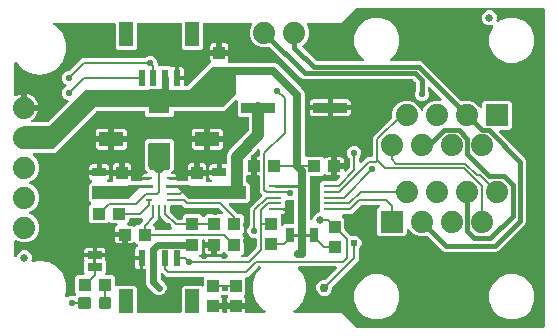
<source format=gtl>
G04 EAGLE Gerber RS-274X export*
G75*
%MOMM*%
%FSLAX34Y34*%
%LPD*%
%INTop Copper*%
%IPPOS*%
%AMOC8*
5,1,8,0,0,1.08239X$1,22.5*%
G01*
%ADD10R,1.200000X2.000000*%
%ADD11R,0.600000X1.350000*%
%ADD12R,1.100000X0.250000*%
%ADD13R,1.100000X1.000000*%
%ADD14R,1.000000X1.100000*%
%ADD15C,1.879600*%
%ADD16R,1.879600X1.879600*%
%ADD17R,0.660400X1.270000*%
%ADD18C,0.635000*%
%ADD19C,0.300000*%
%ADD20R,1.270000X0.660400*%
%ADD21R,1.800000X2.000000*%
%ADD22R,0.600000X0.250000*%
%ADD23R,0.250000X0.600000*%
%ADD24R,0.250000X1.824000*%
%ADD25R,2.060000X1.270000*%
%ADD26R,1.200000X0.800000*%
%ADD27C,0.762000*%
%ADD28R,2.900000X0.900000*%
%ADD29C,0.203200*%
%ADD30C,0.584200*%
%ADD31C,0.604000*%
%ADD32C,0.406400*%
%ADD33C,1.016000*%
%ADD34C,0.711200*%
%ADD35C,0.609600*%
%ADD36C,0.254000*%

G36*
X451984Y4080D02*
X451984Y4080D01*
X452103Y4087D01*
X452141Y4100D01*
X452182Y4105D01*
X452292Y4148D01*
X452405Y4185D01*
X452440Y4207D01*
X452477Y4222D01*
X452573Y4291D01*
X452674Y4355D01*
X452702Y4385D01*
X452735Y4408D01*
X452811Y4500D01*
X452892Y4587D01*
X452912Y4622D01*
X452937Y4653D01*
X452988Y4761D01*
X453046Y4865D01*
X453056Y4905D01*
X453073Y4941D01*
X453095Y5058D01*
X453125Y5173D01*
X453129Y5233D01*
X453133Y5253D01*
X453131Y5274D01*
X453135Y5334D01*
X453135Y274066D01*
X453120Y274184D01*
X453113Y274303D01*
X453100Y274341D01*
X453095Y274382D01*
X453052Y274492D01*
X453015Y274605D01*
X452993Y274640D01*
X452978Y274677D01*
X452909Y274773D01*
X452845Y274874D01*
X452815Y274902D01*
X452792Y274935D01*
X452700Y275011D01*
X452613Y275092D01*
X452578Y275112D01*
X452547Y275137D01*
X452439Y275188D01*
X452335Y275246D01*
X452295Y275256D01*
X452259Y275273D01*
X452142Y275295D01*
X452027Y275325D01*
X451967Y275329D01*
X451947Y275333D01*
X451926Y275331D01*
X451866Y275335D01*
X408197Y275335D01*
X408128Y275327D01*
X408058Y275328D01*
X407970Y275307D01*
X407881Y275295D01*
X407816Y275270D01*
X407749Y275253D01*
X407669Y275211D01*
X407586Y275178D01*
X407529Y275137D01*
X407468Y275105D01*
X407401Y275044D01*
X407328Y274992D01*
X407284Y274938D01*
X407232Y274891D01*
X407183Y274816D01*
X407126Y274747D01*
X407096Y274683D01*
X407057Y274625D01*
X407028Y274540D01*
X406990Y274459D01*
X406977Y274390D01*
X406954Y274324D01*
X406947Y274235D01*
X406930Y274147D01*
X406935Y274077D01*
X406929Y274007D01*
X406944Y273919D01*
X406950Y273829D01*
X406971Y273763D01*
X406983Y273694D01*
X407020Y273612D01*
X407048Y273527D01*
X407085Y273468D01*
X407114Y273404D01*
X407170Y273334D01*
X407218Y273258D01*
X407269Y273210D01*
X407313Y273156D01*
X407384Y273101D01*
X407450Y273040D01*
X407511Y273006D01*
X407567Y272964D01*
X407711Y272893D01*
X409925Y271976D01*
X411676Y270225D01*
X412624Y267938D01*
X412624Y265462D01*
X412450Y265042D01*
X412431Y264975D01*
X412404Y264911D01*
X412390Y264822D01*
X412366Y264735D01*
X412365Y264666D01*
X412354Y264597D01*
X412362Y264507D01*
X412361Y264417D01*
X412377Y264349D01*
X412384Y264280D01*
X412414Y264196D01*
X412435Y264108D01*
X412468Y264046D01*
X412491Y263981D01*
X412542Y263906D01*
X412584Y263827D01*
X412631Y263775D01*
X412670Y263718D01*
X412737Y263658D01*
X412798Y263592D01*
X412856Y263553D01*
X412908Y263507D01*
X412988Y263466D01*
X413063Y263417D01*
X413129Y263394D01*
X413192Y263363D01*
X413279Y263343D01*
X413364Y263314D01*
X413434Y263308D01*
X413502Y263293D01*
X413591Y263296D01*
X413681Y263288D01*
X413750Y263300D01*
X413820Y263303D01*
X413906Y263328D01*
X413994Y263343D01*
X414058Y263372D01*
X414125Y263391D01*
X414202Y263437D01*
X414284Y263473D01*
X414339Y263517D01*
X414399Y263553D01*
X414520Y263659D01*
X414660Y263799D01*
X421661Y266699D01*
X429239Y266699D01*
X436240Y263799D01*
X441599Y258440D01*
X444499Y251439D01*
X444499Y243861D01*
X441599Y236860D01*
X436240Y231501D01*
X429239Y228601D01*
X421661Y228601D01*
X414660Y231501D01*
X409301Y236860D01*
X406401Y243861D01*
X406401Y251439D01*
X409301Y258440D01*
X409441Y258580D01*
X409484Y258635D01*
X409534Y258684D01*
X409581Y258760D01*
X409636Y258831D01*
X409664Y258895D01*
X409700Y258955D01*
X409727Y259041D01*
X409762Y259123D01*
X409773Y259192D01*
X409794Y259259D01*
X409798Y259349D01*
X409812Y259437D01*
X409806Y259507D01*
X409809Y259577D01*
X409791Y259664D01*
X409782Y259754D01*
X409759Y259820D01*
X409745Y259888D01*
X409705Y259969D01*
X409675Y260053D01*
X409636Y260111D01*
X409605Y260174D01*
X409547Y260242D01*
X409496Y260316D01*
X409444Y260363D01*
X409399Y260416D01*
X409325Y260467D01*
X409258Y260527D01*
X409196Y260559D01*
X409139Y260599D01*
X409055Y260631D01*
X408975Y260671D01*
X408907Y260687D01*
X408841Y260711D01*
X408752Y260721D01*
X408664Y260741D01*
X408595Y260739D01*
X408525Y260747D01*
X408436Y260734D01*
X408346Y260731D01*
X408279Y260712D01*
X408210Y260702D01*
X408058Y260650D01*
X407638Y260476D01*
X405162Y260476D01*
X402875Y261424D01*
X401124Y263175D01*
X400176Y265462D01*
X400176Y267938D01*
X401124Y270225D01*
X402875Y271976D01*
X405089Y272893D01*
X405149Y272928D01*
X405214Y272954D01*
X405287Y273006D01*
X405365Y273051D01*
X405415Y273099D01*
X405472Y273140D01*
X405529Y273210D01*
X405593Y273272D01*
X405630Y273332D01*
X405674Y273385D01*
X405713Y273467D01*
X405760Y273543D01*
X405780Y273610D01*
X405810Y273673D01*
X405827Y273761D01*
X405853Y273847D01*
X405857Y273917D01*
X405870Y273986D01*
X405864Y274075D01*
X405868Y274165D01*
X405854Y274233D01*
X405850Y274303D01*
X405822Y274388D01*
X405804Y274476D01*
X405773Y274539D01*
X405752Y274605D01*
X405704Y274681D01*
X405664Y274762D01*
X405619Y274815D01*
X405582Y274874D01*
X405516Y274936D01*
X405458Y275004D01*
X405401Y275044D01*
X405350Y275092D01*
X405272Y275135D01*
X405198Y275187D01*
X405133Y275212D01*
X405072Y275246D01*
X404985Y275268D01*
X404901Y275300D01*
X404831Y275308D01*
X404764Y275325D01*
X404603Y275335D01*
X294309Y275335D01*
X294211Y275323D01*
X294112Y275320D01*
X294054Y275303D01*
X293994Y275295D01*
X293902Y275259D01*
X293807Y275231D01*
X293755Y275201D01*
X293698Y275178D01*
X293618Y275120D01*
X293533Y275070D01*
X293457Y275004D01*
X293441Y274992D01*
X293433Y274982D01*
X293412Y274964D01*
X281084Y262635D01*
X253095Y262635D01*
X253046Y262629D01*
X252996Y262631D01*
X252889Y262609D01*
X252779Y262595D01*
X252733Y262577D01*
X252685Y262567D01*
X252586Y262519D01*
X252484Y262478D01*
X252444Y262449D01*
X252399Y262427D01*
X252315Y262356D01*
X252226Y262292D01*
X252195Y262253D01*
X252157Y262221D01*
X252094Y262131D01*
X252024Y262047D01*
X252002Y262002D01*
X251974Y261961D01*
X251935Y261858D01*
X251888Y261759D01*
X251879Y261710D01*
X251861Y261664D01*
X251849Y261554D01*
X251828Y261447D01*
X251831Y261397D01*
X251826Y261348D01*
X251841Y261239D01*
X251848Y261129D01*
X251863Y261082D01*
X251870Y261033D01*
X251922Y260880D01*
X253747Y256476D01*
X253747Y251524D01*
X251852Y246950D01*
X248241Y243339D01*
X248168Y243245D01*
X248090Y243156D01*
X248071Y243120D01*
X248046Y243088D01*
X247999Y242978D01*
X247945Y242872D01*
X247936Y242833D01*
X247920Y242796D01*
X247901Y242678D01*
X247875Y242562D01*
X247876Y242522D01*
X247870Y242482D01*
X247881Y242363D01*
X247885Y242244D01*
X247896Y242205D01*
X247900Y242165D01*
X247940Y242053D01*
X247973Y241939D01*
X247994Y241904D01*
X248008Y241866D01*
X248075Y241767D01*
X248135Y241665D01*
X248175Y241620D01*
X248186Y241603D01*
X248201Y241589D01*
X248241Y241544D01*
X259543Y230242D01*
X259621Y230182D01*
X259693Y230114D01*
X259746Y230085D01*
X259794Y230048D01*
X259885Y230008D01*
X259972Y229960D01*
X260030Y229945D01*
X260086Y229921D01*
X260184Y229906D01*
X260280Y229881D01*
X260380Y229875D01*
X260400Y229871D01*
X260412Y229873D01*
X260440Y229871D01*
X298926Y229871D01*
X299064Y229888D01*
X299202Y229901D01*
X299222Y229908D01*
X299242Y229911D01*
X299371Y229962D01*
X299502Y230009D01*
X299518Y230020D01*
X299537Y230028D01*
X299650Y230109D01*
X299765Y230187D01*
X299778Y230203D01*
X299795Y230214D01*
X299883Y230322D01*
X299975Y230426D01*
X299984Y230444D01*
X299997Y230459D01*
X300057Y230585D01*
X300120Y230709D01*
X300124Y230729D01*
X300133Y230747D01*
X300159Y230883D01*
X300190Y231019D01*
X300189Y231040D01*
X300193Y231059D01*
X300184Y231198D01*
X300180Y231337D01*
X300174Y231357D01*
X300173Y231377D01*
X300130Y231509D01*
X300091Y231643D01*
X300081Y231660D01*
X300075Y231679D01*
X300000Y231797D01*
X299930Y231917D01*
X299911Y231938D01*
X299905Y231948D01*
X299890Y231962D01*
X299824Y232037D01*
X295001Y236860D01*
X292101Y243861D01*
X292101Y251439D01*
X295001Y258440D01*
X300360Y263799D01*
X307361Y266699D01*
X314939Y266699D01*
X321940Y263799D01*
X327299Y258440D01*
X330199Y251439D01*
X330199Y243861D01*
X327299Y236860D01*
X322476Y232037D01*
X322391Y231928D01*
X322303Y231821D01*
X322294Y231802D01*
X322282Y231786D01*
X322226Y231658D01*
X322167Y231533D01*
X322163Y231513D01*
X322155Y231494D01*
X322133Y231356D01*
X322107Y231220D01*
X322109Y231200D01*
X322105Y231180D01*
X322118Y231041D01*
X322127Y230903D01*
X322133Y230884D01*
X322135Y230864D01*
X322182Y230732D01*
X322225Y230601D01*
X322236Y230583D01*
X322243Y230564D01*
X322321Y230449D01*
X322395Y230332D01*
X322410Y230318D01*
X322421Y230301D01*
X322526Y230209D01*
X322627Y230114D01*
X322645Y230104D01*
X322660Y230091D01*
X322784Y230027D01*
X322905Y229960D01*
X322925Y229955D01*
X322943Y229946D01*
X323079Y229916D01*
X323213Y229881D01*
X323241Y229879D01*
X323253Y229876D01*
X323274Y229877D01*
X323374Y229871D01*
X347721Y229871D01*
X349588Y229097D01*
X351196Y227489D01*
X382305Y196381D01*
X382328Y196362D01*
X382347Y196340D01*
X382453Y196265D01*
X382556Y196186D01*
X382583Y196174D01*
X382607Y196157D01*
X382729Y196111D01*
X382848Y196059D01*
X382877Y196055D01*
X382905Y196044D01*
X383034Y196030D01*
X383162Y196009D01*
X383191Y196012D01*
X383221Y196009D01*
X383349Y196027D01*
X383479Y196039D01*
X383506Y196049D01*
X383536Y196053D01*
X383688Y196105D01*
X384874Y196597D01*
X389826Y196597D01*
X394400Y194702D01*
X397916Y191186D01*
X397922Y191173D01*
X397974Y191100D01*
X398019Y191022D01*
X398067Y190972D01*
X398108Y190915D01*
X398178Y190858D01*
X398240Y190794D01*
X398300Y190757D01*
X398353Y190712D01*
X398435Y190674D01*
X398511Y190627D01*
X398578Y190607D01*
X398641Y190577D01*
X398729Y190560D01*
X398815Y190534D01*
X398885Y190530D01*
X398954Y190517D01*
X399043Y190523D01*
X399133Y190518D01*
X399201Y190533D01*
X399271Y190537D01*
X399356Y190565D01*
X399444Y190583D01*
X399507Y190613D01*
X399573Y190635D01*
X399649Y190683D01*
X399730Y190722D01*
X399783Y190768D01*
X399842Y190805D01*
X399904Y190870D01*
X399972Y190929D01*
X400012Y190986D01*
X400060Y191037D01*
X400103Y191115D01*
X400155Y191189D01*
X400180Y191254D01*
X400214Y191315D01*
X400236Y191402D01*
X400268Y191486D01*
X400276Y191556D01*
X400293Y191623D01*
X400303Y191784D01*
X400303Y194811D01*
X402089Y196597D01*
X423411Y196597D01*
X425197Y194811D01*
X425197Y173489D01*
X423411Y171703D01*
X415858Y171703D01*
X415721Y171686D01*
X415582Y171673D01*
X415563Y171666D01*
X415543Y171663D01*
X415414Y171612D01*
X415283Y171565D01*
X415266Y171554D01*
X415247Y171546D01*
X415135Y171465D01*
X415020Y171387D01*
X415006Y171371D01*
X414990Y171360D01*
X414901Y171252D01*
X414809Y171148D01*
X414800Y171130D01*
X414787Y171115D01*
X414728Y170989D01*
X414664Y170865D01*
X414660Y170845D01*
X414651Y170827D01*
X414625Y170691D01*
X414595Y170555D01*
X414595Y170534D01*
X414592Y170515D01*
X414600Y170376D01*
X414604Y170237D01*
X414610Y170217D01*
X414611Y170197D01*
X414654Y170065D01*
X414693Y169931D01*
X414703Y169914D01*
X414709Y169895D01*
X414784Y169777D01*
X414854Y169657D01*
X414873Y169636D01*
X414880Y169626D01*
X414894Y169612D01*
X414961Y169537D01*
X435261Y149236D01*
X436869Y147628D01*
X437643Y145761D01*
X437643Y93961D01*
X436869Y92094D01*
X435262Y90486D01*
X435261Y90486D01*
X415609Y70834D01*
X415609Y70833D01*
X414001Y69226D01*
X412134Y68452D01*
X368589Y68452D01*
X366722Y69226D01*
X354227Y81721D01*
X354203Y81739D01*
X354184Y81762D01*
X354078Y81836D01*
X353975Y81916D01*
X353948Y81928D01*
X353924Y81945D01*
X353803Y81991D01*
X353683Y82042D01*
X353654Y82047D01*
X353627Y82057D01*
X353498Y82072D01*
X353369Y82092D01*
X353340Y82089D01*
X353311Y82093D01*
X353182Y82075D01*
X353053Y82062D01*
X353025Y82052D01*
X352996Y82048D01*
X352843Y81996D01*
X351726Y81533D01*
X346774Y81533D01*
X342200Y83428D01*
X338684Y86944D01*
X338678Y86957D01*
X338626Y87030D01*
X338581Y87108D01*
X338533Y87158D01*
X338492Y87215D01*
X338422Y87272D01*
X338360Y87336D01*
X338300Y87373D01*
X338247Y87418D01*
X338165Y87456D01*
X338089Y87503D01*
X338022Y87523D01*
X337959Y87553D01*
X337871Y87570D01*
X337785Y87596D01*
X337715Y87600D01*
X337646Y87613D01*
X337557Y87607D01*
X337467Y87612D01*
X337399Y87597D01*
X337329Y87593D01*
X337244Y87565D01*
X337156Y87547D01*
X337093Y87517D01*
X337027Y87495D01*
X336951Y87447D01*
X336870Y87408D01*
X336817Y87362D01*
X336758Y87325D01*
X336696Y87260D01*
X336628Y87201D01*
X336588Y87144D01*
X336540Y87093D01*
X336497Y87015D01*
X336445Y86941D01*
X336420Y86876D01*
X336386Y86815D01*
X336364Y86728D01*
X336332Y86644D01*
X336324Y86574D01*
X336307Y86507D01*
X336297Y86346D01*
X336297Y83319D01*
X334511Y81533D01*
X313189Y81533D01*
X311403Y83319D01*
X311403Y104641D01*
X313167Y106405D01*
X313252Y106515D01*
X313341Y106622D01*
X313350Y106640D01*
X313362Y106656D01*
X313418Y106784D01*
X313477Y106909D01*
X313480Y106929D01*
X313488Y106948D01*
X313510Y107086D01*
X313536Y107222D01*
X313535Y107242D01*
X313538Y107262D01*
X313525Y107401D01*
X313517Y107539D01*
X313510Y107558D01*
X313508Y107579D01*
X313461Y107710D01*
X313419Y107842D01*
X313408Y107859D01*
X313401Y107878D01*
X313323Y107993D01*
X313248Y108110D01*
X313234Y108124D01*
X313222Y108141D01*
X313118Y108233D01*
X313017Y108328D01*
X312999Y108338D01*
X312984Y108351D01*
X312860Y108415D01*
X312738Y108482D01*
X312719Y108487D01*
X312701Y108496D01*
X312565Y108527D01*
X312430Y108561D01*
X312402Y108563D01*
X312390Y108566D01*
X312370Y108565D01*
X312270Y108571D01*
X298440Y108571D01*
X298342Y108559D01*
X298243Y108556D01*
X298185Y108539D01*
X298125Y108532D01*
X298032Y108495D01*
X297937Y108468D01*
X297885Y108437D01*
X297829Y108415D01*
X297749Y108356D01*
X297663Y108306D01*
X297588Y108240D01*
X297572Y108228D01*
X297564Y108218D01*
X297543Y108200D01*
X289703Y100360D01*
X282886Y100360D01*
X282748Y100343D01*
X282609Y100330D01*
X282590Y100323D01*
X282570Y100320D01*
X282441Y100269D01*
X282310Y100222D01*
X282293Y100211D01*
X282274Y100203D01*
X282162Y100122D01*
X282047Y100044D01*
X282033Y100028D01*
X282017Y100017D01*
X281928Y99909D01*
X281836Y99805D01*
X281827Y99787D01*
X281814Y99772D01*
X281755Y99646D01*
X281692Y99522D01*
X281687Y99502D01*
X281679Y99484D01*
X281653Y99348D01*
X281622Y99212D01*
X281623Y99191D01*
X281619Y99172D01*
X281627Y99033D01*
X281632Y98894D01*
X281637Y98874D01*
X281639Y98854D01*
X281681Y98722D01*
X281720Y98588D01*
X281730Y98571D01*
X281737Y98552D01*
X281811Y98434D01*
X281882Y98314D01*
X281900Y98293D01*
X281907Y98283D01*
X281922Y98269D01*
X281988Y98194D01*
X283639Y96543D01*
X283639Y88005D01*
X283651Y87907D01*
X283654Y87808D01*
X283671Y87750D01*
X283679Y87690D01*
X283715Y87598D01*
X283743Y87503D01*
X283773Y87451D01*
X283796Y87394D01*
X283854Y87314D01*
X283904Y87229D01*
X283970Y87153D01*
X283982Y87137D01*
X283992Y87129D01*
X284010Y87108D01*
X287062Y84056D01*
X288848Y82270D01*
X288872Y82252D01*
X288891Y82229D01*
X288997Y82155D01*
X289100Y82075D01*
X289127Y82063D01*
X289151Y82046D01*
X289272Y82000D01*
X289392Y81949D01*
X289421Y81944D01*
X289448Y81934D01*
X289577Y81919D01*
X289706Y81899D01*
X289735Y81902D01*
X289764Y81898D01*
X289893Y81916D01*
X290022Y81929D01*
X290050Y81939D01*
X290079Y81943D01*
X290232Y81995D01*
X290893Y82269D01*
X293307Y82269D01*
X295538Y81345D01*
X297245Y79638D01*
X298169Y77407D01*
X298169Y74993D01*
X297245Y72762D01*
X296536Y72054D01*
X296476Y71976D01*
X296408Y71904D01*
X296379Y71851D01*
X296342Y71803D01*
X296302Y71712D01*
X296254Y71625D01*
X296239Y71567D01*
X296215Y71511D01*
X296200Y71413D01*
X296175Y71317D01*
X296169Y71217D01*
X296165Y71197D01*
X296167Y71184D01*
X296165Y71156D01*
X296165Y61816D01*
X273930Y39582D01*
X273870Y39504D01*
X273802Y39432D01*
X273773Y39379D01*
X273736Y39331D01*
X273696Y39240D01*
X273648Y39153D01*
X273633Y39095D01*
X273609Y39039D01*
X273594Y38941D01*
X273569Y38845D01*
X273563Y38745D01*
X273559Y38725D01*
X273561Y38713D01*
X273559Y38685D01*
X273559Y36736D01*
X272515Y34215D01*
X270585Y32285D01*
X268064Y31241D01*
X265336Y31241D01*
X262815Y32285D01*
X260885Y34215D01*
X259841Y36736D01*
X259841Y39464D01*
X260885Y41985D01*
X262815Y43915D01*
X265336Y44959D01*
X267285Y44959D01*
X267383Y44971D01*
X267482Y44974D01*
X267540Y44991D01*
X267600Y44999D01*
X267692Y45035D01*
X267787Y45063D01*
X267840Y45093D01*
X267896Y45116D01*
X267976Y45174D01*
X268061Y45224D01*
X268137Y45290D01*
X268153Y45302D01*
X268161Y45312D01*
X268182Y45330D01*
X276945Y54094D01*
X277030Y54203D01*
X277119Y54310D01*
X277128Y54329D01*
X277140Y54345D01*
X277196Y54473D01*
X277255Y54598D01*
X277258Y54618D01*
X277266Y54637D01*
X277288Y54775D01*
X277314Y54911D01*
X277313Y54931D01*
X277316Y54951D01*
X277303Y55090D01*
X277295Y55228D01*
X277288Y55247D01*
X277286Y55267D01*
X277239Y55399D01*
X277197Y55530D01*
X277186Y55548D01*
X277179Y55567D01*
X277101Y55682D01*
X277026Y55799D01*
X277012Y55813D01*
X277000Y55830D01*
X276896Y55922D01*
X276795Y56017D01*
X276777Y56027D01*
X276762Y56040D01*
X276638Y56103D01*
X276516Y56171D01*
X276497Y56176D01*
X276479Y56185D01*
X276343Y56215D01*
X276208Y56250D01*
X276180Y56252D01*
X276168Y56255D01*
X276148Y56254D01*
X276048Y56260D01*
X245595Y56260D01*
X245511Y56250D01*
X245427Y56249D01*
X245354Y56230D01*
X245279Y56220D01*
X245201Y56189D01*
X245120Y56168D01*
X245054Y56131D01*
X244983Y56103D01*
X244916Y56054D01*
X244842Y56013D01*
X244787Y55961D01*
X244726Y55917D01*
X244673Y55852D01*
X244612Y55794D01*
X244572Y55730D01*
X244523Y55672D01*
X244487Y55596D01*
X244443Y55524D01*
X244420Y55452D01*
X244388Y55384D01*
X244372Y55302D01*
X244346Y55221D01*
X244342Y55146D01*
X244328Y55072D01*
X244333Y54988D01*
X244328Y54904D01*
X244343Y54830D01*
X244348Y54754D01*
X244374Y54674D01*
X244390Y54592D01*
X244422Y54524D01*
X244446Y54452D01*
X244491Y54381D01*
X244527Y54305D01*
X244611Y54190D01*
X244616Y54183D01*
X244618Y54181D01*
X244622Y54175D01*
X248480Y49578D01*
X251207Y42086D01*
X251207Y34114D01*
X248480Y26622D01*
X243356Y20515D01*
X240962Y19133D01*
X240846Y19045D01*
X240728Y18960D01*
X240719Y18949D01*
X240709Y18941D01*
X240618Y18827D01*
X240525Y18715D01*
X240519Y18702D01*
X240511Y18692D01*
X240451Y18558D01*
X240390Y18427D01*
X240387Y18414D01*
X240382Y18401D01*
X240357Y18257D01*
X240330Y18114D01*
X240331Y18101D01*
X240328Y18088D01*
X240341Y17942D01*
X240350Y17797D01*
X240354Y17784D01*
X240355Y17771D01*
X240403Y17633D01*
X240448Y17495D01*
X240455Y17483D01*
X240459Y17470D01*
X240540Y17349D01*
X240618Y17226D01*
X240628Y17217D01*
X240635Y17205D01*
X240743Y17108D01*
X240849Y17008D01*
X240861Y17001D01*
X240871Y16992D01*
X241001Y16925D01*
X241128Y16854D01*
X241141Y16851D01*
X241153Y16845D01*
X241295Y16811D01*
X241436Y16775D01*
X241454Y16774D01*
X241463Y16772D01*
X241480Y16772D01*
X241597Y16765D01*
X281084Y16765D01*
X283836Y14012D01*
X293412Y4436D01*
X293490Y4376D01*
X293562Y4308D01*
X293615Y4279D01*
X293663Y4242D01*
X293754Y4202D01*
X293841Y4154D01*
X293899Y4139D01*
X293955Y4115D01*
X294053Y4100D01*
X294149Y4075D01*
X294249Y4069D01*
X294269Y4065D01*
X294281Y4067D01*
X294309Y4065D01*
X451866Y4065D01*
X451984Y4080D01*
G37*
G36*
X144800Y16780D02*
X144800Y16780D01*
X144919Y16787D01*
X144957Y16800D01*
X144998Y16805D01*
X145108Y16848D01*
X145221Y16885D01*
X145256Y16907D01*
X145293Y16922D01*
X145389Y16991D01*
X145490Y17055D01*
X145518Y17085D01*
X145551Y17108D01*
X145627Y17200D01*
X145708Y17287D01*
X145728Y17322D01*
X145753Y17353D01*
X145804Y17461D01*
X145862Y17565D01*
X145872Y17605D01*
X145889Y17641D01*
X145911Y17758D01*
X145941Y17873D01*
X145945Y17933D01*
X145949Y17953D01*
X145947Y17974D01*
X145951Y18034D01*
X145951Y38013D01*
X147737Y39799D01*
X162263Y39799D01*
X162504Y39557D01*
X162614Y39472D01*
X162721Y39383D01*
X162740Y39375D01*
X162756Y39362D01*
X162884Y39307D01*
X163009Y39248D01*
X163029Y39244D01*
X163048Y39236D01*
X163186Y39214D01*
X163322Y39188D01*
X163342Y39189D01*
X163362Y39186D01*
X163501Y39199D01*
X163639Y39208D01*
X163658Y39214D01*
X163678Y39216D01*
X163809Y39263D01*
X163941Y39306D01*
X163959Y39316D01*
X163978Y39323D01*
X164092Y39401D01*
X164210Y39476D01*
X164224Y39491D01*
X164241Y39502D01*
X164333Y39606D01*
X164428Y39707D01*
X164438Y39725D01*
X164451Y39740D01*
X164514Y39864D01*
X164582Y39986D01*
X164587Y40005D01*
X164596Y40024D01*
X164626Y40159D01*
X164661Y40294D01*
X164663Y40322D01*
X164666Y40334D01*
X164665Y40354D01*
X164671Y40455D01*
X164671Y46101D01*
X164656Y46219D01*
X164649Y46338D01*
X164636Y46376D01*
X164631Y46417D01*
X164588Y46527D01*
X164551Y46640D01*
X164529Y46675D01*
X164514Y46712D01*
X164445Y46808D01*
X164381Y46909D01*
X164351Y46937D01*
X164328Y46970D01*
X164236Y47046D01*
X164149Y47127D01*
X164114Y47147D01*
X164083Y47172D01*
X163975Y47223D01*
X163871Y47281D01*
X163831Y47291D01*
X163795Y47308D01*
X163678Y47330D01*
X163563Y47360D01*
X163503Y47364D01*
X163483Y47368D01*
X163462Y47366D01*
X163402Y47370D01*
X132936Y47370D01*
X130688Y49618D01*
X130264Y50043D01*
X130154Y50128D01*
X130047Y50217D01*
X130028Y50226D01*
X130012Y50238D01*
X129885Y50293D01*
X129759Y50353D01*
X129739Y50356D01*
X129720Y50364D01*
X129583Y50386D01*
X129446Y50412D01*
X129426Y50411D01*
X129406Y50414D01*
X129267Y50401D01*
X129129Y50393D01*
X129110Y50386D01*
X129090Y50384D01*
X128958Y50337D01*
X128827Y50295D01*
X128810Y50284D01*
X128790Y50277D01*
X128675Y50199D01*
X128558Y50124D01*
X128544Y50110D01*
X128527Y50098D01*
X128435Y49994D01*
X128340Y49893D01*
X128330Y49875D01*
X128317Y49860D01*
X128253Y49736D01*
X128186Y49614D01*
X128181Y49595D01*
X128172Y49577D01*
X128142Y49441D01*
X128107Y49306D01*
X128105Y49278D01*
X128102Y49266D01*
X128103Y49246D01*
X128097Y49146D01*
X128097Y46151D01*
X128109Y46053D01*
X128112Y45954D01*
X128129Y45896D01*
X128137Y45836D01*
X128173Y45743D01*
X128201Y45648D01*
X128231Y45596D01*
X128254Y45540D01*
X128312Y45460D01*
X128362Y45374D01*
X128428Y45299D01*
X128440Y45283D01*
X128450Y45275D01*
X128468Y45254D01*
X132169Y41554D01*
X133097Y39313D01*
X133097Y36887D01*
X132169Y34646D01*
X130454Y32931D01*
X128213Y32003D01*
X125787Y32003D01*
X123546Y32931D01*
X116831Y39646D01*
X115903Y41887D01*
X115903Y52940D01*
X115888Y53058D01*
X115881Y53177D01*
X115868Y53215D01*
X115863Y53256D01*
X115820Y53366D01*
X115783Y53479D01*
X115761Y53514D01*
X115746Y53551D01*
X115677Y53647D01*
X115613Y53748D01*
X115583Y53776D01*
X115560Y53809D01*
X115468Y53885D01*
X115381Y53966D01*
X115346Y53986D01*
X115315Y54011D01*
X115207Y54062D01*
X115103Y54120D01*
X115063Y54130D01*
X115027Y54147D01*
X114910Y54169D01*
X114795Y54199D01*
X114735Y54203D01*
X114715Y54207D01*
X114694Y54205D01*
X114634Y54209D01*
X113499Y54209D01*
X113499Y63270D01*
X113484Y63388D01*
X113477Y63507D01*
X113464Y63545D01*
X113459Y63585D01*
X113416Y63696D01*
X113379Y63809D01*
X113357Y63843D01*
X113342Y63881D01*
X113273Y63977D01*
X113209Y64078D01*
X113179Y64106D01*
X113156Y64138D01*
X113064Y64214D01*
X112977Y64296D01*
X112942Y64315D01*
X112911Y64341D01*
X112867Y64361D01*
X112812Y64437D01*
X112749Y64538D01*
X112719Y64566D01*
X112695Y64599D01*
X112604Y64675D01*
X112517Y64756D01*
X112482Y64776D01*
X112450Y64801D01*
X112343Y64852D01*
X112238Y64910D01*
X112199Y64920D01*
X112163Y64937D01*
X112046Y64959D01*
X111930Y64989D01*
X111870Y64993D01*
X111850Y64997D01*
X111830Y64995D01*
X111770Y64999D01*
X106459Y64999D01*
X106459Y70584D01*
X106632Y71231D01*
X106967Y71810D01*
X107440Y72283D01*
X108019Y72618D01*
X108107Y72641D01*
X108249Y72699D01*
X108390Y72755D01*
X108395Y72759D01*
X108401Y72761D01*
X108524Y72852D01*
X108647Y72941D01*
X108651Y72947D01*
X108657Y72951D01*
X108752Y73068D01*
X108850Y73186D01*
X108853Y73193D01*
X108857Y73198D01*
X108921Y73337D01*
X108985Y73474D01*
X108987Y73481D01*
X108989Y73487D01*
X109016Y73637D01*
X109045Y73787D01*
X109045Y73793D01*
X109046Y73800D01*
X109035Y73953D01*
X109025Y74104D01*
X109023Y74110D01*
X109023Y74117D01*
X108974Y74263D01*
X108927Y74406D01*
X108924Y74412D01*
X108922Y74418D01*
X108839Y74546D01*
X108757Y74675D01*
X108752Y74680D01*
X108749Y74685D01*
X108636Y74789D01*
X108526Y74893D01*
X108520Y74896D01*
X108515Y74901D01*
X108380Y74973D01*
X108247Y75047D01*
X108241Y75048D01*
X108235Y75051D01*
X108086Y75088D01*
X107939Y75126D01*
X107930Y75127D01*
X107926Y75128D01*
X107915Y75128D01*
X107782Y75136D01*
X106583Y76335D01*
X106489Y76408D01*
X106400Y76487D01*
X106364Y76505D01*
X106332Y76530D01*
X106223Y76577D01*
X106117Y76632D01*
X106077Y76640D01*
X106040Y76656D01*
X105922Y76675D01*
X105806Y76701D01*
X105766Y76700D01*
X105726Y76706D01*
X105607Y76695D01*
X105489Y76692D01*
X105450Y76680D01*
X105409Y76676D01*
X105297Y76636D01*
X105183Y76603D01*
X105148Y76583D01*
X105110Y76569D01*
X105012Y76502D01*
X104909Y76442D01*
X104864Y76402D01*
X104847Y76390D01*
X104834Y76375D01*
X104788Y76335D01*
X104605Y76152D01*
X104026Y75817D01*
X103379Y75644D01*
X100044Y75644D01*
X100044Y81955D01*
X100029Y82073D01*
X100022Y82192D01*
X100009Y82230D01*
X100004Y82270D01*
X99961Y82381D01*
X99924Y82494D01*
X99902Y82528D01*
X99887Y82566D01*
X99818Y82662D01*
X99754Y82763D01*
X99724Y82791D01*
X99701Y82823D01*
X99609Y82899D01*
X99522Y82981D01*
X99487Y83000D01*
X99456Y83026D01*
X99348Y83077D01*
X99244Y83134D01*
X99204Y83144D01*
X99168Y83162D01*
X99051Y83184D01*
X98936Y83214D01*
X98876Y83218D01*
X98856Y83221D01*
X98835Y83220D01*
X98775Y83224D01*
X97584Y83224D01*
X97584Y84415D01*
X97569Y84533D01*
X97562Y84652D01*
X97549Y84690D01*
X97544Y84731D01*
X97500Y84841D01*
X97464Y84954D01*
X97442Y84989D01*
X97427Y85026D01*
X97357Y85122D01*
X97294Y85223D01*
X97264Y85251D01*
X97240Y85284D01*
X97149Y85360D01*
X97062Y85441D01*
X97027Y85461D01*
X96995Y85486D01*
X96888Y85537D01*
X96783Y85595D01*
X96744Y85605D01*
X96708Y85622D01*
X96591Y85644D01*
X96475Y85674D01*
X96415Y85678D01*
X96395Y85682D01*
X96375Y85680D01*
X96315Y85684D01*
X89504Y85684D01*
X89504Y88519D01*
X89677Y89166D01*
X90012Y89745D01*
X90485Y90218D01*
X91056Y90548D01*
X91172Y90636D01*
X91290Y90721D01*
X91299Y90732D01*
X91309Y90740D01*
X91400Y90854D01*
X91493Y90966D01*
X91499Y90979D01*
X91507Y90989D01*
X91566Y91122D01*
X91628Y91254D01*
X91631Y91267D01*
X91636Y91280D01*
X91661Y91424D01*
X91688Y91567D01*
X91687Y91580D01*
X91690Y91593D01*
X91677Y91739D01*
X91668Y91884D01*
X91664Y91897D01*
X91663Y91910D01*
X91615Y92048D01*
X91570Y92186D01*
X91563Y92198D01*
X91559Y92211D01*
X91478Y92332D01*
X91400Y92455D01*
X91390Y92464D01*
X91383Y92476D01*
X91275Y92573D01*
X91169Y92673D01*
X91157Y92680D01*
X91147Y92689D01*
X91018Y92756D01*
X90890Y92827D01*
X90877Y92830D01*
X90865Y92836D01*
X90723Y92870D01*
X90582Y92906D01*
X90564Y92907D01*
X90556Y92909D01*
X90538Y92909D01*
X90421Y92916D01*
X86192Y92916D01*
X85353Y93756D01*
X85259Y93829D01*
X85169Y93908D01*
X85133Y93926D01*
X85101Y93951D01*
X84992Y93998D01*
X84886Y94052D01*
X84847Y94061D01*
X84809Y94077D01*
X84692Y94096D01*
X84576Y94122D01*
X84535Y94121D01*
X84495Y94127D01*
X84377Y94116D01*
X84258Y94112D01*
X84219Y94101D01*
X84179Y94097D01*
X84066Y94057D01*
X83952Y94024D01*
X83918Y94003D01*
X83879Y93990D01*
X83781Y93923D01*
X83678Y93862D01*
X83633Y93822D01*
X83616Y93811D01*
X83603Y93796D01*
X83558Y93756D01*
X82718Y92916D01*
X69192Y92916D01*
X67406Y94702D01*
X67406Y107228D01*
X69028Y108849D01*
X69101Y108943D01*
X69179Y109032D01*
X69198Y109068D01*
X69222Y109100D01*
X69270Y109210D01*
X69324Y109316D01*
X69333Y109355D01*
X69349Y109392D01*
X69368Y109510D01*
X69394Y109626D01*
X69392Y109666D01*
X69399Y109706D01*
X69388Y109825D01*
X69384Y109944D01*
X69373Y109983D01*
X69369Y110023D01*
X69329Y110135D01*
X69295Y110249D01*
X69275Y110284D01*
X69261Y110322D01*
X69194Y110421D01*
X69134Y110523D01*
X69094Y110568D01*
X69083Y110585D01*
X69067Y110599D01*
X69028Y110644D01*
X67055Y112616D01*
X67055Y124874D01*
X69711Y127530D01*
X69792Y127634D01*
X69878Y127735D01*
X69890Y127759D01*
X69906Y127781D01*
X69959Y127902D01*
X70016Y128021D01*
X70022Y128048D01*
X70032Y128073D01*
X70053Y128203D01*
X70079Y128333D01*
X70078Y128360D01*
X70082Y128387D01*
X70070Y128519D01*
X70063Y128651D01*
X70055Y128676D01*
X70053Y128703D01*
X70008Y128828D01*
X69968Y128954D01*
X69954Y128977D01*
X69945Y129003D01*
X69871Y129112D01*
X69801Y129225D01*
X69782Y129243D01*
X69766Y129266D01*
X69667Y129354D01*
X69572Y129445D01*
X69548Y129458D01*
X69528Y129476D01*
X69410Y129537D01*
X69295Y129602D01*
X69259Y129614D01*
X69245Y129621D01*
X69236Y129623D01*
X68640Y129967D01*
X68167Y130440D01*
X67832Y131019D01*
X67659Y131666D01*
X67659Y134001D01*
X75470Y134001D01*
X75588Y134016D01*
X75707Y134023D01*
X75745Y134035D01*
X75785Y134041D01*
X75896Y134084D01*
X76009Y134121D01*
X76043Y134143D01*
X76081Y134158D01*
X76177Y134227D01*
X76194Y134238D01*
X76218Y134224D01*
X76250Y134199D01*
X76357Y134148D01*
X76462Y134090D01*
X76501Y134080D01*
X76537Y134063D01*
X76654Y134041D01*
X76770Y134011D01*
X76830Y134007D01*
X76850Y134003D01*
X76870Y134005D01*
X76930Y134001D01*
X84741Y134001D01*
X84741Y131666D01*
X84568Y131019D01*
X84233Y130440D01*
X83760Y129967D01*
X83165Y129623D01*
X83048Y129535D01*
X82931Y129450D01*
X82922Y129439D01*
X82911Y129431D01*
X82821Y129317D01*
X82728Y129205D01*
X82722Y129192D01*
X82714Y129182D01*
X82654Y129049D01*
X82592Y128917D01*
X82590Y128904D01*
X82584Y128891D01*
X82560Y128747D01*
X82533Y128604D01*
X82533Y128591D01*
X82531Y128578D01*
X82543Y128432D01*
X82552Y128287D01*
X82556Y128274D01*
X82558Y128261D01*
X82605Y128123D01*
X82650Y127985D01*
X82658Y127973D01*
X82662Y127960D01*
X82743Y127839D01*
X82821Y127716D01*
X82830Y127707D01*
X82838Y127695D01*
X82946Y127598D01*
X83052Y127498D01*
X83064Y127491D01*
X83074Y127482D01*
X83203Y127415D01*
X83331Y127344D01*
X83344Y127341D01*
X83356Y127335D01*
X83498Y127301D01*
X83639Y127265D01*
X83657Y127264D01*
X83665Y127262D01*
X83682Y127262D01*
X83799Y127255D01*
X86703Y127255D01*
X86837Y127272D01*
X86972Y127284D01*
X86995Y127292D01*
X87018Y127295D01*
X87144Y127344D01*
X87272Y127389D01*
X87292Y127403D01*
X87314Y127412D01*
X87424Y127491D01*
X87536Y127567D01*
X87552Y127584D01*
X87571Y127598D01*
X87658Y127703D01*
X87748Y127804D01*
X87759Y127825D01*
X87774Y127843D01*
X87832Y127966D01*
X87894Y128086D01*
X87900Y128110D01*
X87910Y128131D01*
X87935Y128264D01*
X87966Y128396D01*
X87965Y128420D01*
X87970Y128443D01*
X87961Y128579D01*
X87958Y128714D01*
X87951Y128737D01*
X87950Y128761D01*
X87938Y128798D01*
X87926Y128858D01*
X87709Y129666D01*
X87709Y133001D01*
X94020Y133001D01*
X94138Y133016D01*
X94257Y133023D01*
X94295Y133035D01*
X94335Y133041D01*
X94446Y133084D01*
X94559Y133121D01*
X94593Y133143D01*
X94631Y133158D01*
X94727Y133227D01*
X94828Y133291D01*
X94856Y133321D01*
X94888Y133344D01*
X94964Y133436D01*
X95046Y133523D01*
X95065Y133558D01*
X95091Y133589D01*
X95142Y133697D01*
X95199Y133801D01*
X95209Y133841D01*
X95227Y133877D01*
X95247Y133984D01*
X95251Y133954D01*
X95295Y133844D01*
X95331Y133731D01*
X95353Y133696D01*
X95368Y133659D01*
X95438Y133562D01*
X95501Y133462D01*
X95531Y133434D01*
X95555Y133401D01*
X95646Y133325D01*
X95733Y133244D01*
X95768Y133224D01*
X95800Y133199D01*
X95907Y133148D01*
X96012Y133090D01*
X96051Y133080D01*
X96087Y133063D01*
X96204Y133041D01*
X96320Y133011D01*
X96380Y133007D01*
X96400Y133003D01*
X96420Y133005D01*
X96480Y133001D01*
X102791Y133001D01*
X102791Y129794D01*
X102806Y129676D01*
X102813Y129557D01*
X102826Y129519D01*
X102831Y129478D01*
X102874Y129368D01*
X102911Y129255D01*
X102933Y129220D01*
X102948Y129183D01*
X103017Y129087D01*
X103081Y128986D01*
X103111Y128958D01*
X103134Y128925D01*
X103226Y128849D01*
X103313Y128768D01*
X103348Y128748D01*
X103379Y128723D01*
X103487Y128672D01*
X103591Y128614D01*
X103631Y128604D01*
X103667Y128587D01*
X103784Y128565D01*
X103899Y128535D01*
X103959Y128531D01*
X103979Y128527D01*
X104000Y128529D01*
X104060Y128525D01*
X111190Y128525D01*
X111308Y128540D01*
X111427Y128547D01*
X111465Y128560D01*
X111506Y128565D01*
X111616Y128608D01*
X111730Y128645D01*
X111764Y128667D01*
X111801Y128682D01*
X111898Y128752D01*
X111998Y128815D01*
X112026Y128845D01*
X112059Y128868D01*
X112134Y128960D01*
X112216Y129047D01*
X112236Y129082D01*
X112261Y129113D01*
X112312Y129221D01*
X112370Y129325D01*
X112379Y129361D01*
X118000Y129361D01*
X118118Y129376D01*
X118237Y129383D01*
X118275Y129395D01*
X118315Y129400D01*
X118426Y129444D01*
X118539Y129481D01*
X118573Y129503D01*
X118611Y129517D01*
X118707Y129587D01*
X118808Y129651D01*
X118836Y129681D01*
X118868Y129704D01*
X118944Y129796D01*
X119026Y129883D01*
X119045Y129918D01*
X119071Y129949D01*
X119122Y130057D01*
X119179Y130161D01*
X119189Y130200D01*
X119207Y130237D01*
X119229Y130354D01*
X119259Y130469D01*
X119263Y130529D01*
X119266Y130549D01*
X119266Y130550D01*
X119265Y130570D01*
X119269Y130630D01*
X119254Y130748D01*
X119247Y130867D01*
X119234Y130905D01*
X119229Y130946D01*
X119185Y131056D01*
X119149Y131170D01*
X119127Y131204D01*
X119112Y131241D01*
X119042Y131338D01*
X118978Y131438D01*
X118949Y131466D01*
X118925Y131499D01*
X118833Y131575D01*
X118747Y131656D01*
X118711Y131676D01*
X118680Y131702D01*
X118573Y131752D01*
X118468Y131810D01*
X118429Y131820D01*
X118393Y131837D01*
X118276Y131859D01*
X118160Y131889D01*
X118100Y131893D01*
X118080Y131897D01*
X118060Y131896D01*
X118000Y131899D01*
X112459Y131899D01*
X112459Y132214D01*
X112632Y132861D01*
X112967Y133440D01*
X113440Y133913D01*
X114019Y134248D01*
X114666Y134421D01*
X115847Y134421D01*
X115985Y134438D01*
X116123Y134451D01*
X116142Y134458D01*
X116162Y134461D01*
X116292Y134512D01*
X116422Y134559D01*
X116439Y134570D01*
X116458Y134578D01*
X116570Y134659D01*
X116685Y134737D01*
X116699Y134753D01*
X116715Y134764D01*
X116804Y134872D01*
X116896Y134976D01*
X116905Y134994D01*
X116918Y135009D01*
X116977Y135135D01*
X117041Y135259D01*
X117045Y135279D01*
X117054Y135297D01*
X117080Y135433D01*
X117110Y135569D01*
X117110Y135590D01*
X117113Y135609D01*
X117105Y135748D01*
X117100Y135887D01*
X117095Y135907D01*
X117094Y135927D01*
X117051Y136059D01*
X117012Y136193D01*
X117002Y136210D01*
X116996Y136229D01*
X116921Y136347D01*
X116851Y136467D01*
X116832Y136488D01*
X116825Y136498D01*
X116810Y136512D01*
X116744Y136588D01*
X116214Y137118D01*
X114680Y138651D01*
X114680Y161089D01*
X114708Y161118D01*
X114737Y161171D01*
X114774Y161219D01*
X114814Y161310D01*
X114862Y161397D01*
X114877Y161455D01*
X114901Y161511D01*
X114916Y161609D01*
X114941Y161705D01*
X114947Y161805D01*
X114951Y161825D01*
X114949Y161837D01*
X114951Y161865D01*
X114951Y162118D01*
X116737Y163904D01*
X137263Y163904D01*
X139049Y162118D01*
X139049Y161865D01*
X139061Y161767D01*
X139064Y161668D01*
X139081Y161610D01*
X139089Y161550D01*
X139125Y161458D01*
X139153Y161363D01*
X139183Y161311D01*
X139206Y161254D01*
X139264Y161174D01*
X139314Y161089D01*
X139320Y161082D01*
X139320Y138651D01*
X137256Y136587D01*
X137171Y136478D01*
X137082Y136370D01*
X137073Y136352D01*
X137061Y136336D01*
X137006Y136209D01*
X136946Y136083D01*
X136943Y136063D01*
X136935Y136044D01*
X136913Y135907D01*
X136887Y135770D01*
X136888Y135750D01*
X136885Y135730D01*
X136898Y135591D01*
X136906Y135453D01*
X136913Y135434D01*
X136915Y135414D01*
X136962Y135283D01*
X137004Y135150D01*
X137015Y135133D01*
X137022Y135114D01*
X137100Y134999D01*
X137175Y134882D01*
X137189Y134868D01*
X137201Y134851D01*
X137305Y134759D01*
X137406Y134664D01*
X137424Y134654D01*
X137439Y134641D01*
X137563Y134577D01*
X137685Y134510D01*
X137704Y134505D01*
X137722Y134496D01*
X137858Y134466D01*
X137993Y134431D01*
X138021Y134429D01*
X138033Y134426D01*
X138053Y134427D01*
X138153Y134421D01*
X139334Y134421D01*
X139981Y134248D01*
X140560Y133913D01*
X141033Y133440D01*
X141368Y132861D01*
X141541Y132214D01*
X141541Y131899D01*
X136000Y131899D01*
X135882Y131884D01*
X135763Y131877D01*
X135725Y131865D01*
X135685Y131860D01*
X135574Y131816D01*
X135461Y131779D01*
X135427Y131757D01*
X135389Y131743D01*
X135293Y131673D01*
X135192Y131609D01*
X135164Y131579D01*
X135132Y131556D01*
X135056Y131464D01*
X134974Y131377D01*
X134955Y131342D01*
X134929Y131311D01*
X134878Y131203D01*
X134821Y131099D01*
X134811Y131060D01*
X134793Y131023D01*
X134771Y130906D01*
X134741Y130791D01*
X134737Y130731D01*
X134734Y130711D01*
X134734Y130710D01*
X134735Y130690D01*
X134731Y130630D01*
X134746Y130512D01*
X134753Y130393D01*
X134766Y130354D01*
X134771Y130314D01*
X134815Y130204D01*
X134851Y130090D01*
X134873Y130056D01*
X134888Y130019D01*
X134958Y129922D01*
X135022Y129822D01*
X135051Y129794D01*
X135075Y129761D01*
X135167Y129685D01*
X135253Y129604D01*
X135289Y129584D01*
X135320Y129558D01*
X135427Y129508D01*
X135532Y129450D01*
X135571Y129440D01*
X135607Y129423D01*
X135724Y129401D01*
X135840Y129371D01*
X135900Y129367D01*
X135920Y129363D01*
X135940Y129364D01*
X136000Y129361D01*
X141627Y129361D01*
X141661Y129255D01*
X141683Y129220D01*
X141698Y129183D01*
X141767Y129087D01*
X141831Y128986D01*
X141861Y128958D01*
X141884Y128925D01*
X141976Y128849D01*
X142063Y128768D01*
X142098Y128748D01*
X142129Y128723D01*
X142237Y128672D01*
X142341Y128614D01*
X142381Y128604D01*
X142417Y128587D01*
X142534Y128565D01*
X142649Y128535D01*
X142709Y128531D01*
X142729Y128527D01*
X142750Y128529D01*
X142810Y128525D01*
X149940Y128525D01*
X150058Y128540D01*
X150177Y128547D01*
X150215Y128560D01*
X150256Y128565D01*
X150366Y128608D01*
X150479Y128645D01*
X150514Y128667D01*
X150551Y128682D01*
X150647Y128751D01*
X150748Y128815D01*
X150776Y128845D01*
X150809Y128868D01*
X150885Y128960D01*
X150966Y129047D01*
X150986Y129082D01*
X151011Y129113D01*
X151062Y129221D01*
X151120Y129325D01*
X151130Y129365D01*
X151147Y129401D01*
X151169Y129518D01*
X151199Y129633D01*
X151203Y129693D01*
X151207Y129713D01*
X151205Y129734D01*
X151209Y129794D01*
X151209Y133001D01*
X157520Y133001D01*
X157638Y133016D01*
X157757Y133023D01*
X157795Y133035D01*
X157835Y133041D01*
X157946Y133084D01*
X158059Y133121D01*
X158093Y133143D01*
X158131Y133158D01*
X158227Y133227D01*
X158328Y133291D01*
X158356Y133321D01*
X158388Y133344D01*
X158464Y133436D01*
X158546Y133523D01*
X158565Y133558D01*
X158591Y133589D01*
X158642Y133697D01*
X158699Y133801D01*
X158709Y133841D01*
X158727Y133877D01*
X158747Y133984D01*
X158751Y133954D01*
X158795Y133844D01*
X158831Y133731D01*
X158853Y133696D01*
X158868Y133659D01*
X158938Y133562D01*
X159001Y133462D01*
X159031Y133434D01*
X159055Y133401D01*
X159146Y133325D01*
X159233Y133244D01*
X159268Y133224D01*
X159300Y133199D01*
X159407Y133148D01*
X159512Y133090D01*
X159551Y133080D01*
X159587Y133063D01*
X159704Y133041D01*
X159820Y133011D01*
X159880Y133007D01*
X159900Y133003D01*
X159920Y133005D01*
X159980Y133001D01*
X166291Y133001D01*
X166291Y129666D01*
X166081Y128881D01*
X166076Y128871D01*
X166056Y128737D01*
X166030Y128604D01*
X166032Y128581D01*
X166028Y128557D01*
X166042Y128422D01*
X166050Y128287D01*
X166058Y128264D01*
X166060Y128241D01*
X166107Y128113D01*
X166148Y127985D01*
X166161Y127964D01*
X166169Y127942D01*
X166246Y127830D01*
X166318Y127716D01*
X166336Y127699D01*
X166349Y127680D01*
X166451Y127591D01*
X166550Y127498D01*
X166571Y127486D01*
X166589Y127471D01*
X166710Y127410D01*
X166829Y127344D01*
X166852Y127338D01*
X166873Y127328D01*
X167006Y127299D01*
X167136Y127265D01*
X167170Y127263D01*
X167184Y127260D01*
X167205Y127261D01*
X167297Y127255D01*
X170201Y127255D01*
X170345Y127273D01*
X170490Y127288D01*
X170503Y127293D01*
X170516Y127295D01*
X170652Y127348D01*
X170788Y127399D01*
X170799Y127407D01*
X170812Y127412D01*
X170930Y127497D01*
X171050Y127580D01*
X171058Y127590D01*
X171069Y127598D01*
X171163Y127711D01*
X171257Y127821D01*
X171263Y127833D01*
X171272Y127843D01*
X171334Y127976D01*
X171399Y128106D01*
X171402Y128119D01*
X171408Y128131D01*
X171435Y128274D01*
X171465Y128417D01*
X171465Y128430D01*
X171467Y128443D01*
X171458Y128589D01*
X171452Y128735D01*
X171449Y128747D01*
X171448Y128761D01*
X171403Y128899D01*
X171361Y129039D01*
X171354Y129051D01*
X171350Y129063D01*
X171272Y129186D01*
X171196Y129311D01*
X171187Y129321D01*
X171179Y129332D01*
X171073Y129433D01*
X170969Y129534D01*
X170954Y129544D01*
X170948Y129550D01*
X170933Y129558D01*
X170835Y129623D01*
X170240Y129967D01*
X169767Y130440D01*
X169432Y131019D01*
X169259Y131666D01*
X169259Y134001D01*
X177070Y134001D01*
X177188Y134016D01*
X177307Y134023D01*
X177345Y134035D01*
X177385Y134041D01*
X177496Y134084D01*
X177609Y134121D01*
X177643Y134143D01*
X177681Y134158D01*
X177777Y134227D01*
X177878Y134291D01*
X177906Y134321D01*
X177938Y134344D01*
X178014Y134436D01*
X178096Y134523D01*
X178115Y134558D01*
X178141Y134589D01*
X178192Y134697D01*
X178249Y134801D01*
X178259Y134841D01*
X178277Y134877D01*
X178299Y134994D01*
X178329Y135109D01*
X178333Y135169D01*
X178336Y135189D01*
X178335Y135210D01*
X178339Y135270D01*
X178339Y135461D01*
X178530Y135461D01*
X178648Y135476D01*
X178767Y135483D01*
X178805Y135496D01*
X178846Y135501D01*
X178956Y135545D01*
X179069Y135581D01*
X179104Y135603D01*
X179141Y135618D01*
X179237Y135688D01*
X179338Y135751D01*
X179366Y135781D01*
X179399Y135805D01*
X179475Y135896D01*
X179556Y135983D01*
X179576Y136018D01*
X179601Y136050D01*
X179652Y136157D01*
X179710Y136262D01*
X179720Y136301D01*
X179737Y136337D01*
X179759Y136454D01*
X179789Y136570D01*
X179793Y136630D01*
X179797Y136650D01*
X179795Y136670D01*
X179799Y136730D01*
X179799Y142541D01*
X183007Y142541D01*
X183125Y142556D01*
X183244Y142563D01*
X183282Y142576D01*
X183323Y142581D01*
X183433Y142624D01*
X183546Y142661D01*
X183581Y142683D01*
X183618Y142698D01*
X183714Y142767D01*
X183815Y142831D01*
X183843Y142861D01*
X183876Y142884D01*
X183952Y142976D01*
X184033Y143063D01*
X184053Y143098D01*
X184078Y143129D01*
X184129Y143237D01*
X184187Y143341D01*
X184197Y143381D01*
X184214Y143417D01*
X184236Y143534D01*
X184266Y143649D01*
X184270Y143709D01*
X184274Y143729D01*
X184272Y143750D01*
X184276Y143810D01*
X184276Y150842D01*
X185514Y153830D01*
X202280Y170595D01*
X202340Y170674D01*
X202408Y170746D01*
X202437Y170799D01*
X202474Y170847D01*
X202514Y170938D01*
X202562Y171024D01*
X202577Y171083D01*
X202601Y171138D01*
X202616Y171236D01*
X202641Y171332D01*
X202647Y171432D01*
X202651Y171453D01*
X202649Y171465D01*
X202651Y171493D01*
X202651Y181682D01*
X202636Y181800D01*
X202629Y181919D01*
X202616Y181957D01*
X202611Y181998D01*
X202568Y182108D01*
X202531Y182221D01*
X202509Y182256D01*
X202494Y182293D01*
X202425Y182389D01*
X202361Y182490D01*
X202331Y182518D01*
X202308Y182551D01*
X202216Y182627D01*
X202129Y182708D01*
X202094Y182728D01*
X202063Y182753D01*
X201955Y182804D01*
X201851Y182862D01*
X201811Y182872D01*
X201775Y182889D01*
X201658Y182911D01*
X201543Y182941D01*
X201483Y182945D01*
X201463Y182949D01*
X201442Y182947D01*
X201382Y182951D01*
X195017Y182951D01*
X193231Y184737D01*
X193231Y195849D01*
X193214Y195986D01*
X193201Y196125D01*
X193194Y196144D01*
X193191Y196164D01*
X193140Y196293D01*
X193093Y196424D01*
X193082Y196441D01*
X193074Y196460D01*
X192993Y196572D01*
X192915Y196687D01*
X192899Y196701D01*
X192888Y196717D01*
X192780Y196806D01*
X192676Y196898D01*
X192658Y196907D01*
X192643Y196920D01*
X192517Y196979D01*
X192393Y197042D01*
X192373Y197047D01*
X192355Y197056D01*
X192219Y197082D01*
X192083Y197112D01*
X192062Y197112D01*
X192043Y197115D01*
X191904Y197107D01*
X191765Y197102D01*
X191745Y197097D01*
X191725Y197096D01*
X191593Y197053D01*
X191459Y197014D01*
X191442Y197004D01*
X191423Y196998D01*
X191305Y196923D01*
X191185Y196853D01*
X191164Y196834D01*
X191154Y196827D01*
X191140Y196812D01*
X191065Y196746D01*
X184776Y190458D01*
X182024Y187705D01*
X140318Y187705D01*
X140200Y187690D01*
X140081Y187683D01*
X140043Y187670D01*
X140002Y187665D01*
X139892Y187622D01*
X139779Y187585D01*
X139744Y187563D01*
X139707Y187548D01*
X139611Y187479D01*
X139510Y187415D01*
X139482Y187385D01*
X139449Y187362D01*
X139373Y187270D01*
X139292Y187183D01*
X139272Y187148D01*
X139247Y187117D01*
X139196Y187009D01*
X139138Y186905D01*
X139128Y186865D01*
X139111Y186829D01*
X139089Y186712D01*
X139059Y186597D01*
X139055Y186537D01*
X139051Y186517D01*
X139053Y186496D01*
X139049Y186436D01*
X139049Y184592D01*
X137263Y182806D01*
X116737Y182806D01*
X114951Y184592D01*
X114951Y186436D01*
X114936Y186554D01*
X114929Y186673D01*
X114916Y186711D01*
X114911Y186752D01*
X114868Y186862D01*
X114831Y186975D01*
X114809Y187010D01*
X114794Y187047D01*
X114725Y187143D01*
X114661Y187244D01*
X114631Y187272D01*
X114608Y187305D01*
X114516Y187381D01*
X114429Y187462D01*
X114394Y187482D01*
X114363Y187507D01*
X114255Y187558D01*
X114151Y187616D01*
X114111Y187626D01*
X114075Y187643D01*
X113958Y187665D01*
X113843Y187695D01*
X113783Y187699D01*
X113763Y187703D01*
X113742Y187701D01*
X113682Y187705D01*
X74599Y187705D01*
X74501Y187693D01*
X74402Y187690D01*
X74344Y187673D01*
X74284Y187665D01*
X74192Y187629D01*
X74097Y187601D01*
X74045Y187571D01*
X73988Y187548D01*
X73908Y187490D01*
X73823Y187440D01*
X73747Y187374D01*
X73731Y187362D01*
X73723Y187352D01*
X73702Y187334D01*
X38514Y152145D01*
X20921Y152145D01*
X20784Y152128D01*
X20645Y152115D01*
X20626Y152108D01*
X20606Y152105D01*
X20477Y152054D01*
X20346Y152007D01*
X20329Y151996D01*
X20310Y151988D01*
X20198Y151907D01*
X20083Y151829D01*
X20069Y151813D01*
X20053Y151802D01*
X19964Y151694D01*
X19872Y151590D01*
X19863Y151572D01*
X19850Y151557D01*
X19791Y151431D01*
X19727Y151307D01*
X19723Y151287D01*
X19714Y151269D01*
X19688Y151133D01*
X19658Y150997D01*
X19658Y150976D01*
X19655Y150957D01*
X19663Y150818D01*
X19667Y150679D01*
X19673Y150659D01*
X19674Y150639D01*
X19717Y150507D01*
X19756Y150373D01*
X19766Y150356D01*
X19772Y150337D01*
X19847Y150219D01*
X19917Y150099D01*
X19936Y150078D01*
X19943Y150068D01*
X19958Y150054D01*
X20024Y149979D01*
X23252Y146750D01*
X25147Y142176D01*
X25147Y137224D01*
X23252Y132650D01*
X19751Y129148D01*
X17395Y128173D01*
X17274Y128104D01*
X17152Y128039D01*
X17137Y128025D01*
X17119Y128015D01*
X17019Y127918D01*
X16916Y127825D01*
X16905Y127808D01*
X16891Y127794D01*
X16818Y127676D01*
X16742Y127559D01*
X16735Y127540D01*
X16724Y127523D01*
X16684Y127390D01*
X16638Y127258D01*
X16637Y127238D01*
X16631Y127219D01*
X16624Y127080D01*
X16613Y126941D01*
X16617Y126921D01*
X16616Y126901D01*
X16644Y126765D01*
X16668Y126628D01*
X16676Y126609D01*
X16680Y126590D01*
X16741Y126465D01*
X16798Y126338D01*
X16811Y126322D01*
X16820Y126304D01*
X16910Y126198D01*
X16997Y126090D01*
X17013Y126077D01*
X17026Y126062D01*
X17140Y125982D01*
X17251Y125898D01*
X17276Y125886D01*
X17286Y125879D01*
X17305Y125872D01*
X17395Y125827D01*
X19750Y124852D01*
X23252Y121350D01*
X25147Y116776D01*
X25147Y111824D01*
X23252Y107250D01*
X19750Y103748D01*
X17395Y102773D01*
X17275Y102704D01*
X17152Y102639D01*
X17137Y102625D01*
X17119Y102615D01*
X17019Y102518D01*
X16916Y102425D01*
X16905Y102408D01*
X16891Y102394D01*
X16818Y102276D01*
X16742Y102159D01*
X16735Y102140D01*
X16724Y102123D01*
X16684Y101990D01*
X16638Y101858D01*
X16637Y101838D01*
X16631Y101819D01*
X16624Y101680D01*
X16613Y101541D01*
X16617Y101521D01*
X16616Y101501D01*
X16644Y101365D01*
X16668Y101228D01*
X16676Y101209D01*
X16680Y101190D01*
X16741Y101065D01*
X16798Y100938D01*
X16811Y100922D01*
X16820Y100904D01*
X16910Y100798D01*
X16997Y100690D01*
X17013Y100677D01*
X17026Y100662D01*
X17140Y100582D01*
X17251Y100498D01*
X17276Y100486D01*
X17286Y100479D01*
X17305Y100472D01*
X17395Y100427D01*
X19750Y99452D01*
X23252Y95950D01*
X25147Y91376D01*
X25147Y86424D01*
X23252Y81850D01*
X19750Y78348D01*
X15176Y76453D01*
X10224Y76453D01*
X5820Y78278D01*
X5772Y78291D01*
X5727Y78312D01*
X5619Y78333D01*
X5513Y78362D01*
X5463Y78362D01*
X5414Y78372D01*
X5305Y78365D01*
X5195Y78367D01*
X5147Y78355D01*
X5097Y78352D01*
X4993Y78318D01*
X4886Y78293D01*
X4842Y78269D01*
X4795Y78254D01*
X4702Y78195D01*
X4605Y78144D01*
X4568Y78110D01*
X4526Y78084D01*
X4451Y78004D01*
X4369Y77930D01*
X4342Y77888D01*
X4308Y77852D01*
X4255Y77756D01*
X4195Y77664D01*
X4178Y77617D01*
X4154Y77574D01*
X4127Y77467D01*
X4091Y77363D01*
X4087Y77314D01*
X4075Y77266D01*
X4065Y77105D01*
X4065Y65297D01*
X4073Y65228D01*
X4072Y65158D01*
X4093Y65070D01*
X4105Y64981D01*
X4130Y64916D01*
X4147Y64849D01*
X4189Y64769D01*
X4222Y64686D01*
X4263Y64629D01*
X4295Y64568D01*
X4356Y64501D01*
X4408Y64428D01*
X4462Y64384D01*
X4509Y64332D01*
X4584Y64283D01*
X4653Y64226D01*
X4717Y64196D01*
X4775Y64157D01*
X4860Y64128D01*
X4941Y64090D01*
X5010Y64077D01*
X5076Y64054D01*
X5165Y64047D01*
X5253Y64030D01*
X5323Y64035D01*
X5393Y64029D01*
X5481Y64044D01*
X5571Y64050D01*
X5637Y64071D01*
X5706Y64083D01*
X5788Y64120D01*
X5873Y64148D01*
X5932Y64185D01*
X5996Y64214D01*
X6066Y64270D01*
X6142Y64318D01*
X6190Y64369D01*
X6244Y64413D01*
X6299Y64484D01*
X6360Y64550D01*
X6394Y64611D01*
X6436Y64667D01*
X6507Y64811D01*
X7424Y67025D01*
X9175Y68776D01*
X11462Y69724D01*
X13938Y69724D01*
X16225Y68776D01*
X17976Y67025D01*
X18924Y64738D01*
X18924Y62262D01*
X18760Y61866D01*
X18759Y61865D01*
X18759Y61864D01*
X18713Y61694D01*
X18676Y61559D01*
X18676Y61558D01*
X18675Y61557D01*
X18673Y61395D01*
X18671Y61241D01*
X18671Y61240D01*
X18671Y61239D01*
X18710Y61075D01*
X18745Y60932D01*
X18745Y60931D01*
X18745Y60930D01*
X18821Y60787D01*
X18893Y60651D01*
X18894Y60650D01*
X18894Y60649D01*
X18999Y60534D01*
X19107Y60415D01*
X19108Y60415D01*
X19109Y60414D01*
X19251Y60321D01*
X19373Y60241D01*
X19374Y60240D01*
X19375Y60240D01*
X19528Y60188D01*
X19674Y60137D01*
X19675Y60137D01*
X19676Y60137D01*
X19827Y60125D01*
X19991Y60112D01*
X19992Y60112D01*
X19993Y60112D01*
X20153Y60130D01*
X25400Y61055D01*
X33251Y59671D01*
X40155Y55685D01*
X45280Y49578D01*
X48007Y42086D01*
X48007Y34114D01*
X47121Y31680D01*
X47112Y31639D01*
X47095Y31601D01*
X47076Y31484D01*
X47050Y31370D01*
X47052Y31328D01*
X47045Y31286D01*
X47056Y31169D01*
X47059Y31052D01*
X47071Y31012D01*
X47075Y30970D01*
X47115Y30859D01*
X47147Y30747D01*
X47168Y30710D01*
X47182Y30671D01*
X47248Y30573D01*
X47308Y30472D01*
X47337Y30442D01*
X47361Y30407D01*
X47449Y30330D01*
X47532Y30246D01*
X47568Y30225D01*
X47599Y30197D01*
X47704Y30144D01*
X47805Y30083D01*
X47845Y30071D01*
X47883Y30052D01*
X47997Y30027D01*
X48110Y29993D01*
X48152Y29992D01*
X48193Y29983D01*
X48310Y29986D01*
X48428Y29982D01*
X48469Y29991D01*
X48511Y29992D01*
X48624Y30025D01*
X48738Y30050D01*
X48776Y30069D01*
X48816Y30081D01*
X48918Y30140D01*
X49022Y30193D01*
X49054Y30221D01*
X49090Y30242D01*
X49211Y30349D01*
X49323Y30461D01*
X51518Y31370D01*
X53892Y31370D01*
X54710Y31031D01*
X54739Y31023D01*
X54765Y31010D01*
X54892Y30981D01*
X55017Y30947D01*
X55046Y30947D01*
X55075Y30940D01*
X55205Y30944D01*
X55335Y30942D01*
X55364Y30949D01*
X55393Y30950D01*
X55518Y30986D01*
X55644Y31016D01*
X55670Y31030D01*
X55699Y31038D01*
X55810Y31104D01*
X55925Y31165D01*
X55947Y31185D01*
X55973Y31200D01*
X56093Y31306D01*
X56355Y31568D01*
X56428Y31662D01*
X56507Y31751D01*
X56525Y31787D01*
X56550Y31820D01*
X56598Y31929D01*
X56652Y32035D01*
X56660Y32074D01*
X56677Y32111D01*
X56695Y32229D01*
X56721Y32345D01*
X56720Y32385D01*
X56726Y32425D01*
X56715Y32544D01*
X56712Y32663D01*
X56700Y32702D01*
X56697Y32742D01*
X56656Y32854D01*
X56623Y32968D01*
X56603Y33003D01*
X56589Y33041D01*
X56522Y33140D01*
X56462Y33242D01*
X56422Y33288D01*
X56410Y33304D01*
X56395Y33318D01*
X56355Y33363D01*
X55341Y34377D01*
X55341Y46903D01*
X57127Y48689D01*
X62426Y48689D01*
X62564Y48706D01*
X62703Y48719D01*
X62722Y48726D01*
X62742Y48729D01*
X62872Y48780D01*
X63002Y48827D01*
X63019Y48838D01*
X63038Y48846D01*
X63150Y48927D01*
X63265Y49005D01*
X63279Y49021D01*
X63295Y49032D01*
X63384Y49140D01*
X63476Y49244D01*
X63485Y49262D01*
X63498Y49277D01*
X63557Y49403D01*
X63620Y49527D01*
X63625Y49547D01*
X63633Y49565D01*
X63659Y49702D01*
X63690Y49837D01*
X63689Y49858D01*
X63693Y49877D01*
X63685Y50016D01*
X63680Y50155D01*
X63675Y50175D01*
X63673Y50195D01*
X63631Y50327D01*
X63592Y50461D01*
X63582Y50478D01*
X63575Y50497D01*
X63501Y50615D01*
X63430Y50735D01*
X63412Y50756D01*
X63405Y50766D01*
X63390Y50780D01*
X63324Y50855D01*
X62991Y51188D01*
X62991Y60318D01*
X63341Y60668D01*
X63406Y60751D01*
X63478Y60829D01*
X63503Y60877D01*
X63536Y60919D01*
X63578Y61016D01*
X63628Y61109D01*
X63641Y61161D01*
X63663Y61211D01*
X63679Y61316D01*
X63704Y61418D01*
X63704Y61472D01*
X63712Y61525D01*
X63703Y61631D01*
X63702Y61736D01*
X63685Y61820D01*
X63683Y61842D01*
X63677Y61856D01*
X63670Y61894D01*
X63499Y62530D01*
X63499Y64517D01*
X71057Y64517D01*
X71057Y59119D01*
X71069Y59100D01*
X71073Y59077D01*
X71088Y59070D01*
X71094Y59061D01*
X71104Y59063D01*
X71120Y59056D01*
X73660Y59056D01*
X73679Y59068D01*
X73701Y59071D01*
X73708Y59087D01*
X73717Y59093D01*
X73716Y59103D01*
X73723Y59119D01*
X73723Y64517D01*
X81281Y64517D01*
X81281Y62531D01*
X81110Y61894D01*
X81096Y61789D01*
X81073Y61686D01*
X81074Y61632D01*
X81067Y61579D01*
X81079Y61474D01*
X81082Y61368D01*
X81097Y61316D01*
X81103Y61263D01*
X81141Y61164D01*
X81171Y61063D01*
X81198Y61016D01*
X81217Y60966D01*
X81279Y60880D01*
X81332Y60789D01*
X81389Y60724D01*
X81401Y60707D01*
X81413Y60697D01*
X81439Y60668D01*
X81789Y60318D01*
X81789Y51188D01*
X81456Y50855D01*
X81371Y50746D01*
X81282Y50639D01*
X81274Y50620D01*
X81261Y50604D01*
X81206Y50476D01*
X81147Y50351D01*
X81143Y50331D01*
X81135Y50312D01*
X81113Y50174D01*
X81087Y50038D01*
X81088Y50018D01*
X81085Y49998D01*
X81098Y49859D01*
X81107Y49721D01*
X81113Y49702D01*
X81115Y49682D01*
X81162Y49551D01*
X81205Y49419D01*
X81215Y49401D01*
X81222Y49382D01*
X81300Y49268D01*
X81375Y49150D01*
X81390Y49136D01*
X81401Y49119D01*
X81505Y49027D01*
X81606Y48932D01*
X81624Y48922D01*
X81639Y48909D01*
X81763Y48846D01*
X81885Y48778D01*
X81904Y48773D01*
X81923Y48764D01*
X82058Y48734D01*
X82193Y48699D01*
X82221Y48697D01*
X82233Y48694D01*
X82253Y48695D01*
X82354Y48689D01*
X87653Y48689D01*
X89439Y46903D01*
X89439Y40565D01*
X89456Y40427D01*
X89469Y40288D01*
X89476Y40269D01*
X89479Y40249D01*
X89530Y40120D01*
X89577Y39989D01*
X89588Y39972D01*
X89596Y39953D01*
X89677Y39841D01*
X89755Y39726D01*
X89771Y39712D01*
X89782Y39696D01*
X89890Y39607D01*
X89994Y39515D01*
X90012Y39506D01*
X90027Y39493D01*
X90153Y39434D01*
X90277Y39371D01*
X90297Y39366D01*
X90315Y39358D01*
X90451Y39332D01*
X90587Y39301D01*
X90608Y39302D01*
X90627Y39298D01*
X90766Y39306D01*
X90905Y39311D01*
X90925Y39316D01*
X90945Y39318D01*
X91077Y39360D01*
X91211Y39399D01*
X91228Y39409D01*
X91247Y39416D01*
X91365Y39490D01*
X91485Y39561D01*
X91506Y39579D01*
X91516Y39586D01*
X91530Y39601D01*
X91606Y39667D01*
X91737Y39799D01*
X106263Y39799D01*
X108049Y38013D01*
X108049Y18034D01*
X108064Y17916D01*
X108071Y17797D01*
X108084Y17759D01*
X108089Y17718D01*
X108132Y17608D01*
X108169Y17495D01*
X108191Y17460D01*
X108206Y17423D01*
X108275Y17327D01*
X108339Y17226D01*
X108369Y17198D01*
X108392Y17165D01*
X108484Y17089D01*
X108571Y17008D01*
X108606Y16988D01*
X108637Y16963D01*
X108745Y16912D01*
X108849Y16854D01*
X108889Y16844D01*
X108925Y16827D01*
X109042Y16805D01*
X109157Y16775D01*
X109217Y16771D01*
X109237Y16767D01*
X109258Y16769D01*
X109318Y16765D01*
X144682Y16765D01*
X144800Y16780D01*
G37*
G36*
X255671Y95794D02*
X255671Y95794D01*
X255761Y95800D01*
X255827Y95821D01*
X255896Y95833D01*
X255978Y95870D01*
X256063Y95898D01*
X256122Y95935D01*
X256186Y95964D01*
X256256Y96020D01*
X256332Y96068D01*
X256380Y96119D01*
X256434Y96163D01*
X256489Y96234D01*
X256550Y96300D01*
X256584Y96361D01*
X256626Y96417D01*
X256697Y96561D01*
X257614Y98775D01*
X259365Y100526D01*
X261702Y101494D01*
X261729Y101496D01*
X261767Y101509D01*
X261808Y101514D01*
X261918Y101557D01*
X262031Y101594D01*
X262066Y101616D01*
X262103Y101631D01*
X262199Y101700D01*
X262300Y101764D01*
X262328Y101794D01*
X262361Y101817D01*
X262437Y101909D01*
X262518Y101996D01*
X262538Y102031D01*
X262563Y102062D01*
X262614Y102170D01*
X262672Y102274D01*
X262682Y102314D01*
X262699Y102350D01*
X262721Y102467D01*
X262751Y102582D01*
X262755Y102642D01*
X262759Y102662D01*
X262757Y102683D01*
X262761Y102743D01*
X262761Y126988D01*
X264547Y128774D01*
X276805Y128774D01*
X276903Y128786D01*
X277002Y128789D01*
X277060Y128806D01*
X277120Y128814D01*
X277212Y128850D01*
X277307Y128878D01*
X277360Y128908D01*
X277416Y128931D01*
X277496Y128989D01*
X277581Y129039D01*
X277657Y129105D01*
X277673Y129117D01*
X277681Y129127D01*
X277702Y129145D01*
X279819Y131263D01*
X279904Y131372D01*
X279993Y131479D01*
X280002Y131498D01*
X280014Y131514D01*
X280070Y131642D01*
X280129Y131767D01*
X280132Y131787D01*
X280140Y131806D01*
X280162Y131944D01*
X280188Y132080D01*
X280187Y132100D01*
X280190Y132120D01*
X280177Y132259D01*
X280169Y132397D01*
X280162Y132416D01*
X280160Y132436D01*
X280113Y132568D01*
X280071Y132699D01*
X280060Y132717D01*
X280053Y132736D01*
X279975Y132851D01*
X279900Y132968D01*
X279886Y132982D01*
X279874Y132999D01*
X279770Y133091D01*
X279669Y133186D01*
X279651Y133196D01*
X279636Y133209D01*
X279512Y133272D01*
X279390Y133340D01*
X279371Y133345D01*
X279353Y133354D01*
X279217Y133384D01*
X279082Y133419D01*
X279054Y133421D01*
X279042Y133424D01*
X279022Y133423D01*
X278922Y133429D01*
X277699Y133429D01*
X277699Y138471D01*
X283241Y138471D01*
X283241Y137748D01*
X283258Y137611D01*
X283271Y137472D01*
X283278Y137453D01*
X283281Y137433D01*
X283332Y137304D01*
X283379Y137173D01*
X283390Y137156D01*
X283398Y137137D01*
X283479Y137025D01*
X283557Y136910D01*
X283573Y136896D01*
X283584Y136880D01*
X283692Y136791D01*
X283796Y136699D01*
X283814Y136690D01*
X283829Y136677D01*
X283955Y136618D01*
X284079Y136555D01*
X284099Y136550D01*
X284117Y136541D01*
X284253Y136515D01*
X284389Y136485D01*
X284410Y136485D01*
X284429Y136482D01*
X284568Y136490D01*
X284707Y136495D01*
X284727Y136500D01*
X284747Y136501D01*
X284879Y136544D01*
X285013Y136583D01*
X285030Y136593D01*
X285049Y136599D01*
X285167Y136674D01*
X285287Y136744D01*
X285308Y136763D01*
X285318Y136770D01*
X285332Y136785D01*
X285407Y136851D01*
X287664Y139107D01*
X287724Y139185D01*
X287792Y139257D01*
X287821Y139310D01*
X287858Y139358D01*
X287898Y139449D01*
X287946Y139536D01*
X287961Y139594D01*
X287985Y139650D01*
X288000Y139748D01*
X288025Y139844D01*
X288031Y139944D01*
X288035Y139964D01*
X288033Y139976D01*
X288035Y140004D01*
X288035Y147497D01*
X288023Y147595D01*
X288020Y147694D01*
X288014Y147715D01*
X288013Y147727D01*
X288002Y147761D01*
X287995Y147812D01*
X287959Y147904D01*
X287931Y147999D01*
X287916Y148025D01*
X287915Y148029D01*
X287900Y148053D01*
X287878Y148108D01*
X287820Y148188D01*
X287770Y148273D01*
X287704Y148349D01*
X287692Y148365D01*
X287682Y148373D01*
X287664Y148394D01*
X287039Y149018D01*
X286130Y151213D01*
X286130Y153587D01*
X287039Y155782D01*
X288718Y157461D01*
X290913Y158370D01*
X293287Y158370D01*
X295482Y157461D01*
X297161Y155782D01*
X298070Y153587D01*
X298070Y151213D01*
X297161Y149018D01*
X296536Y148394D01*
X296476Y148316D01*
X296408Y148244D01*
X296379Y148191D01*
X296371Y148180D01*
X296363Y148171D01*
X296362Y148169D01*
X296342Y148143D01*
X296302Y148052D01*
X296254Y147965D01*
X296241Y147911D01*
X296227Y147883D01*
X296226Y147875D01*
X296215Y147851D01*
X296200Y147753D01*
X296175Y147657D01*
X296171Y147587D01*
X296167Y147570D01*
X296168Y147555D01*
X296165Y147537D01*
X296167Y147525D01*
X296165Y147497D01*
X296165Y145052D01*
X296182Y144915D01*
X296195Y144776D01*
X296202Y144757D01*
X296205Y144737D01*
X296256Y144608D01*
X296303Y144477D01*
X296314Y144460D01*
X296322Y144441D01*
X296403Y144329D01*
X296481Y144214D01*
X296497Y144200D01*
X296508Y144184D01*
X296616Y144095D01*
X296720Y144003D01*
X296738Y143994D01*
X296753Y143981D01*
X296879Y143922D01*
X297003Y143859D01*
X297023Y143854D01*
X297041Y143845D01*
X297177Y143819D01*
X297313Y143789D01*
X297334Y143789D01*
X297353Y143786D01*
X297492Y143794D01*
X297631Y143799D01*
X297651Y143804D01*
X297671Y143805D01*
X297803Y143848D01*
X297937Y143887D01*
X297954Y143897D01*
X297973Y143903D01*
X298091Y143978D01*
X298211Y144048D01*
X298232Y144067D01*
X298242Y144074D01*
X298256Y144089D01*
X298331Y144155D01*
X300364Y146187D01*
X303116Y148940D01*
X306324Y148940D01*
X306442Y148955D01*
X306561Y148962D01*
X306599Y148975D01*
X306640Y148980D01*
X306750Y149023D01*
X306863Y149060D01*
X306898Y149082D01*
X306935Y149097D01*
X307031Y149166D01*
X307132Y149230D01*
X307160Y149260D01*
X307193Y149283D01*
X307268Y149375D01*
X307350Y149462D01*
X307370Y149497D01*
X307395Y149528D01*
X307446Y149636D01*
X307504Y149740D01*
X307514Y149780D01*
X307531Y149816D01*
X307553Y149933D01*
X307583Y150048D01*
X307587Y150108D01*
X307591Y150128D01*
X307589Y150149D01*
X307593Y150209D01*
X307593Y165484D01*
X310346Y168237D01*
X323732Y181622D01*
X323792Y181700D01*
X323860Y181772D01*
X323889Y181825D01*
X323926Y181873D01*
X323966Y181964D01*
X324014Y182051D01*
X324029Y182110D01*
X324053Y182165D01*
X324068Y182263D01*
X324093Y182359D01*
X324099Y182459D01*
X324103Y182479D01*
X324101Y182492D01*
X324103Y182520D01*
X324103Y186626D01*
X325998Y191200D01*
X329500Y194702D01*
X334074Y196597D01*
X339026Y196597D01*
X343600Y194702D01*
X347102Y191200D01*
X348077Y188845D01*
X348146Y188725D01*
X348211Y188602D01*
X348225Y188587D01*
X348235Y188569D01*
X348332Y188469D01*
X348425Y188366D01*
X348442Y188355D01*
X348456Y188341D01*
X348574Y188268D01*
X348691Y188192D01*
X348710Y188185D01*
X348727Y188174D01*
X348860Y188134D01*
X348992Y188088D01*
X349012Y188087D01*
X349031Y188081D01*
X349170Y188074D01*
X349309Y188063D01*
X349329Y188067D01*
X349349Y188066D01*
X349485Y188094D01*
X349622Y188118D01*
X349641Y188126D01*
X349660Y188130D01*
X349785Y188191D01*
X349912Y188248D01*
X349928Y188261D01*
X349946Y188270D01*
X350052Y188360D01*
X350160Y188447D01*
X350173Y188463D01*
X350188Y188476D01*
X350268Y188590D01*
X350352Y188701D01*
X350364Y188726D01*
X350371Y188736D01*
X350378Y188755D01*
X350423Y188845D01*
X351398Y191200D01*
X354900Y194702D01*
X359474Y196597D01*
X364654Y196597D01*
X364791Y196614D01*
X364930Y196627D01*
X364949Y196634D01*
X364969Y196637D01*
X365098Y196688D01*
X365229Y196735D01*
X365246Y196746D01*
X365265Y196754D01*
X365377Y196835D01*
X365493Y196913D01*
X365506Y196929D01*
X365522Y196940D01*
X365611Y197048D01*
X365703Y197152D01*
X365712Y197170D01*
X365725Y197185D01*
X365784Y197311D01*
X365848Y197435D01*
X365852Y197455D01*
X365861Y197473D01*
X365887Y197609D01*
X365917Y197745D01*
X365917Y197766D01*
X365920Y197785D01*
X365912Y197924D01*
X365908Y198063D01*
X365902Y198083D01*
X365901Y198103D01*
X365858Y198235D01*
X365819Y198369D01*
X365809Y198386D01*
X365803Y198405D01*
X365728Y198523D01*
X365658Y198643D01*
X365639Y198664D01*
X365633Y198674D01*
X365618Y198688D01*
X365551Y198763D01*
X356497Y207817D01*
X356388Y207903D01*
X356281Y207991D01*
X356262Y208000D01*
X356246Y208012D01*
X356118Y208068D01*
X355993Y208127D01*
X355973Y208130D01*
X355954Y208139D01*
X355816Y208160D01*
X355680Y208186D01*
X355660Y208185D01*
X355640Y208188D01*
X355501Y208175D01*
X355363Y208167D01*
X355344Y208161D01*
X355324Y208159D01*
X355192Y208111D01*
X355061Y208069D01*
X355043Y208058D01*
X355024Y208051D01*
X354909Y207973D01*
X354792Y207899D01*
X354778Y207884D01*
X354761Y207872D01*
X354669Y207768D01*
X354574Y207667D01*
X354564Y207649D01*
X354551Y207634D01*
X354487Y207510D01*
X354420Y207388D01*
X354415Y207369D01*
X354406Y207351D01*
X354376Y207215D01*
X354341Y207080D01*
X354339Y207052D01*
X354336Y207040D01*
X354337Y207020D01*
X354331Y206920D01*
X354331Y205516D01*
X354332Y205507D01*
X354331Y205498D01*
X354352Y205349D01*
X354371Y205201D01*
X354374Y205192D01*
X354375Y205183D01*
X354427Y205030D01*
X355220Y203117D01*
X355220Y200743D01*
X354311Y198548D01*
X352632Y196869D01*
X350437Y195960D01*
X348063Y195960D01*
X345868Y196869D01*
X344189Y198548D01*
X343280Y200743D01*
X343280Y203117D01*
X344073Y205030D01*
X344075Y205039D01*
X344080Y205047D01*
X344117Y205193D01*
X344157Y205337D01*
X344157Y205346D01*
X344159Y205355D01*
X344169Y205516D01*
X344169Y211352D01*
X344157Y211450D01*
X344154Y211549D01*
X344137Y211607D01*
X344129Y211667D01*
X344093Y211759D01*
X344065Y211854D01*
X344035Y211907D01*
X344012Y211963D01*
X343954Y212043D01*
X343904Y212128D01*
X343838Y212204D01*
X343826Y212220D01*
X343816Y212228D01*
X343798Y212249D01*
X341789Y214258D01*
X341711Y214318D01*
X341639Y214386D01*
X341586Y214415D01*
X341538Y214452D01*
X341447Y214492D01*
X341360Y214540D01*
X341302Y214555D01*
X341246Y214579D01*
X341148Y214594D01*
X341052Y214619D01*
X340952Y214625D01*
X340932Y214629D01*
X340920Y214627D01*
X340892Y214629D01*
X249179Y214629D01*
X247312Y215403D01*
X220945Y241769D01*
X220922Y241788D01*
X220903Y241810D01*
X220797Y241885D01*
X220694Y241964D01*
X220667Y241976D01*
X220643Y241993D01*
X220521Y242039D01*
X220402Y242091D01*
X220373Y242095D01*
X220345Y242106D01*
X220216Y242120D01*
X220088Y242141D01*
X220059Y242138D01*
X220029Y242141D01*
X219901Y242123D01*
X219771Y242111D01*
X219744Y242101D01*
X219714Y242097D01*
X219562Y242045D01*
X218376Y241553D01*
X213424Y241553D01*
X208850Y243448D01*
X205348Y246950D01*
X203453Y251524D01*
X203453Y256476D01*
X205278Y260880D01*
X205291Y260928D01*
X205312Y260973D01*
X205333Y261081D01*
X205362Y261187D01*
X205362Y261237D01*
X205372Y261286D01*
X205365Y261395D01*
X205367Y261505D01*
X205355Y261553D01*
X205352Y261603D01*
X205318Y261707D01*
X205293Y261814D01*
X205269Y261858D01*
X205254Y261905D01*
X205195Y261998D01*
X205144Y262095D01*
X205110Y262132D01*
X205084Y262174D01*
X205004Y262249D01*
X204930Y262331D01*
X204888Y262358D01*
X204852Y262392D01*
X204756Y262445D01*
X204664Y262505D01*
X204617Y262522D01*
X204574Y262546D01*
X204467Y262573D01*
X204363Y262609D01*
X204314Y262613D01*
X204266Y262625D01*
X204105Y262635D01*
X165318Y262635D01*
X165200Y262620D01*
X165081Y262613D01*
X165043Y262600D01*
X165002Y262595D01*
X164892Y262552D01*
X164779Y262515D01*
X164744Y262493D01*
X164707Y262478D01*
X164611Y262409D01*
X164510Y262345D01*
X164482Y262315D01*
X164449Y262292D01*
X164373Y262200D01*
X164292Y262113D01*
X164272Y262078D01*
X164247Y262047D01*
X164196Y261939D01*
X164138Y261835D01*
X164128Y261795D01*
X164111Y261759D01*
X164089Y261642D01*
X164059Y261527D01*
X164055Y261467D01*
X164051Y261447D01*
X164053Y261426D01*
X164049Y261366D01*
X164049Y241387D01*
X162263Y239601D01*
X147737Y239601D01*
X145951Y241387D01*
X145951Y261366D01*
X145936Y261484D01*
X145929Y261603D01*
X145916Y261641D01*
X145911Y261682D01*
X145868Y261792D01*
X145831Y261905D01*
X145809Y261940D01*
X145794Y261977D01*
X145725Y262073D01*
X145661Y262174D01*
X145631Y262202D01*
X145608Y262235D01*
X145516Y262311D01*
X145429Y262392D01*
X145394Y262412D01*
X145363Y262437D01*
X145255Y262488D01*
X145151Y262546D01*
X145111Y262556D01*
X145075Y262573D01*
X144958Y262595D01*
X144843Y262625D01*
X144783Y262629D01*
X144763Y262633D01*
X144742Y262631D01*
X144682Y262635D01*
X109318Y262635D01*
X109200Y262620D01*
X109081Y262613D01*
X109043Y262600D01*
X109002Y262595D01*
X108892Y262552D01*
X108779Y262515D01*
X108744Y262493D01*
X108707Y262478D01*
X108611Y262409D01*
X108510Y262345D01*
X108482Y262315D01*
X108449Y262292D01*
X108373Y262200D01*
X108292Y262113D01*
X108272Y262078D01*
X108247Y262047D01*
X108196Y261939D01*
X108138Y261835D01*
X108128Y261795D01*
X108111Y261759D01*
X108089Y261642D01*
X108059Y261527D01*
X108055Y261467D01*
X108051Y261447D01*
X108053Y261426D01*
X108049Y261366D01*
X108049Y241387D01*
X106263Y239601D01*
X91737Y239601D01*
X89951Y241387D01*
X89951Y261366D01*
X89936Y261484D01*
X89929Y261603D01*
X89916Y261641D01*
X89911Y261682D01*
X89868Y261792D01*
X89831Y261905D01*
X89809Y261940D01*
X89794Y261977D01*
X89725Y262073D01*
X89661Y262174D01*
X89631Y262202D01*
X89608Y262235D01*
X89516Y262311D01*
X89429Y262392D01*
X89394Y262412D01*
X89363Y262437D01*
X89255Y262488D01*
X89151Y262546D01*
X89111Y262556D01*
X89075Y262573D01*
X88958Y262595D01*
X88843Y262625D01*
X88783Y262629D01*
X88763Y262633D01*
X88742Y262631D01*
X88682Y262635D01*
X38397Y262635D01*
X38252Y262617D01*
X38107Y262602D01*
X38094Y262597D01*
X38081Y262595D01*
X37946Y262542D01*
X37809Y262491D01*
X37798Y262483D01*
X37785Y262478D01*
X37668Y262393D01*
X37548Y262310D01*
X37539Y262299D01*
X37528Y262292D01*
X37435Y262180D01*
X37340Y262069D01*
X37334Y262057D01*
X37325Y262047D01*
X37263Y261915D01*
X37198Y261784D01*
X37195Y261771D01*
X37190Y261759D01*
X37162Y261617D01*
X37132Y261473D01*
X37132Y261460D01*
X37130Y261447D01*
X37139Y261302D01*
X37145Y261156D01*
X37149Y261142D01*
X37150Y261129D01*
X37194Y260991D01*
X37237Y260851D01*
X37244Y260839D01*
X37248Y260827D01*
X37325Y260704D01*
X37401Y260579D01*
X37411Y260569D01*
X37418Y260558D01*
X37524Y260458D01*
X37628Y260356D01*
X37643Y260346D01*
X37649Y260340D01*
X37664Y260332D01*
X37762Y260267D01*
X40155Y258885D01*
X45280Y252778D01*
X48007Y245286D01*
X48007Y237314D01*
X45280Y229822D01*
X40156Y223715D01*
X33251Y219729D01*
X25400Y218345D01*
X17549Y219729D01*
X10645Y223715D01*
X6306Y228885D01*
X6280Y228909D01*
X6260Y228938D01*
X6164Y229017D01*
X6073Y229101D01*
X6042Y229118D01*
X6015Y229141D01*
X5902Y229194D01*
X5793Y229253D01*
X5759Y229261D01*
X5727Y229276D01*
X5605Y229299D01*
X5485Y229330D01*
X5449Y229329D01*
X5414Y229336D01*
X5291Y229328D01*
X5167Y229327D01*
X5132Y229318D01*
X5097Y229316D01*
X4979Y229278D01*
X4859Y229246D01*
X4828Y229229D01*
X4795Y229218D01*
X4690Y229152D01*
X4581Y229091D01*
X4556Y229067D01*
X4526Y229048D01*
X4441Y228958D01*
X4351Y228872D01*
X4332Y228842D01*
X4308Y228816D01*
X4248Y228708D01*
X4182Y228603D01*
X4171Y228569D01*
X4154Y228538D01*
X4123Y228418D01*
X4086Y228300D01*
X4084Y228264D01*
X4075Y228230D01*
X4065Y228069D01*
X4065Y201474D01*
X4070Y201435D01*
X4067Y201395D01*
X4090Y201277D01*
X4105Y201159D01*
X4119Y201122D01*
X4127Y201083D01*
X4178Y200974D01*
X4222Y200863D01*
X4245Y200831D01*
X4262Y200795D01*
X4338Y200703D01*
X4408Y200606D01*
X4439Y200580D01*
X4464Y200550D01*
X4561Y200479D01*
X4653Y200403D01*
X4689Y200386D01*
X4722Y200362D01*
X4833Y200318D01*
X4941Y200267D01*
X4980Y200260D01*
X5017Y200245D01*
X5136Y200230D01*
X5253Y200208D01*
X5293Y200210D01*
X5333Y200205D01*
X5452Y200220D01*
X5571Y200227D01*
X5609Y200240D01*
X5648Y200245D01*
X5760Y200288D01*
X5873Y200325D01*
X5907Y200347D01*
X5944Y200361D01*
X6080Y200447D01*
X6443Y200711D01*
X8117Y201564D01*
X9904Y202145D01*
X10161Y202185D01*
X10161Y191770D01*
X10176Y191652D01*
X10183Y191533D01*
X10196Y191495D01*
X10201Y191455D01*
X10244Y191344D01*
X10281Y191231D01*
X10303Y191197D01*
X10318Y191159D01*
X10388Y191063D01*
X10451Y190962D01*
X10481Y190934D01*
X10504Y190902D01*
X10596Y190826D01*
X10683Y190744D01*
X10718Y190725D01*
X10749Y190699D01*
X10857Y190648D01*
X10961Y190591D01*
X11001Y190580D01*
X11037Y190563D01*
X11154Y190541D01*
X11269Y190511D01*
X11330Y190507D01*
X11350Y190503D01*
X11370Y190505D01*
X11430Y190501D01*
X12701Y190501D01*
X12701Y189230D01*
X12716Y189112D01*
X12723Y188993D01*
X12736Y188955D01*
X12741Y188914D01*
X12785Y188804D01*
X12821Y188691D01*
X12843Y188656D01*
X12858Y188619D01*
X12928Y188523D01*
X12991Y188422D01*
X13021Y188394D01*
X13045Y188361D01*
X13136Y188286D01*
X13223Y188204D01*
X13258Y188184D01*
X13290Y188159D01*
X13397Y188108D01*
X13502Y188050D01*
X13541Y188040D01*
X13577Y188023D01*
X13694Y188001D01*
X13809Y187971D01*
X13870Y187967D01*
X13890Y187963D01*
X13910Y187965D01*
X13970Y187961D01*
X24385Y187961D01*
X24345Y187704D01*
X23764Y185917D01*
X22911Y184243D01*
X21806Y182722D01*
X20477Y181394D01*
X19042Y180351D01*
X18984Y180296D01*
X18920Y180250D01*
X18869Y180188D01*
X18810Y180133D01*
X18768Y180066D01*
X18717Y180005D01*
X18683Y179932D01*
X18640Y179865D01*
X18615Y179789D01*
X18581Y179717D01*
X18566Y179638D01*
X18542Y179562D01*
X18537Y179483D01*
X18522Y179404D01*
X18527Y179325D01*
X18521Y179245D01*
X18536Y179167D01*
X18541Y179087D01*
X18566Y179011D01*
X18581Y178932D01*
X18615Y178860D01*
X18639Y178785D01*
X18682Y178717D01*
X18716Y178645D01*
X18767Y178583D01*
X18810Y178516D01*
X18868Y178461D01*
X18919Y178399D01*
X18983Y178353D01*
X19041Y178298D01*
X19111Y178259D01*
X19176Y178212D01*
X19250Y178183D01*
X19320Y178144D01*
X19397Y178124D01*
X19471Y178095D01*
X19550Y178085D01*
X19628Y178065D01*
X19786Y178055D01*
X19787Y178055D01*
X19788Y178055D01*
X32081Y178055D01*
X32179Y178067D01*
X32278Y178070D01*
X32336Y178087D01*
X32396Y178095D01*
X32488Y178131D01*
X32583Y178159D01*
X32635Y178189D01*
X32692Y178212D01*
X32772Y178270D01*
X32857Y178320D01*
X32933Y178386D01*
X32949Y178398D01*
X32957Y178408D01*
X32978Y178426D01*
X49803Y195252D01*
X49834Y195291D01*
X49871Y195324D01*
X49931Y195416D01*
X49998Y195503D01*
X50018Y195549D01*
X50045Y195590D01*
X50081Y195694D01*
X50125Y195795D01*
X50132Y195844D01*
X50149Y195891D01*
X50157Y196000D01*
X50174Y196109D01*
X50170Y196159D01*
X50174Y196208D01*
X50155Y196316D01*
X50145Y196426D01*
X50128Y196472D01*
X50119Y196521D01*
X50074Y196621D01*
X50037Y196725D01*
X50009Y196766D01*
X49989Y196811D01*
X49920Y196897D01*
X49858Y196988D01*
X49821Y197021D01*
X49790Y197060D01*
X49702Y197126D01*
X49620Y197198D01*
X49576Y197221D01*
X49536Y197251D01*
X49392Y197322D01*
X47418Y198139D01*
X45739Y199818D01*
X44830Y202013D01*
X44830Y204387D01*
X45739Y206582D01*
X47418Y208261D01*
X47700Y208377D01*
X47820Y208446D01*
X47943Y208511D01*
X47958Y208525D01*
X47976Y208535D01*
X48076Y208631D01*
X48179Y208725D01*
X48190Y208742D01*
X48204Y208756D01*
X48277Y208875D01*
X48353Y208991D01*
X48360Y209010D01*
X48371Y209027D01*
X48412Y209160D01*
X48457Y209292D01*
X48458Y209312D01*
X48464Y209331D01*
X48471Y209471D01*
X48482Y209609D01*
X48478Y209629D01*
X48479Y209649D01*
X48451Y209785D01*
X48427Y209922D01*
X48419Y209941D01*
X48415Y209960D01*
X48354Y210085D01*
X48297Y210212D01*
X48284Y210228D01*
X48275Y210246D01*
X48185Y210352D01*
X48098Y210460D01*
X48082Y210473D01*
X48069Y210488D01*
X47955Y210568D01*
X47844Y210652D01*
X47819Y210664D01*
X47809Y210671D01*
X47790Y210678D01*
X47700Y210723D01*
X47418Y210839D01*
X45739Y212518D01*
X44830Y214713D01*
X44830Y217087D01*
X45739Y219282D01*
X47418Y220961D01*
X49613Y221870D01*
X50496Y221870D01*
X50594Y221882D01*
X50693Y221885D01*
X50751Y221902D01*
X50811Y221910D01*
X50903Y221946D01*
X50998Y221974D01*
X51050Y222004D01*
X51107Y222027D01*
X51187Y222085D01*
X51272Y222135D01*
X51348Y222201D01*
X51364Y222213D01*
X51372Y222223D01*
X51393Y222241D01*
X61816Y232665D01*
X114477Y232665D01*
X114575Y232677D01*
X114674Y232680D01*
X114732Y232697D01*
X114792Y232705D01*
X114884Y232741D01*
X114979Y232769D01*
X115031Y232799D01*
X115088Y232822D01*
X115168Y232880D01*
X115253Y232930D01*
X115329Y232996D01*
X115345Y233008D01*
X115353Y233018D01*
X115374Y233036D01*
X115998Y233661D01*
X118193Y234570D01*
X120567Y234570D01*
X122762Y233661D01*
X124441Y231982D01*
X125350Y229787D01*
X125350Y228904D01*
X125362Y228806D01*
X125365Y228707D01*
X125382Y228649D01*
X125390Y228589D01*
X125426Y228497D01*
X125454Y228402D01*
X125484Y228350D01*
X125507Y228293D01*
X125565Y228213D01*
X125615Y228128D01*
X125681Y228052D01*
X125693Y228036D01*
X125703Y228028D01*
X125721Y228007D01*
X126065Y227664D01*
X126065Y226968D01*
X126080Y226850D01*
X126087Y226731D01*
X126100Y226693D01*
X126105Y226652D01*
X126148Y226542D01*
X126185Y226429D01*
X126207Y226394D01*
X126222Y226357D01*
X126291Y226261D01*
X126355Y226160D01*
X126385Y226132D01*
X126408Y226099D01*
X126500Y226023D01*
X126587Y225942D01*
X126622Y225922D01*
X126653Y225897D01*
X126761Y225846D01*
X126865Y225788D01*
X126905Y225778D01*
X126941Y225761D01*
X127058Y225739D01*
X127173Y225709D01*
X127233Y225705D01*
X127253Y225701D01*
X127274Y225703D01*
X127334Y225699D01*
X136263Y225699D01*
X136653Y225309D01*
X136737Y225244D01*
X136814Y225172D01*
X136862Y225147D01*
X136904Y225114D01*
X137001Y225072D01*
X137094Y225022D01*
X137147Y225009D01*
X137196Y224987D01*
X137301Y224971D01*
X137403Y224945D01*
X137457Y224946D01*
X137510Y224937D01*
X137616Y224947D01*
X137721Y224948D01*
X137805Y224965D01*
X137827Y224967D01*
X137842Y224972D01*
X137879Y224980D01*
X138666Y225191D01*
X140501Y225191D01*
X140501Y216130D01*
X140516Y216012D01*
X140523Y215893D01*
X140535Y215855D01*
X140541Y215815D01*
X140584Y215704D01*
X140621Y215591D01*
X140643Y215557D01*
X140658Y215519D01*
X140727Y215423D01*
X140791Y215322D01*
X140821Y215294D01*
X140844Y215262D01*
X140936Y215186D01*
X141023Y215104D01*
X141058Y215085D01*
X141089Y215059D01*
X141133Y215039D01*
X141188Y214962D01*
X141251Y214862D01*
X141281Y214834D01*
X141305Y214801D01*
X141396Y214725D01*
X141483Y214644D01*
X141518Y214624D01*
X141550Y214599D01*
X141657Y214548D01*
X141762Y214490D01*
X141801Y214480D01*
X141837Y214463D01*
X141954Y214441D01*
X142070Y214411D01*
X142130Y214407D01*
X142150Y214403D01*
X142170Y214405D01*
X142230Y214401D01*
X147541Y214401D01*
X147541Y209804D01*
X147556Y209686D01*
X147563Y209567D01*
X147576Y209529D01*
X147581Y209488D01*
X147624Y209378D01*
X147661Y209265D01*
X147683Y209230D01*
X147698Y209193D01*
X147767Y209097D01*
X147831Y208996D01*
X147861Y208968D01*
X147884Y208935D01*
X147976Y208859D01*
X148063Y208778D01*
X148098Y208758D01*
X148129Y208733D01*
X148237Y208682D01*
X148341Y208624D01*
X148381Y208614D01*
X148417Y208597D01*
X148534Y208575D01*
X148649Y208545D01*
X148709Y208541D01*
X148729Y208537D01*
X148750Y208539D01*
X148810Y208535D01*
X150191Y208535D01*
X150289Y208547D01*
X150388Y208550D01*
X150446Y208567D01*
X150506Y208575D01*
X150598Y208611D01*
X150693Y208639D01*
X150745Y208669D01*
X150802Y208692D01*
X150882Y208750D01*
X150967Y208800D01*
X151043Y208866D01*
X151059Y208878D01*
X151067Y208888D01*
X151088Y208906D01*
X167649Y225467D01*
X170611Y228429D01*
X170680Y228518D01*
X170755Y228601D01*
X170777Y228643D01*
X170806Y228680D01*
X170850Y228783D01*
X170902Y228883D01*
X170913Y228929D01*
X170932Y228972D01*
X170950Y229083D01*
X170975Y229193D01*
X170974Y229240D01*
X170982Y229286D01*
X170971Y229398D01*
X170969Y229511D01*
X170956Y229556D01*
X170952Y229603D01*
X170914Y229709D01*
X170884Y229817D01*
X170852Y229882D01*
X170844Y229902D01*
X170834Y229917D01*
X170812Y229961D01*
X170432Y230619D01*
X170259Y231266D01*
X170259Y234601D01*
X176570Y234601D01*
X176688Y234616D01*
X176807Y234623D01*
X176845Y234635D01*
X176885Y234641D01*
X176996Y234684D01*
X177109Y234721D01*
X177143Y234743D01*
X177181Y234758D01*
X177277Y234827D01*
X177378Y234891D01*
X177406Y234921D01*
X177438Y234944D01*
X177514Y235036D01*
X177596Y235123D01*
X177615Y235158D01*
X177641Y235189D01*
X177692Y235297D01*
X177749Y235401D01*
X177759Y235441D01*
X177777Y235477D01*
X177797Y235584D01*
X177801Y235554D01*
X177845Y235444D01*
X177881Y235331D01*
X177903Y235296D01*
X177918Y235259D01*
X177988Y235162D01*
X178051Y235062D01*
X178081Y235034D01*
X178105Y235001D01*
X178196Y234925D01*
X178283Y234844D01*
X178318Y234824D01*
X178350Y234799D01*
X178457Y234748D01*
X178562Y234690D01*
X178601Y234680D01*
X178637Y234663D01*
X178754Y234641D01*
X178870Y234611D01*
X178930Y234607D01*
X178950Y234603D01*
X178970Y234605D01*
X179030Y234601D01*
X185341Y234601D01*
X185341Y231266D01*
X185168Y230619D01*
X184881Y230124D01*
X184830Y230001D01*
X184774Y229882D01*
X184769Y229855D01*
X184758Y229830D01*
X184739Y229699D01*
X184714Y229569D01*
X184716Y229543D01*
X184712Y229516D01*
X184725Y229384D01*
X184734Y229252D01*
X184742Y229226D01*
X184745Y229200D01*
X184791Y229075D01*
X184832Y228950D01*
X184846Y228927D01*
X184856Y228901D01*
X184931Y228793D01*
X185002Y228681D01*
X185022Y228662D01*
X185037Y228640D01*
X185137Y228554D01*
X185233Y228463D01*
X185257Y228450D01*
X185278Y228432D01*
X185396Y228373D01*
X185512Y228309D01*
X185538Y228303D01*
X185562Y228291D01*
X185692Y228263D01*
X185820Y228230D01*
X185858Y228228D01*
X185873Y228224D01*
X185895Y228225D01*
X185981Y228220D01*
X224629Y228220D01*
X227056Y227214D01*
X247216Y207054D01*
X249253Y205018D01*
X250258Y202590D01*
X250258Y150288D01*
X250273Y150170D01*
X250281Y150051D01*
X250293Y150013D01*
X250298Y149972D01*
X250342Y149862D01*
X250379Y149749D01*
X250400Y149714D01*
X250415Y149677D01*
X250485Y149581D01*
X250549Y149480D01*
X250578Y149452D01*
X250602Y149419D01*
X250694Y149343D01*
X250780Y149262D01*
X250816Y149242D01*
X250847Y149217D01*
X250955Y149166D01*
X251059Y149108D01*
X251098Y149098D01*
X251135Y149081D01*
X251252Y149059D01*
X251367Y149029D01*
X251427Y149025D01*
X251447Y149021D01*
X251467Y149023D01*
X251528Y149019D01*
X264963Y149019D01*
X266162Y147820D01*
X266255Y147747D01*
X266270Y147733D01*
X266273Y147732D01*
X266345Y147668D01*
X266381Y147650D01*
X266413Y147625D01*
X266522Y147578D01*
X266628Y147523D01*
X266668Y147515D01*
X266705Y147499D01*
X266823Y147480D01*
X266939Y147454D01*
X266979Y147455D01*
X267019Y147449D01*
X267138Y147460D01*
X267256Y147463D01*
X267295Y147475D01*
X267336Y147479D01*
X267448Y147519D01*
X267562Y147552D01*
X267597Y147572D01*
X267635Y147586D01*
X267733Y147653D01*
X267836Y147713D01*
X267881Y147753D01*
X267898Y147765D01*
X267911Y147780D01*
X267957Y147820D01*
X268140Y148003D01*
X268719Y148338D01*
X269366Y148511D01*
X272701Y148511D01*
X272701Y142200D01*
X272716Y142082D01*
X272723Y141963D01*
X272735Y141925D01*
X272741Y141885D01*
X272784Y141774D01*
X272821Y141661D01*
X272843Y141627D01*
X272858Y141589D01*
X272927Y141493D01*
X272991Y141392D01*
X273021Y141364D01*
X273044Y141332D01*
X273136Y141256D01*
X273223Y141174D01*
X273258Y141155D01*
X273289Y141129D01*
X273397Y141078D01*
X273501Y141021D01*
X273541Y141011D01*
X273577Y140993D01*
X273684Y140973D01*
X273654Y140969D01*
X273544Y140925D01*
X273431Y140889D01*
X273396Y140867D01*
X273359Y140852D01*
X273262Y140782D01*
X273162Y140719D01*
X273134Y140689D01*
X273101Y140665D01*
X273025Y140574D01*
X272944Y140487D01*
X272924Y140452D01*
X272899Y140420D01*
X272848Y140313D01*
X272790Y140208D01*
X272780Y140169D01*
X272763Y140133D01*
X272741Y140016D01*
X272711Y139900D01*
X272707Y139840D01*
X272703Y139820D01*
X272705Y139800D01*
X272701Y139740D01*
X272701Y133429D01*
X269366Y133429D01*
X268719Y133602D01*
X268140Y133937D01*
X267957Y134120D01*
X267863Y134193D01*
X267773Y134272D01*
X267737Y134290D01*
X267705Y134315D01*
X267596Y134362D01*
X267490Y134417D01*
X267451Y134425D01*
X267414Y134441D01*
X267296Y134460D01*
X267180Y134486D01*
X267139Y134485D01*
X267099Y134491D01*
X266981Y134480D01*
X266862Y134477D01*
X266823Y134465D01*
X266783Y134461D01*
X266671Y134421D01*
X266556Y134388D01*
X266522Y134368D01*
X266484Y134354D01*
X266385Y134287D01*
X266283Y134227D01*
X266237Y134187D01*
X266220Y134175D01*
X266207Y134160D01*
X266162Y134120D01*
X264963Y132921D01*
X255524Y132921D01*
X255406Y132906D01*
X255287Y132899D01*
X255249Y132886D01*
X255208Y132881D01*
X255098Y132838D01*
X254985Y132801D01*
X254950Y132779D01*
X254913Y132764D01*
X254817Y132695D01*
X254716Y132631D01*
X254688Y132601D01*
X254655Y132578D01*
X254579Y132486D01*
X254498Y132399D01*
X254478Y132364D01*
X254453Y132333D01*
X254402Y132225D01*
X254344Y132121D01*
X254334Y132081D01*
X254317Y132045D01*
X254295Y131928D01*
X254265Y131813D01*
X254261Y131753D01*
X254257Y131733D01*
X254259Y131712D01*
X254255Y131652D01*
X254255Y97047D01*
X254263Y96978D01*
X254262Y96908D01*
X254283Y96820D01*
X254295Y96731D01*
X254320Y96666D01*
X254337Y96599D01*
X254379Y96519D01*
X254412Y96436D01*
X254453Y96379D01*
X254485Y96318D01*
X254546Y96251D01*
X254598Y96178D01*
X254652Y96134D01*
X254699Y96082D01*
X254774Y96033D01*
X254843Y95976D01*
X254907Y95946D01*
X254965Y95907D01*
X255050Y95878D01*
X255131Y95840D01*
X255200Y95827D01*
X255266Y95804D01*
X255355Y95797D01*
X255443Y95780D01*
X255513Y95785D01*
X255583Y95779D01*
X255671Y95794D01*
G37*
G36*
X36917Y155207D02*
X36917Y155207D01*
X37004Y155210D01*
X37057Y155227D01*
X37112Y155235D01*
X37191Y155270D01*
X37275Y155297D01*
X37314Y155325D01*
X37371Y155351D01*
X37484Y155447D01*
X37548Y155492D01*
X72811Y190755D01*
X180340Y190755D01*
X180427Y190767D01*
X180514Y190770D01*
X180567Y190787D01*
X180622Y190795D01*
X180701Y190830D01*
X180785Y190857D01*
X180824Y190885D01*
X180881Y190911D01*
X180994Y191007D01*
X181058Y191052D01*
X191218Y201212D01*
X191270Y201282D01*
X191330Y201346D01*
X191356Y201395D01*
X191389Y201439D01*
X191420Y201521D01*
X191460Y201599D01*
X191468Y201647D01*
X191490Y201705D01*
X191502Y201853D01*
X191515Y201930D01*
X191515Y224155D01*
X191507Y224213D01*
X191509Y224271D01*
X191487Y224353D01*
X191475Y224437D01*
X191452Y224490D01*
X191437Y224546D01*
X191394Y224619D01*
X191359Y224696D01*
X191321Y224741D01*
X191292Y224791D01*
X191230Y224849D01*
X191176Y224913D01*
X191127Y224945D01*
X191084Y224985D01*
X191009Y225024D01*
X190939Y225071D01*
X190883Y225088D01*
X190831Y225115D01*
X190763Y225126D01*
X190668Y225156D01*
X190568Y225159D01*
X190500Y225170D01*
X172085Y225170D01*
X171998Y225158D01*
X171911Y225155D01*
X171858Y225138D01*
X171804Y225130D01*
X171724Y225095D01*
X171640Y225068D01*
X171601Y225040D01*
X171544Y225014D01*
X171431Y224918D01*
X171367Y224873D01*
X151980Y205485D01*
X64770Y205485D01*
X64683Y205473D01*
X64596Y205470D01*
X64543Y205453D01*
X64489Y205445D01*
X64409Y205410D01*
X64325Y205383D01*
X64286Y205355D01*
X64229Y205329D01*
X64116Y205233D01*
X64052Y205188D01*
X33870Y175005D01*
X12700Y175005D01*
X12642Y174997D01*
X12584Y174999D01*
X12502Y174977D01*
X12419Y174965D01*
X12365Y174942D01*
X12309Y174927D01*
X12236Y174884D01*
X12159Y174849D01*
X12114Y174811D01*
X12064Y174782D01*
X12006Y174720D01*
X11942Y174666D01*
X11910Y174617D01*
X11870Y174574D01*
X11831Y174499D01*
X11785Y174429D01*
X11767Y174373D01*
X11740Y174321D01*
X11729Y174253D01*
X11699Y174158D01*
X11696Y174058D01*
X11685Y173990D01*
X11685Y156210D01*
X11693Y156152D01*
X11691Y156094D01*
X11713Y156012D01*
X11725Y155929D01*
X11749Y155875D01*
X11763Y155819D01*
X11806Y155746D01*
X11841Y155669D01*
X11879Y155624D01*
X11909Y155574D01*
X11970Y155516D01*
X12025Y155452D01*
X12073Y155420D01*
X12116Y155380D01*
X12191Y155341D01*
X12261Y155295D01*
X12317Y155277D01*
X12369Y155250D01*
X12437Y155239D01*
X12532Y155209D01*
X12632Y155206D01*
X12700Y155195D01*
X36830Y155195D01*
X36917Y155207D01*
G37*
%LPC*%
G36*
X307361Y11431D02*
X307361Y11431D01*
X300360Y14331D01*
X295001Y19690D01*
X292101Y26691D01*
X292101Y34269D01*
X295001Y41270D01*
X300360Y46629D01*
X307361Y49529D01*
X314939Y49529D01*
X321940Y46629D01*
X327299Y41270D01*
X330199Y34269D01*
X330199Y26691D01*
X327299Y19690D01*
X321940Y14331D01*
X314939Y11431D01*
X307361Y11431D01*
G37*
%LPD*%
%LPC*%
G36*
X421661Y11431D02*
X421661Y11431D01*
X414660Y14331D01*
X409301Y19690D01*
X406401Y26691D01*
X406401Y34269D01*
X409301Y41270D01*
X414660Y46629D01*
X421661Y49529D01*
X429239Y49529D01*
X436240Y46629D01*
X441599Y41270D01*
X444499Y34269D01*
X444499Y26691D01*
X441599Y19690D01*
X436240Y14331D01*
X429239Y11431D01*
X421661Y11431D01*
G37*
%LPD*%
G36*
X200454Y63767D02*
X200454Y63767D01*
X200553Y63770D01*
X200611Y63787D01*
X200671Y63795D01*
X200763Y63831D01*
X200858Y63859D01*
X200910Y63889D01*
X200967Y63912D01*
X201047Y63970D01*
X201132Y64020D01*
X201208Y64086D01*
X201224Y64098D01*
X201232Y64108D01*
X201253Y64126D01*
X208924Y71797D01*
X208984Y71875D01*
X209052Y71947D01*
X209081Y72000D01*
X209118Y72048D01*
X209158Y72139D01*
X209206Y72226D01*
X209221Y72284D01*
X209245Y72340D01*
X209260Y72438D01*
X209285Y72534D01*
X209291Y72634D01*
X209295Y72654D01*
X209293Y72666D01*
X209295Y72694D01*
X209295Y79121D01*
X209280Y79239D01*
X209273Y79358D01*
X209260Y79396D01*
X209255Y79437D01*
X209212Y79547D01*
X209175Y79660D01*
X209153Y79695D01*
X209138Y79732D01*
X209069Y79828D01*
X209005Y79929D01*
X208975Y79957D01*
X208952Y79990D01*
X208860Y80066D01*
X208773Y80147D01*
X208738Y80167D01*
X208707Y80192D01*
X208599Y80243D01*
X208495Y80301D01*
X208455Y80311D01*
X208419Y80328D01*
X208302Y80350D01*
X208187Y80380D01*
X208127Y80384D01*
X208107Y80388D01*
X208086Y80386D01*
X208026Y80390D01*
X206331Y80390D01*
X204136Y81299D01*
X202457Y82978D01*
X201548Y85173D01*
X201548Y87547D01*
X202457Y89742D01*
X203082Y90366D01*
X203142Y90444D01*
X203210Y90516D01*
X203239Y90569D01*
X203276Y90617D01*
X203316Y90708D01*
X203364Y90795D01*
X203379Y90853D01*
X203403Y90909D01*
X203418Y91007D01*
X203443Y91103D01*
X203449Y91203D01*
X203453Y91223D01*
X203451Y91235D01*
X203453Y91263D01*
X203453Y105370D01*
X213863Y115779D01*
X213936Y115873D01*
X214014Y115962D01*
X214033Y115998D01*
X214057Y116030D01*
X214105Y116140D01*
X214159Y116246D01*
X214168Y116285D01*
X214184Y116322D01*
X214202Y116440D01*
X214229Y116556D01*
X214227Y116596D01*
X214234Y116636D01*
X214222Y116755D01*
X214219Y116874D01*
X214208Y116913D01*
X214204Y116953D01*
X214164Y117065D01*
X214130Y117179D01*
X214110Y117214D01*
X214096Y117252D01*
X214029Y117351D01*
X213969Y117453D01*
X213929Y117499D01*
X213918Y117515D01*
X213902Y117529D01*
X213863Y117574D01*
X211835Y119601D01*
X211835Y132160D01*
X211820Y132278D01*
X211813Y132397D01*
X211800Y132435D01*
X211795Y132476D01*
X211752Y132586D01*
X211715Y132699D01*
X211693Y132734D01*
X211678Y132771D01*
X211609Y132867D01*
X211545Y132968D01*
X211515Y132996D01*
X211492Y133029D01*
X211400Y133105D01*
X211313Y133186D01*
X211278Y133206D01*
X211247Y133231D01*
X211139Y133282D01*
X211035Y133340D01*
X210995Y133350D01*
X210959Y133367D01*
X210842Y133389D01*
X210727Y133419D01*
X210667Y133423D01*
X210647Y133427D01*
X210626Y133425D01*
X210566Y133429D01*
X209899Y133429D01*
X209899Y139740D01*
X209884Y139858D01*
X209877Y139977D01*
X209864Y140015D01*
X209859Y140055D01*
X209816Y140166D01*
X209779Y140279D01*
X209757Y140313D01*
X209742Y140351D01*
X209673Y140447D01*
X209609Y140548D01*
X209579Y140576D01*
X209556Y140608D01*
X209464Y140684D01*
X209377Y140766D01*
X209342Y140785D01*
X209311Y140811D01*
X209203Y140862D01*
X209099Y140919D01*
X209059Y140929D01*
X209023Y140947D01*
X208916Y140967D01*
X208946Y140971D01*
X209056Y141015D01*
X209169Y141051D01*
X209204Y141073D01*
X209241Y141088D01*
X209337Y141158D01*
X209438Y141221D01*
X209466Y141251D01*
X209499Y141275D01*
X209575Y141366D01*
X209656Y141453D01*
X209676Y141488D01*
X209701Y141520D01*
X209752Y141627D01*
X209810Y141732D01*
X209820Y141771D01*
X209837Y141807D01*
X209859Y141924D01*
X209889Y142040D01*
X209893Y142100D01*
X209897Y142120D01*
X209895Y142140D01*
X209899Y142200D01*
X209899Y148511D01*
X210566Y148511D01*
X210684Y148526D01*
X210803Y148533D01*
X210841Y148546D01*
X210882Y148551D01*
X210992Y148594D01*
X211105Y148631D01*
X211140Y148653D01*
X211177Y148668D01*
X211273Y148737D01*
X211374Y148801D01*
X211402Y148831D01*
X211435Y148854D01*
X211511Y148946D01*
X211592Y149033D01*
X211612Y149068D01*
X211637Y149099D01*
X211688Y149207D01*
X211746Y149311D01*
X211756Y149351D01*
X211773Y149387D01*
X211795Y149504D01*
X211825Y149619D01*
X211829Y149679D01*
X211833Y149699D01*
X211831Y149720D01*
X211835Y149780D01*
X211835Y154095D01*
X211818Y154233D01*
X211805Y154372D01*
X211798Y154391D01*
X211795Y154411D01*
X211744Y154540D01*
X211697Y154671D01*
X211686Y154688D01*
X211678Y154706D01*
X211597Y154819D01*
X211519Y154934D01*
X211503Y154947D01*
X211492Y154964D01*
X211384Y155053D01*
X211280Y155145D01*
X211262Y155154D01*
X211247Y155167D01*
X211121Y155226D01*
X210997Y155289D01*
X210977Y155294D01*
X210959Y155302D01*
X210823Y155328D01*
X210687Y155359D01*
X210666Y155358D01*
X210647Y155362D01*
X210508Y155353D01*
X210369Y155349D01*
X210349Y155343D01*
X210329Y155342D01*
X210197Y155299D01*
X210063Y155261D01*
X210046Y155250D01*
X210027Y155244D01*
X209909Y155170D01*
X209789Y155099D01*
X209768Y155081D01*
X209758Y155074D01*
X209744Y155059D01*
X209669Y154993D01*
X205272Y150597D01*
X205212Y150518D01*
X205144Y150446D01*
X205115Y150393D01*
X205078Y150345D01*
X205038Y150254D01*
X204990Y150168D01*
X204975Y150109D01*
X204951Y150054D01*
X204936Y149956D01*
X204911Y149860D01*
X204905Y149760D01*
X204901Y149739D01*
X204902Y149727D01*
X204901Y149699D01*
X204901Y142200D01*
X204916Y142082D01*
X204923Y141963D01*
X204935Y141925D01*
X204941Y141885D01*
X204984Y141774D01*
X205021Y141661D01*
X205043Y141627D01*
X205058Y141589D01*
X205127Y141493D01*
X205191Y141392D01*
X205221Y141364D01*
X205244Y141332D01*
X205336Y141256D01*
X205423Y141174D01*
X205458Y141155D01*
X205489Y141129D01*
X205597Y141078D01*
X205701Y141021D01*
X205741Y141011D01*
X205777Y140993D01*
X205884Y140973D01*
X205854Y140969D01*
X205744Y140925D01*
X205631Y140889D01*
X205596Y140867D01*
X205559Y140852D01*
X205462Y140782D01*
X205362Y140719D01*
X205334Y140689D01*
X205301Y140665D01*
X205225Y140574D01*
X205144Y140487D01*
X205124Y140452D01*
X205099Y140420D01*
X205048Y140313D01*
X204990Y140208D01*
X204980Y140169D01*
X204963Y140133D01*
X204941Y140016D01*
X204911Y139900D01*
X204907Y139840D01*
X204903Y139820D01*
X204905Y139800D01*
X204901Y139740D01*
X204901Y133429D01*
X201803Y133429D01*
X201685Y133414D01*
X201566Y133407D01*
X201528Y133394D01*
X201487Y133389D01*
X201377Y133346D01*
X201264Y133309D01*
X201229Y133287D01*
X201192Y133272D01*
X201096Y133203D01*
X200995Y133139D01*
X200967Y133109D01*
X200934Y133086D01*
X200858Y132994D01*
X200777Y132907D01*
X200757Y132872D01*
X200732Y132841D01*
X200681Y132733D01*
X200623Y132629D01*
X200613Y132589D01*
X200596Y132553D01*
X200574Y132436D01*
X200544Y132321D01*
X200540Y132261D01*
X200536Y132241D01*
X200538Y132220D01*
X200534Y132160D01*
X200534Y128320D01*
X200546Y128222D01*
X200549Y128123D01*
X200566Y128065D01*
X200574Y128005D01*
X200610Y127913D01*
X200638Y127818D01*
X200668Y127766D01*
X200691Y127709D01*
X200749Y127629D01*
X200799Y127544D01*
X200865Y127468D01*
X200877Y127452D01*
X200887Y127444D01*
X200905Y127423D01*
X203455Y124874D01*
X203455Y112616D01*
X201074Y110235D01*
X192983Y110235D01*
X192973Y110234D01*
X192964Y110235D01*
X192816Y110214D01*
X192667Y110195D01*
X192658Y110192D01*
X192649Y110191D01*
X192497Y110139D01*
X192117Y109981D01*
X188883Y109981D01*
X188503Y110139D01*
X188494Y110141D01*
X188486Y110146D01*
X188341Y110183D01*
X188196Y110223D01*
X188187Y110223D01*
X188178Y110225D01*
X188017Y110235D01*
X186867Y110235D01*
X186730Y110218D01*
X186591Y110205D01*
X186572Y110198D01*
X186552Y110195D01*
X186423Y110144D01*
X186292Y110097D01*
X186275Y110086D01*
X186256Y110078D01*
X186144Y109997D01*
X186029Y109919D01*
X186015Y109903D01*
X185999Y109892D01*
X185910Y109784D01*
X185818Y109680D01*
X185809Y109662D01*
X185796Y109647D01*
X185737Y109521D01*
X185674Y109397D01*
X185669Y109377D01*
X185660Y109359D01*
X185634Y109223D01*
X185604Y109087D01*
X185604Y109066D01*
X185601Y109047D01*
X185609Y108908D01*
X185614Y108769D01*
X185619Y108749D01*
X185620Y108729D01*
X185663Y108597D01*
X185702Y108463D01*
X185712Y108446D01*
X185718Y108427D01*
X185793Y108309D01*
X185863Y108189D01*
X185882Y108168D01*
X185889Y108158D01*
X185904Y108144D01*
X185970Y108069D01*
X191812Y102226D01*
X193433Y100605D01*
X193511Y100545D01*
X193583Y100477D01*
X193636Y100448D01*
X193684Y100411D01*
X193775Y100371D01*
X193862Y100323D01*
X193920Y100308D01*
X193976Y100284D01*
X194074Y100269D01*
X194170Y100244D01*
X194270Y100238D01*
X194290Y100234D01*
X194302Y100236D01*
X194330Y100234D01*
X196763Y100234D01*
X198549Y98448D01*
X198549Y84922D01*
X197709Y84083D01*
X197636Y83989D01*
X197557Y83899D01*
X197539Y83863D01*
X197514Y83831D01*
X197467Y83722D01*
X197413Y83616D01*
X197404Y83577D01*
X197388Y83539D01*
X197369Y83422D01*
X197343Y83306D01*
X197344Y83265D01*
X197338Y83225D01*
X197349Y83107D01*
X197353Y82988D01*
X197364Y82949D01*
X197368Y82909D01*
X197408Y82796D01*
X197441Y82682D01*
X197462Y82648D01*
X197475Y82609D01*
X197542Y82511D01*
X197603Y82408D01*
X197643Y82363D01*
X197654Y82346D01*
X197669Y82333D01*
X197709Y82288D01*
X198549Y81448D01*
X198549Y67922D01*
X196548Y65921D01*
X196463Y65812D01*
X196374Y65705D01*
X196366Y65686D01*
X196353Y65670D01*
X196298Y65542D01*
X196239Y65417D01*
X196235Y65397D01*
X196227Y65378D01*
X196205Y65240D01*
X196179Y65104D01*
X196180Y65084D01*
X196177Y65064D01*
X196190Y64925D01*
X196199Y64787D01*
X196205Y64768D01*
X196207Y64748D01*
X196254Y64616D01*
X196297Y64485D01*
X196307Y64467D01*
X196314Y64448D01*
X196392Y64333D01*
X196467Y64216D01*
X196482Y64202D01*
X196493Y64185D01*
X196597Y64093D01*
X196698Y63998D01*
X196716Y63988D01*
X196731Y63975D01*
X196855Y63911D01*
X196977Y63844D01*
X196996Y63839D01*
X197015Y63830D01*
X197150Y63800D01*
X197285Y63765D01*
X197313Y63763D01*
X197325Y63760D01*
X197345Y63761D01*
X197446Y63755D01*
X200356Y63755D01*
X200454Y63767D01*
G37*
G36*
X199448Y113293D02*
X199448Y113293D01*
X199506Y113291D01*
X199588Y113313D01*
X199672Y113325D01*
X199725Y113349D01*
X199781Y113363D01*
X199854Y113406D01*
X199931Y113441D01*
X199976Y113479D01*
X200026Y113509D01*
X200084Y113570D01*
X200148Y113625D01*
X200180Y113673D01*
X200220Y113716D01*
X200259Y113791D01*
X200306Y113861D01*
X200323Y113917D01*
X200350Y113969D01*
X200361Y114037D01*
X200391Y114132D01*
X200394Y114232D01*
X200405Y114300D01*
X200405Y123190D01*
X200397Y123248D01*
X200399Y123306D01*
X200377Y123388D01*
X200365Y123472D01*
X200342Y123525D01*
X200327Y123581D01*
X200284Y123654D01*
X200249Y123731D01*
X200211Y123776D01*
X200182Y123826D01*
X200120Y123884D01*
X200066Y123948D01*
X200017Y123980D01*
X199974Y124020D01*
X199899Y124059D01*
X199829Y124106D01*
X199773Y124123D01*
X199721Y124150D01*
X199653Y124161D01*
X199558Y124191D01*
X199458Y124194D01*
X199390Y124205D01*
X154091Y124205D01*
X153118Y125178D01*
X153048Y125230D01*
X152984Y125290D01*
X152935Y125316D01*
X152891Y125349D01*
X152809Y125380D01*
X152731Y125420D01*
X152684Y125428D01*
X152625Y125450D01*
X152477Y125462D01*
X152400Y125475D01*
X133350Y125475D01*
X133292Y125467D01*
X133234Y125469D01*
X133152Y125447D01*
X133069Y125435D01*
X133015Y125412D01*
X132959Y125397D01*
X132886Y125354D01*
X132809Y125319D01*
X132764Y125281D01*
X132714Y125252D01*
X132656Y125190D01*
X132592Y125136D01*
X132560Y125087D01*
X132520Y125044D01*
X132481Y124969D01*
X132435Y124899D01*
X132417Y124843D01*
X132390Y124791D01*
X132379Y124723D01*
X132349Y124628D01*
X132346Y124528D01*
X132335Y124460D01*
X132335Y123825D01*
X132343Y123767D01*
X132341Y123709D01*
X132363Y123627D01*
X132375Y123544D01*
X132399Y123490D01*
X132413Y123434D01*
X132456Y123361D01*
X132491Y123284D01*
X132529Y123239D01*
X132559Y123189D01*
X132620Y123131D01*
X132675Y123067D01*
X132723Y123035D01*
X132766Y122995D01*
X132841Y122956D01*
X132911Y122910D01*
X132967Y122892D01*
X133019Y122865D01*
X133087Y122854D01*
X133182Y122824D01*
X133282Y122821D01*
X133350Y122810D01*
X143069Y122810D01*
X151658Y113607D01*
X151739Y113541D01*
X151816Y113470D01*
X151850Y113452D01*
X151879Y113429D01*
X151976Y113388D01*
X152069Y113340D01*
X152102Y113335D01*
X152141Y113318D01*
X152339Y113295D01*
X152400Y113285D01*
X199390Y113285D01*
X199448Y113293D01*
G37*
G36*
X183078Y16780D02*
X183078Y16780D01*
X183197Y16787D01*
X183235Y16800D01*
X183276Y16805D01*
X183386Y16848D01*
X183499Y16885D01*
X183534Y16907D01*
X183571Y16922D01*
X183667Y16991D01*
X183768Y17055D01*
X183796Y17085D01*
X183829Y17108D01*
X183905Y17200D01*
X183986Y17287D01*
X184006Y17322D01*
X184031Y17353D01*
X184082Y17461D01*
X184140Y17565D01*
X184150Y17605D01*
X184167Y17641D01*
X184189Y17758D01*
X184219Y17873D01*
X184223Y17933D01*
X184227Y17953D01*
X184225Y17974D01*
X184229Y18034D01*
X184229Y20116D01*
X190540Y20116D01*
X190658Y20131D01*
X190777Y20138D01*
X190815Y20150D01*
X190855Y20156D01*
X190966Y20199D01*
X191079Y20236D01*
X191113Y20258D01*
X191151Y20273D01*
X191247Y20342D01*
X191348Y20406D01*
X191376Y20436D01*
X191408Y20459D01*
X191484Y20551D01*
X191566Y20638D01*
X191585Y20673D01*
X191611Y20704D01*
X191662Y20812D01*
X191719Y20916D01*
X191729Y20956D01*
X191747Y20992D01*
X191767Y21099D01*
X191771Y21069D01*
X191815Y20959D01*
X191851Y20846D01*
X191873Y20811D01*
X191888Y20774D01*
X191958Y20677D01*
X192021Y20577D01*
X192051Y20549D01*
X192075Y20516D01*
X192166Y20440D01*
X192253Y20359D01*
X192288Y20339D01*
X192320Y20314D01*
X192427Y20263D01*
X192532Y20205D01*
X192571Y20195D01*
X192607Y20178D01*
X192724Y20156D01*
X192840Y20126D01*
X192900Y20122D01*
X192920Y20118D01*
X192940Y20120D01*
X193000Y20116D01*
X199311Y20116D01*
X199311Y18034D01*
X199326Y17916D01*
X199333Y17797D01*
X199346Y17759D01*
X199351Y17718D01*
X199394Y17608D01*
X199431Y17495D01*
X199453Y17460D01*
X199468Y17423D01*
X199537Y17327D01*
X199601Y17226D01*
X199631Y17198D01*
X199654Y17165D01*
X199746Y17089D01*
X199833Y17008D01*
X199868Y16988D01*
X199899Y16963D01*
X200007Y16912D01*
X200111Y16854D01*
X200151Y16844D01*
X200187Y16827D01*
X200304Y16805D01*
X200419Y16775D01*
X200479Y16771D01*
X200499Y16767D01*
X200520Y16769D01*
X200580Y16765D01*
X215603Y16765D01*
X215748Y16783D01*
X215893Y16798D01*
X215906Y16803D01*
X215919Y16805D01*
X216054Y16858D01*
X216191Y16909D01*
X216202Y16917D01*
X216215Y16922D01*
X216332Y17007D01*
X216452Y17090D01*
X216461Y17101D01*
X216472Y17108D01*
X216565Y17220D01*
X216660Y17331D01*
X216666Y17343D01*
X216675Y17353D01*
X216737Y17485D01*
X216802Y17616D01*
X216805Y17629D01*
X216810Y17641D01*
X216838Y17783D01*
X216868Y17927D01*
X216868Y17940D01*
X216870Y17953D01*
X216861Y18098D01*
X216855Y18244D01*
X216851Y18258D01*
X216850Y18271D01*
X216806Y18409D01*
X216763Y18549D01*
X216756Y18561D01*
X216752Y18573D01*
X216675Y18696D01*
X216599Y18821D01*
X216589Y18831D01*
X216582Y18842D01*
X216476Y18942D01*
X216372Y19044D01*
X216357Y19054D01*
X216351Y19060D01*
X216336Y19068D01*
X216238Y19133D01*
X213845Y20515D01*
X208720Y26622D01*
X205993Y34114D01*
X205993Y42086D01*
X208720Y49578D01*
X212578Y54175D01*
X212623Y54246D01*
X212677Y54310D01*
X212709Y54379D01*
X212750Y54442D01*
X212777Y54522D01*
X212812Y54598D01*
X212826Y54672D01*
X212850Y54744D01*
X212856Y54828D01*
X212872Y54911D01*
X212867Y54986D01*
X212873Y55061D01*
X212858Y55144D01*
X212852Y55228D01*
X212829Y55300D01*
X212815Y55374D01*
X212780Y55451D01*
X212754Y55530D01*
X212714Y55594D01*
X212682Y55663D01*
X212629Y55728D01*
X212584Y55799D01*
X212529Y55851D01*
X212481Y55910D01*
X212414Y55959D01*
X212352Y56017D01*
X212286Y56054D01*
X212225Y56099D01*
X212147Y56130D01*
X212074Y56171D01*
X212001Y56189D01*
X211931Y56218D01*
X211847Y56229D01*
X211766Y56250D01*
X211624Y56259D01*
X211615Y56260D01*
X211612Y56260D01*
X211605Y56260D01*
X211124Y56260D01*
X211026Y56248D01*
X210927Y56245D01*
X210869Y56228D01*
X210809Y56220D01*
X210717Y56184D01*
X210622Y56156D01*
X210570Y56126D01*
X210513Y56103D01*
X210433Y56045D01*
X210348Y55995D01*
X210272Y55929D01*
X210256Y55917D01*
X210248Y55907D01*
X210227Y55889D01*
X201709Y47370D01*
X201088Y47370D01*
X200970Y47355D01*
X200851Y47348D01*
X200813Y47335D01*
X200772Y47330D01*
X200662Y47287D01*
X200549Y47250D01*
X200514Y47228D01*
X200477Y47213D01*
X200381Y47144D01*
X200280Y47080D01*
X200252Y47050D01*
X200219Y47027D01*
X200143Y46935D01*
X200062Y46848D01*
X200042Y46813D01*
X200017Y46782D01*
X199966Y46674D01*
X199908Y46570D01*
X199898Y46530D01*
X199881Y46494D01*
X199859Y46377D01*
X199829Y46262D01*
X199825Y46202D01*
X199821Y46182D01*
X199823Y46161D01*
X199819Y46101D01*
X199819Y32852D01*
X198620Y31653D01*
X198547Y31559D01*
X198468Y31470D01*
X198450Y31434D01*
X198425Y31402D01*
X198378Y31293D01*
X198323Y31187D01*
X198315Y31147D01*
X198299Y31110D01*
X198280Y30992D01*
X198254Y30876D01*
X198255Y30836D01*
X198249Y30796D01*
X198260Y30677D01*
X198263Y30559D01*
X198275Y30520D01*
X198279Y30479D01*
X198319Y30367D01*
X198352Y30253D01*
X198372Y30218D01*
X198386Y30180D01*
X198453Y30082D01*
X198513Y29979D01*
X198553Y29934D01*
X198565Y29917D01*
X198580Y29904D01*
X198620Y29858D01*
X198803Y29675D01*
X199138Y29096D01*
X199311Y28449D01*
X199311Y25114D01*
X193000Y25114D01*
X192882Y25099D01*
X192763Y25092D01*
X192725Y25079D01*
X192685Y25074D01*
X192574Y25031D01*
X192461Y24994D01*
X192427Y24972D01*
X192389Y24957D01*
X192293Y24888D01*
X192192Y24824D01*
X192164Y24794D01*
X192132Y24771D01*
X192056Y24679D01*
X191974Y24592D01*
X191955Y24557D01*
X191929Y24526D01*
X191878Y24418D01*
X191821Y24314D01*
X191811Y24274D01*
X191793Y24238D01*
X191773Y24131D01*
X191769Y24161D01*
X191725Y24271D01*
X191689Y24384D01*
X191667Y24419D01*
X191652Y24456D01*
X191582Y24552D01*
X191519Y24653D01*
X191489Y24681D01*
X191465Y24714D01*
X191374Y24790D01*
X191287Y24871D01*
X191252Y24891D01*
X191220Y24916D01*
X191113Y24967D01*
X191008Y25025D01*
X190969Y25035D01*
X190933Y25052D01*
X190816Y25074D01*
X190700Y25104D01*
X190640Y25108D01*
X190620Y25112D01*
X190600Y25110D01*
X190540Y25114D01*
X184229Y25114D01*
X184229Y28449D01*
X184402Y29096D01*
X184737Y29675D01*
X184920Y29858D01*
X184993Y29952D01*
X185072Y30042D01*
X185090Y30078D01*
X185115Y30110D01*
X185162Y30219D01*
X185217Y30325D01*
X185225Y30364D01*
X185241Y30401D01*
X185260Y30519D01*
X185286Y30635D01*
X185285Y30675D01*
X185291Y30716D01*
X185280Y30834D01*
X185277Y30953D01*
X185265Y30992D01*
X185261Y31032D01*
X185221Y31144D01*
X185188Y31259D01*
X185168Y31293D01*
X185154Y31331D01*
X185087Y31430D01*
X185027Y31532D01*
X184987Y31578D01*
X184975Y31595D01*
X184960Y31608D01*
X184920Y31653D01*
X184823Y31751D01*
X184799Y31769D01*
X184780Y31791D01*
X184674Y31866D01*
X184571Y31946D01*
X184544Y31958D01*
X184520Y31975D01*
X184399Y32021D01*
X184279Y32072D01*
X184250Y32077D01*
X184223Y32087D01*
X184094Y32102D01*
X183965Y32122D01*
X183936Y32119D01*
X183907Y32122D01*
X183778Y32104D01*
X183649Y32092D01*
X183621Y32082D01*
X183592Y32078D01*
X183455Y32031D01*
X181031Y32031D01*
X181022Y32034D01*
X180996Y32047D01*
X180869Y32076D01*
X180744Y32110D01*
X180714Y32110D01*
X180686Y32117D01*
X180556Y32113D01*
X180426Y32115D01*
X180397Y32108D01*
X180368Y32107D01*
X180243Y32071D01*
X180117Y32041D01*
X180091Y32027D01*
X180062Y32019D01*
X179950Y31953D01*
X179836Y31892D01*
X179814Y31872D01*
X179788Y31857D01*
X179667Y31751D01*
X179570Y31653D01*
X179497Y31559D01*
X179418Y31470D01*
X179400Y31434D01*
X179375Y31402D01*
X179328Y31293D01*
X179273Y31187D01*
X179265Y31147D01*
X179249Y31110D01*
X179230Y30992D01*
X179204Y30876D01*
X179205Y30836D01*
X179199Y30796D01*
X179210Y30677D01*
X179213Y30559D01*
X179225Y30520D01*
X179229Y30479D01*
X179269Y30367D01*
X179302Y30253D01*
X179322Y30218D01*
X179336Y30180D01*
X179403Y30082D01*
X179463Y29979D01*
X179503Y29934D01*
X179515Y29917D01*
X179530Y29904D01*
X179570Y29858D01*
X179753Y29675D01*
X180088Y29096D01*
X180261Y28449D01*
X180261Y25114D01*
X173950Y25114D01*
X173832Y25099D01*
X173713Y25092D01*
X173675Y25079D01*
X173635Y25074D01*
X173524Y25031D01*
X173411Y24994D01*
X173377Y24972D01*
X173339Y24957D01*
X173243Y24888D01*
X173142Y24824D01*
X173114Y24794D01*
X173082Y24771D01*
X173006Y24679D01*
X172924Y24592D01*
X172905Y24557D01*
X172879Y24526D01*
X172828Y24418D01*
X172771Y24314D01*
X172761Y24274D01*
X172743Y24238D01*
X172721Y24121D01*
X172691Y24006D01*
X172687Y23946D01*
X172684Y23926D01*
X172685Y23905D01*
X172681Y23845D01*
X172681Y21385D01*
X172696Y21267D01*
X172703Y21148D01*
X172716Y21110D01*
X172721Y21069D01*
X172765Y20959D01*
X172801Y20846D01*
X172823Y20811D01*
X172838Y20774D01*
X172908Y20677D01*
X172971Y20577D01*
X173001Y20549D01*
X173025Y20516D01*
X173116Y20440D01*
X173203Y20359D01*
X173238Y20339D01*
X173270Y20314D01*
X173377Y20263D01*
X173482Y20205D01*
X173521Y20195D01*
X173557Y20178D01*
X173674Y20156D01*
X173790Y20126D01*
X173850Y20122D01*
X173870Y20118D01*
X173890Y20120D01*
X173950Y20116D01*
X180261Y20116D01*
X180261Y18034D01*
X180276Y17916D01*
X180283Y17797D01*
X180296Y17759D01*
X180301Y17718D01*
X180344Y17608D01*
X180381Y17495D01*
X180403Y17460D01*
X180418Y17423D01*
X180487Y17327D01*
X180551Y17226D01*
X180581Y17198D01*
X180604Y17165D01*
X180696Y17089D01*
X180783Y17008D01*
X180818Y16988D01*
X180849Y16963D01*
X180957Y16912D01*
X181061Y16854D01*
X181101Y16844D01*
X181137Y16827D01*
X181254Y16805D01*
X181369Y16775D01*
X181429Y16771D01*
X181449Y16767D01*
X181470Y16769D01*
X181530Y16765D01*
X182960Y16765D01*
X183078Y16780D01*
G37*
G36*
X128357Y134887D02*
X128357Y134887D01*
X128444Y134890D01*
X128497Y134907D01*
X128552Y134915D01*
X128631Y134950D01*
X128715Y134977D01*
X128754Y135005D01*
X128811Y135031D01*
X128924Y135127D01*
X128988Y135172D01*
X131231Y137415D01*
X133350Y137415D01*
X133437Y137427D01*
X133524Y137430D01*
X133577Y137447D01*
X133632Y137455D01*
X133711Y137490D01*
X133795Y137517D01*
X133834Y137545D01*
X133891Y137571D01*
X134004Y137667D01*
X134068Y137712D01*
X135973Y139617D01*
X136025Y139687D01*
X136085Y139751D01*
X136111Y139800D01*
X136144Y139844D01*
X136175Y139926D01*
X136215Y140004D01*
X136223Y140052D01*
X136245Y140110D01*
X136257Y140258D01*
X136270Y140335D01*
X136270Y159385D01*
X136262Y159443D01*
X136264Y159501D01*
X136242Y159583D01*
X136230Y159667D01*
X136207Y159720D01*
X136192Y159776D01*
X136149Y159849D01*
X136114Y159926D01*
X136076Y159971D01*
X136047Y160021D01*
X135985Y160079D01*
X135931Y160143D01*
X135882Y160175D01*
X135839Y160215D01*
X135764Y160254D01*
X135694Y160301D01*
X135638Y160318D01*
X135586Y160345D01*
X135518Y160356D01*
X135423Y160386D01*
X135323Y160389D01*
X135255Y160400D01*
X118745Y160400D01*
X118687Y160392D01*
X118629Y160394D01*
X118547Y160372D01*
X118464Y160360D01*
X118410Y160337D01*
X118354Y160322D01*
X118281Y160279D01*
X118204Y160244D01*
X118159Y160206D01*
X118109Y160177D01*
X118051Y160115D01*
X117987Y160061D01*
X117955Y160012D01*
X117915Y159969D01*
X117876Y159894D01*
X117830Y159824D01*
X117812Y159768D01*
X117785Y159716D01*
X117774Y159648D01*
X117744Y159553D01*
X117741Y159453D01*
X117730Y159385D01*
X117730Y140335D01*
X117742Y140248D01*
X117745Y140161D01*
X117762Y140108D01*
X117770Y140054D01*
X117805Y139974D01*
X117832Y139890D01*
X117860Y139851D01*
X117886Y139794D01*
X117982Y139681D01*
X118027Y139617D01*
X119932Y137712D01*
X120002Y137660D01*
X120066Y137600D01*
X120115Y137574D01*
X120159Y137541D01*
X120241Y137510D01*
X120319Y137470D01*
X120367Y137462D01*
X120425Y137440D01*
X120573Y137428D01*
X120650Y137415D01*
X122770Y137415D01*
X125012Y135172D01*
X125082Y135120D01*
X125146Y135060D01*
X125195Y135034D01*
X125239Y135001D01*
X125321Y134970D01*
X125399Y134930D01*
X125447Y134922D01*
X125505Y134900D01*
X125653Y134888D01*
X125730Y134875D01*
X128270Y134875D01*
X128357Y134887D01*
G37*
G36*
X100417Y113297D02*
X100417Y113297D01*
X100504Y113300D01*
X100557Y113317D01*
X100612Y113325D01*
X100691Y113360D01*
X100775Y113387D01*
X100814Y113415D01*
X100871Y113441D01*
X100984Y113537D01*
X101048Y113582D01*
X102318Y114852D01*
X102331Y114870D01*
X102346Y114881D01*
X109665Y122810D01*
X120650Y122810D01*
X120708Y122818D01*
X120766Y122816D01*
X120848Y122838D01*
X120932Y122850D01*
X120985Y122874D01*
X121041Y122888D01*
X121114Y122931D01*
X121191Y122966D01*
X121236Y123004D01*
X121286Y123034D01*
X121344Y123095D01*
X121408Y123150D01*
X121440Y123198D01*
X121480Y123241D01*
X121519Y123316D01*
X121566Y123386D01*
X121583Y123442D01*
X121610Y123494D01*
X121621Y123562D01*
X121651Y123657D01*
X121654Y123757D01*
X121665Y123825D01*
X121665Y124460D01*
X121657Y124517D01*
X121659Y124569D01*
X121658Y124570D01*
X121659Y124576D01*
X121637Y124658D01*
X121625Y124742D01*
X121602Y124795D01*
X121587Y124851D01*
X121544Y124924D01*
X121509Y125001D01*
X121471Y125046D01*
X121442Y125096D01*
X121380Y125154D01*
X121326Y125218D01*
X121277Y125250D01*
X121234Y125290D01*
X121159Y125329D01*
X121089Y125376D01*
X121033Y125393D01*
X120981Y125420D01*
X120913Y125431D01*
X120818Y125461D01*
X120718Y125464D01*
X120650Y125475D01*
X101600Y125475D01*
X101513Y125463D01*
X101426Y125460D01*
X101373Y125443D01*
X101319Y125435D01*
X101239Y125400D01*
X101155Y125373D01*
X101116Y125345D01*
X101059Y125319D01*
X100946Y125223D01*
X100882Y125178D01*
X99910Y124205D01*
X71120Y124205D01*
X71062Y124197D01*
X71004Y124199D01*
X70922Y124177D01*
X70839Y124165D01*
X70785Y124142D01*
X70729Y124127D01*
X70656Y124084D01*
X70579Y124049D01*
X70534Y124011D01*
X70484Y123982D01*
X70426Y123920D01*
X70362Y123866D01*
X70330Y123817D01*
X70290Y123774D01*
X70251Y123699D01*
X70205Y123629D01*
X70187Y123573D01*
X70160Y123521D01*
X70149Y123453D01*
X70119Y123358D01*
X70116Y123258D01*
X70105Y123190D01*
X70105Y114300D01*
X70113Y114242D01*
X70111Y114184D01*
X70133Y114102D01*
X70145Y114019D01*
X70169Y113965D01*
X70183Y113909D01*
X70226Y113836D01*
X70261Y113759D01*
X70299Y113714D01*
X70329Y113664D01*
X70390Y113606D01*
X70445Y113542D01*
X70493Y113510D01*
X70536Y113470D01*
X70611Y113431D01*
X70681Y113385D01*
X70737Y113367D01*
X70789Y113340D01*
X70857Y113329D01*
X70952Y113299D01*
X71052Y113296D01*
X71120Y113285D01*
X100330Y113285D01*
X100417Y113297D01*
G37*
G36*
X145740Y95765D02*
X145740Y95765D01*
X145859Y95772D01*
X145897Y95785D01*
X145938Y95790D01*
X146048Y95833D01*
X146161Y95870D01*
X146196Y95892D01*
X146233Y95907D01*
X146329Y95976D01*
X146430Y96040D01*
X146458Y96070D01*
X146491Y96093D01*
X146567Y96185D01*
X146648Y96272D01*
X146668Y96307D01*
X146693Y96338D01*
X146744Y96446D01*
X146802Y96550D01*
X146812Y96590D01*
X146829Y96626D01*
X146851Y96743D01*
X146881Y96858D01*
X146885Y96918D01*
X146889Y96938D01*
X146887Y96959D01*
X146891Y97019D01*
X146891Y98448D01*
X148677Y100234D01*
X161203Y100234D01*
X163250Y98187D01*
X163344Y98113D01*
X163433Y98035D01*
X163469Y98016D01*
X163501Y97992D01*
X163611Y97944D01*
X163717Y97890D01*
X163756Y97881D01*
X163793Y97865D01*
X163911Y97847D01*
X164027Y97821D01*
X164067Y97822D01*
X164107Y97815D01*
X164226Y97827D01*
X164345Y97830D01*
X164384Y97841D01*
X164424Y97845D01*
X164536Y97886D01*
X164650Y97919D01*
X164685Y97939D01*
X164723Y97953D01*
X164822Y98020D01*
X164924Y98080D01*
X164969Y98120D01*
X164986Y98131D01*
X165000Y98147D01*
X165045Y98187D01*
X167092Y100234D01*
X179244Y100234D01*
X179381Y100251D01*
X179520Y100264D01*
X179539Y100271D01*
X179559Y100274D01*
X179688Y100325D01*
X179819Y100372D01*
X179836Y100383D01*
X179855Y100391D01*
X179967Y100472D01*
X180082Y100550D01*
X180096Y100566D01*
X180112Y100577D01*
X180201Y100685D01*
X180293Y100789D01*
X180302Y100807D01*
X180315Y100822D01*
X180374Y100948D01*
X180437Y101072D01*
X180442Y101092D01*
X180451Y101110D01*
X180477Y101246D01*
X180507Y101382D01*
X180507Y101403D01*
X180510Y101422D01*
X180502Y101561D01*
X180497Y101700D01*
X180492Y101720D01*
X180491Y101740D01*
X180448Y101872D01*
X180409Y102006D01*
X180399Y102023D01*
X180393Y102042D01*
X180318Y102160D01*
X180248Y102280D01*
X180229Y102301D01*
X180222Y102311D01*
X180207Y102325D01*
X180141Y102400D01*
X177123Y105419D01*
X177045Y105479D01*
X176973Y105547D01*
X176920Y105576D01*
X176872Y105613D01*
X176781Y105653D01*
X176694Y105701D01*
X176636Y105716D01*
X176580Y105740D01*
X176482Y105755D01*
X176386Y105780D01*
X176286Y105786D01*
X176266Y105790D01*
X176254Y105788D01*
X176226Y105790D01*
X148811Y105790D01*
X146408Y108194D01*
X146330Y108254D01*
X146258Y108322D01*
X146205Y108351D01*
X146157Y108388D01*
X146066Y108428D01*
X145979Y108476D01*
X145921Y108491D01*
X145865Y108515D01*
X145767Y108530D01*
X145671Y108555D01*
X145571Y108561D01*
X145551Y108565D01*
X145539Y108563D01*
X145511Y108565D01*
X141023Y108565D01*
X140924Y108553D01*
X140825Y108550D01*
X140767Y108533D01*
X140707Y108525D01*
X140615Y108489D01*
X140520Y108461D01*
X140468Y108431D01*
X140411Y108408D01*
X140331Y108350D01*
X140299Y108331D01*
X137568Y108331D01*
X137450Y108316D01*
X137331Y108309D01*
X137293Y108296D01*
X137252Y108291D01*
X137142Y108248D01*
X137029Y108211D01*
X136994Y108189D01*
X136957Y108174D01*
X136861Y108105D01*
X136760Y108041D01*
X136732Y108011D01*
X136699Y107988D01*
X136623Y107896D01*
X136542Y107809D01*
X136522Y107774D01*
X136497Y107743D01*
X136446Y107635D01*
X136388Y107531D01*
X136378Y107491D01*
X136361Y107455D01*
X136339Y107338D01*
X136309Y107223D01*
X136305Y107163D01*
X136301Y107143D01*
X136303Y107122D01*
X136299Y107062D01*
X136299Y102385D01*
X136311Y102287D01*
X136314Y102188D01*
X136331Y102130D01*
X136339Y102070D01*
X136375Y101978D01*
X136403Y101883D01*
X136433Y101831D01*
X136456Y101774D01*
X136514Y101694D01*
X136564Y101609D01*
X136630Y101533D01*
X136642Y101517D01*
X136652Y101509D01*
X136670Y101488D01*
X142037Y96121D01*
X142115Y96061D01*
X142187Y95993D01*
X142240Y95964D01*
X142288Y95927D01*
X142379Y95887D01*
X142466Y95839D01*
X142524Y95824D01*
X142580Y95800D01*
X142678Y95785D01*
X142774Y95760D01*
X142874Y95754D01*
X142894Y95750D01*
X142906Y95752D01*
X142934Y95750D01*
X145622Y95750D01*
X145740Y95765D01*
G37*
G36*
X183692Y63772D02*
X183692Y63772D01*
X183831Y63785D01*
X183850Y63792D01*
X183870Y63795D01*
X183999Y63846D01*
X184130Y63893D01*
X184147Y63904D01*
X184166Y63912D01*
X184278Y63993D01*
X184393Y64071D01*
X184407Y64087D01*
X184423Y64098D01*
X184512Y64206D01*
X184604Y64310D01*
X184613Y64328D01*
X184626Y64343D01*
X184685Y64469D01*
X184748Y64593D01*
X184753Y64613D01*
X184761Y64631D01*
X184787Y64767D01*
X184818Y64903D01*
X184817Y64924D01*
X184821Y64943D01*
X184813Y65082D01*
X184808Y65221D01*
X184803Y65241D01*
X184801Y65261D01*
X184759Y65393D01*
X184720Y65527D01*
X184710Y65544D01*
X184703Y65563D01*
X184629Y65681D01*
X184558Y65801D01*
X184540Y65822D01*
X184533Y65832D01*
X184518Y65846D01*
X184452Y65921D01*
X182422Y67952D01*
X182322Y68029D01*
X182227Y68111D01*
X182197Y68126D01*
X182170Y68147D01*
X182055Y68197D01*
X181943Y68253D01*
X181910Y68260D01*
X181879Y68273D01*
X181754Y68293D01*
X181631Y68319D01*
X181598Y68318D01*
X181564Y68323D01*
X181439Y68311D01*
X181314Y68306D01*
X181281Y68296D01*
X181248Y68293D01*
X181130Y68251D01*
X181009Y68214D01*
X180980Y68197D01*
X180949Y68185D01*
X180845Y68115D01*
X180737Y68050D01*
X180713Y68026D01*
X180685Y68007D01*
X180602Y67913D01*
X180514Y67823D01*
X180487Y67782D01*
X180475Y67768D01*
X180465Y67749D01*
X180425Y67689D01*
X180388Y67625D01*
X179915Y67152D01*
X179336Y66817D01*
X178689Y66644D01*
X175854Y66644D01*
X175854Y73455D01*
X175839Y73573D01*
X175832Y73692D01*
X175819Y73730D01*
X175814Y73770D01*
X175771Y73881D01*
X175734Y73994D01*
X175712Y74028D01*
X175697Y74066D01*
X175628Y74162D01*
X175564Y74263D01*
X175534Y74291D01*
X175511Y74323D01*
X175419Y74399D01*
X175332Y74481D01*
X175297Y74500D01*
X175266Y74526D01*
X175158Y74577D01*
X175054Y74634D01*
X175014Y74644D01*
X174978Y74662D01*
X174861Y74684D01*
X174746Y74714D01*
X174686Y74718D01*
X174666Y74721D01*
X174645Y74720D01*
X174585Y74724D01*
X173394Y74724D01*
X173394Y75915D01*
X173379Y76033D01*
X173372Y76152D01*
X173359Y76190D01*
X173354Y76231D01*
X173310Y76341D01*
X173274Y76454D01*
X173252Y76489D01*
X173237Y76526D01*
X173167Y76622D01*
X173104Y76723D01*
X173074Y76751D01*
X173050Y76784D01*
X172959Y76860D01*
X172872Y76941D01*
X172837Y76961D01*
X172805Y76986D01*
X172698Y77037D01*
X172593Y77095D01*
X172554Y77105D01*
X172518Y77122D01*
X172401Y77144D01*
X172285Y77174D01*
X172225Y77178D01*
X172205Y77182D01*
X172185Y77180D01*
X172125Y77184D01*
X165814Y77184D01*
X165814Y77851D01*
X165799Y77969D01*
X165792Y78088D01*
X165779Y78126D01*
X165774Y78167D01*
X165731Y78277D01*
X165694Y78390D01*
X165672Y78425D01*
X165657Y78462D01*
X165588Y78558D01*
X165524Y78659D01*
X165494Y78687D01*
X165471Y78720D01*
X165379Y78796D01*
X165292Y78877D01*
X165257Y78897D01*
X165226Y78922D01*
X165118Y78973D01*
X165014Y79031D01*
X164974Y79041D01*
X164938Y79058D01*
X164821Y79080D01*
X164706Y79110D01*
X164646Y79114D01*
X164626Y79118D01*
X164605Y79116D01*
X164545Y79120D01*
X164258Y79120D01*
X164140Y79105D01*
X164021Y79098D01*
X163983Y79085D01*
X163942Y79080D01*
X163832Y79037D01*
X163719Y79000D01*
X163684Y78978D01*
X163647Y78963D01*
X163551Y78894D01*
X163450Y78830D01*
X163422Y78800D01*
X163389Y78777D01*
X163313Y78685D01*
X163232Y78598D01*
X163212Y78563D01*
X163187Y78532D01*
X163136Y78424D01*
X163078Y78320D01*
X163068Y78280D01*
X163051Y78244D01*
X163029Y78127D01*
X162999Y78012D01*
X162995Y77952D01*
X162991Y77932D01*
X162993Y77911D01*
X162989Y77851D01*
X162989Y67922D01*
X160988Y65921D01*
X160903Y65812D01*
X160814Y65705D01*
X160806Y65686D01*
X160793Y65670D01*
X160738Y65542D01*
X160679Y65417D01*
X160675Y65397D01*
X160667Y65378D01*
X160645Y65240D01*
X160619Y65104D01*
X160620Y65084D01*
X160617Y65064D01*
X160630Y64925D01*
X160639Y64787D01*
X160645Y64768D01*
X160647Y64748D01*
X160694Y64616D01*
X160737Y64485D01*
X160747Y64467D01*
X160754Y64448D01*
X160832Y64333D01*
X160907Y64216D01*
X160922Y64202D01*
X160933Y64185D01*
X161037Y64093D01*
X161138Y63998D01*
X161156Y63988D01*
X161171Y63975D01*
X161295Y63911D01*
X161417Y63844D01*
X161436Y63839D01*
X161455Y63830D01*
X161590Y63800D01*
X161725Y63765D01*
X161753Y63763D01*
X161765Y63760D01*
X161785Y63761D01*
X161886Y63755D01*
X183554Y63755D01*
X183692Y63772D01*
G37*
G36*
X230991Y90747D02*
X230991Y90747D01*
X231130Y90752D01*
X231150Y90757D01*
X231170Y90759D01*
X231302Y90801D01*
X231436Y90840D01*
X231453Y90850D01*
X231472Y90857D01*
X231590Y90931D01*
X231710Y91002D01*
X231731Y91020D01*
X231741Y91027D01*
X231755Y91042D01*
X231830Y91108D01*
X232671Y91949D01*
X239776Y91949D01*
X239894Y91964D01*
X240013Y91971D01*
X240051Y91984D01*
X240092Y91989D01*
X240202Y92032D01*
X240315Y92069D01*
X240350Y92091D01*
X240387Y92106D01*
X240483Y92175D01*
X240584Y92239D01*
X240612Y92269D01*
X240645Y92292D01*
X240721Y92384D01*
X240802Y92471D01*
X240822Y92506D01*
X240847Y92537D01*
X240898Y92645D01*
X240956Y92749D01*
X240966Y92789D01*
X240983Y92825D01*
X241005Y92942D01*
X241035Y93057D01*
X241039Y93117D01*
X241043Y93137D01*
X241041Y93158D01*
X241045Y93218D01*
X241045Y111221D01*
X241039Y111271D01*
X241041Y111320D01*
X241019Y111428D01*
X241005Y111537D01*
X240987Y111583D01*
X240977Y111632D01*
X240929Y111731D01*
X240888Y111833D01*
X240859Y111873D01*
X240837Y111918D01*
X240766Y112001D01*
X240702Y112090D01*
X240663Y112122D01*
X240631Y112160D01*
X240541Y112223D01*
X240457Y112293D01*
X240412Y112314D01*
X240371Y112343D01*
X240268Y112382D01*
X240169Y112428D01*
X240120Y112438D01*
X240074Y112455D01*
X239964Y112468D01*
X239857Y112488D01*
X239807Y112485D01*
X239758Y112491D01*
X239649Y112475D01*
X239539Y112468D01*
X239492Y112453D01*
X239443Y112446D01*
X239290Y112394D01*
X238677Y112140D01*
X236303Y112140D01*
X235364Y112529D01*
X235316Y112542D01*
X235271Y112563D01*
X235163Y112584D01*
X235057Y112613D01*
X235007Y112614D01*
X234958Y112623D01*
X234849Y112616D01*
X234739Y112618D01*
X234691Y112607D01*
X234641Y112603D01*
X234537Y112570D01*
X234430Y112544D01*
X234386Y112521D01*
X234339Y112505D01*
X234246Y112447D01*
X234149Y112395D01*
X234112Y112362D01*
X234070Y112335D01*
X233995Y112255D01*
X233913Y112181D01*
X233886Y112140D01*
X233852Y112104D01*
X233799Y112007D01*
X233739Y111916D01*
X233722Y111869D01*
X233698Y111825D01*
X233671Y111719D01*
X233635Y111615D01*
X233631Y111565D01*
X233619Y111517D01*
X233609Y111357D01*
X233609Y106962D01*
X233473Y106826D01*
X233412Y106748D01*
X233344Y106676D01*
X233315Y106623D01*
X233278Y106575D01*
X233238Y106484D01*
X233190Y106397D01*
X233175Y106339D01*
X233151Y106283D01*
X233136Y106185D01*
X233111Y106089D01*
X233105Y105989D01*
X233101Y105969D01*
X233103Y105956D01*
X233101Y105928D01*
X233101Y105694D01*
X232867Y105694D01*
X232798Y105686D01*
X232729Y105687D01*
X232641Y105666D01*
X232551Y105655D01*
X232487Y105629D01*
X232420Y105613D01*
X232340Y105571D01*
X232255Y105538D01*
X232200Y105497D01*
X232139Y105465D01*
X232013Y105364D01*
X232006Y105357D01*
X231998Y105351D01*
X231998Y105350D01*
X231902Y105235D01*
X231806Y105122D01*
X231801Y105113D01*
X231795Y105105D01*
X231732Y104971D01*
X231666Y104837D01*
X231664Y104827D01*
X231659Y104818D01*
X231631Y104671D01*
X231601Y104525D01*
X231602Y104515D01*
X231600Y104505D01*
X231609Y104356D01*
X231616Y104208D01*
X231619Y104198D01*
X231619Y104188D01*
X231665Y104046D01*
X231709Y103904D01*
X231714Y103895D01*
X231717Y103885D01*
X231797Y103759D01*
X231875Y103632D01*
X231882Y103625D01*
X231888Y103617D01*
X231996Y103515D01*
X232103Y103411D01*
X232112Y103406D01*
X232119Y103399D01*
X232249Y103327D01*
X232379Y103253D01*
X232389Y103250D01*
X232398Y103245D01*
X232541Y103208D01*
X232686Y103168D01*
X232696Y103168D01*
X232706Y103166D01*
X232866Y103156D01*
X233101Y103156D01*
X233101Y102841D01*
X232928Y102194D01*
X232593Y101615D01*
X232120Y101142D01*
X231541Y100807D01*
X230860Y100625D01*
X230815Y100619D01*
X230696Y100612D01*
X230658Y100599D01*
X230617Y100594D01*
X230507Y100551D01*
X230394Y100514D01*
X230359Y100492D01*
X230322Y100477D01*
X230226Y100408D01*
X230125Y100344D01*
X230097Y100314D01*
X230064Y100291D01*
X229988Y100199D01*
X229907Y100112D01*
X229887Y100077D01*
X229862Y100046D01*
X229811Y99938D01*
X229753Y99834D01*
X229743Y99794D01*
X229726Y99758D01*
X229704Y99641D01*
X229674Y99526D01*
X229670Y99466D01*
X229666Y99446D01*
X229668Y99425D01*
X229664Y99365D01*
X229664Y92006D01*
X229681Y91868D01*
X229694Y91729D01*
X229701Y91710D01*
X229704Y91690D01*
X229755Y91561D01*
X229802Y91430D01*
X229813Y91413D01*
X229821Y91394D01*
X229902Y91282D01*
X229980Y91167D01*
X229996Y91153D01*
X230007Y91137D01*
X230115Y91048D01*
X230219Y90956D01*
X230237Y90947D01*
X230252Y90934D01*
X230378Y90875D01*
X230502Y90812D01*
X230522Y90807D01*
X230540Y90799D01*
X230677Y90773D01*
X230812Y90742D01*
X230833Y90743D01*
X230852Y90739D01*
X230991Y90747D01*
G37*
G36*
X136485Y87267D02*
X136485Y87267D01*
X136624Y87280D01*
X136643Y87287D01*
X136663Y87290D01*
X136792Y87341D01*
X136923Y87388D01*
X136940Y87399D01*
X136959Y87407D01*
X137071Y87488D01*
X137186Y87566D01*
X137200Y87582D01*
X137216Y87593D01*
X137305Y87701D01*
X137397Y87805D01*
X137406Y87823D01*
X137419Y87838D01*
X137478Y87964D01*
X137541Y88088D01*
X137546Y88108D01*
X137555Y88126D01*
X137581Y88262D01*
X137611Y88398D01*
X137611Y88419D01*
X137614Y88438D01*
X137606Y88577D01*
X137601Y88716D01*
X137596Y88736D01*
X137595Y88756D01*
X137552Y88888D01*
X137513Y89022D01*
X137503Y89039D01*
X137497Y89058D01*
X137422Y89176D01*
X137352Y89296D01*
X137333Y89317D01*
X137326Y89327D01*
X137312Y89341D01*
X137245Y89416D01*
X128231Y98430D01*
X128122Y98515D01*
X128015Y98604D01*
X127996Y98613D01*
X127980Y98625D01*
X127852Y98681D01*
X127727Y98740D01*
X127707Y98743D01*
X127688Y98751D01*
X127550Y98773D01*
X127414Y98799D01*
X127394Y98798D01*
X127374Y98801D01*
X127235Y98788D01*
X127097Y98780D01*
X127078Y98773D01*
X127058Y98771D01*
X126926Y98724D01*
X126795Y98682D01*
X126777Y98671D01*
X126758Y98664D01*
X126643Y98586D01*
X126526Y98511D01*
X126512Y98497D01*
X126495Y98485D01*
X126403Y98381D01*
X126308Y98280D01*
X126298Y98262D01*
X126285Y98247D01*
X126221Y98123D01*
X126154Y98001D01*
X126149Y97982D01*
X126140Y97964D01*
X126110Y97828D01*
X126075Y97693D01*
X126073Y97665D01*
X126070Y97653D01*
X126071Y97633D01*
X126065Y97533D01*
X126065Y96186D01*
X122107Y92229D01*
X122034Y92135D01*
X121956Y92046D01*
X121937Y92010D01*
X121913Y91978D01*
X121865Y91868D01*
X121811Y91763D01*
X121802Y91723D01*
X121786Y91686D01*
X121767Y91568D01*
X121741Y91452D01*
X121743Y91412D01*
X121736Y91372D01*
X121747Y91253D01*
X121751Y91134D01*
X121762Y91095D01*
X121766Y91055D01*
X121806Y90943D01*
X121840Y90829D01*
X121860Y90794D01*
X121874Y90756D01*
X121941Y90657D01*
X122001Y90555D01*
X122041Y90510D01*
X122052Y90493D01*
X122068Y90479D01*
X122107Y90434D01*
X123094Y89448D01*
X123094Y88519D01*
X123109Y88401D01*
X123116Y88282D01*
X123129Y88244D01*
X123134Y88203D01*
X123177Y88093D01*
X123214Y87980D01*
X123236Y87945D01*
X123251Y87908D01*
X123320Y87812D01*
X123384Y87711D01*
X123414Y87683D01*
X123437Y87650D01*
X123529Y87574D01*
X123616Y87493D01*
X123651Y87473D01*
X123682Y87448D01*
X123790Y87397D01*
X123894Y87339D01*
X123934Y87329D01*
X123970Y87312D01*
X124087Y87290D01*
X124202Y87260D01*
X124262Y87256D01*
X124282Y87252D01*
X124303Y87254D01*
X124363Y87250D01*
X136348Y87250D01*
X136485Y87267D01*
G37*
G36*
X105764Y89675D02*
X105764Y89675D01*
X105883Y89678D01*
X105922Y89690D01*
X105962Y89694D01*
X106074Y89734D01*
X106189Y89767D01*
X106223Y89787D01*
X106261Y89801D01*
X106360Y89868D01*
X106462Y89928D01*
X106508Y89968D01*
X106525Y89980D01*
X106538Y89995D01*
X106583Y90035D01*
X107782Y91234D01*
X109211Y91234D01*
X109329Y91249D01*
X109448Y91256D01*
X109486Y91269D01*
X109527Y91274D01*
X109637Y91317D01*
X109750Y91354D01*
X109785Y91376D01*
X109822Y91391D01*
X109918Y91460D01*
X110019Y91524D01*
X110047Y91554D01*
X110080Y91577D01*
X110156Y91669D01*
X110237Y91756D01*
X110257Y91791D01*
X110282Y91822D01*
X110333Y91930D01*
X110359Y91978D01*
X113115Y94734D01*
X113200Y94843D01*
X113289Y94950D01*
X113298Y94969D01*
X113310Y94985D01*
X113366Y95113D01*
X113425Y95238D01*
X113428Y95258D01*
X113436Y95277D01*
X113458Y95415D01*
X113484Y95551D01*
X113483Y95571D01*
X113486Y95591D01*
X113473Y95730D01*
X113465Y95868D01*
X113458Y95887D01*
X113456Y95907D01*
X113409Y96039D01*
X113367Y96170D01*
X113356Y96188D01*
X113349Y96207D01*
X113271Y96322D01*
X113196Y96439D01*
X113182Y96453D01*
X113170Y96470D01*
X113066Y96562D01*
X112965Y96657D01*
X112947Y96667D01*
X112932Y96680D01*
X112808Y96744D01*
X112686Y96811D01*
X112667Y96816D01*
X112649Y96825D01*
X112513Y96855D01*
X112378Y96890D01*
X112350Y96892D01*
X112338Y96895D01*
X112318Y96894D01*
X112218Y96900D01*
X102773Y96900D01*
X102655Y96885D01*
X102536Y96878D01*
X102498Y96865D01*
X102457Y96860D01*
X102347Y96817D01*
X102234Y96780D01*
X102199Y96758D01*
X102162Y96743D01*
X102066Y96674D01*
X101965Y96610D01*
X101937Y96580D01*
X101904Y96557D01*
X101828Y96465D01*
X101747Y96378D01*
X101727Y96343D01*
X101702Y96312D01*
X101651Y96204D01*
X101593Y96100D01*
X101583Y96060D01*
X101566Y96024D01*
X101544Y95907D01*
X101514Y95792D01*
X101510Y95732D01*
X101506Y95712D01*
X101508Y95691D01*
X101504Y95631D01*
X101504Y94702D01*
X99694Y92892D01*
X99609Y92783D01*
X99520Y92676D01*
X99512Y92657D01*
X99499Y92641D01*
X99444Y92513D01*
X99385Y92388D01*
X99381Y92368D01*
X99373Y92349D01*
X99351Y92211D01*
X99325Y92075D01*
X99326Y92055D01*
X99323Y92035D01*
X99336Y91896D01*
X99345Y91758D01*
X99351Y91739D01*
X99353Y91719D01*
X99400Y91587D01*
X99443Y91456D01*
X99453Y91438D01*
X99460Y91419D01*
X99538Y91304D01*
X99613Y91187D01*
X99628Y91173D01*
X99639Y91156D01*
X99743Y91064D01*
X99844Y90969D01*
X99862Y90959D01*
X99877Y90946D01*
X100001Y90882D01*
X100123Y90815D01*
X100142Y90810D01*
X100161Y90801D01*
X100296Y90771D01*
X100431Y90736D01*
X100459Y90734D01*
X100471Y90731D01*
X100491Y90732D01*
X100592Y90726D01*
X103379Y90726D01*
X104026Y90553D01*
X104605Y90218D01*
X104788Y90035D01*
X104882Y89962D01*
X104972Y89883D01*
X105008Y89865D01*
X105040Y89840D01*
X105149Y89793D01*
X105255Y89738D01*
X105294Y89730D01*
X105331Y89714D01*
X105449Y89695D01*
X105565Y89669D01*
X105606Y89670D01*
X105646Y89664D01*
X105764Y89675D01*
G37*
%LPC*%
G36*
X274029Y192749D02*
X274029Y192749D01*
X274029Y197541D01*
X286614Y197541D01*
X287261Y197368D01*
X287840Y197033D01*
X288313Y196560D01*
X288648Y195981D01*
X288821Y195334D01*
X288821Y192749D01*
X274029Y192749D01*
G37*
%LPD*%
%LPC*%
G36*
X254739Y192749D02*
X254739Y192749D01*
X254739Y195334D01*
X254912Y195981D01*
X255247Y196560D01*
X255720Y197033D01*
X256299Y197368D01*
X256946Y197541D01*
X269531Y197541D01*
X269531Y192749D01*
X254739Y192749D01*
G37*
%LPD*%
%LPC*%
G36*
X274029Y183459D02*
X274029Y183459D01*
X274029Y188251D01*
X288821Y188251D01*
X288821Y185666D01*
X288648Y185019D01*
X288313Y184440D01*
X287840Y183967D01*
X287261Y183632D01*
X286614Y183459D01*
X274029Y183459D01*
G37*
%LPD*%
%LPC*%
G36*
X256946Y183459D02*
X256946Y183459D01*
X256299Y183632D01*
X255720Y183967D01*
X255247Y184440D01*
X254912Y185019D01*
X254739Y185666D01*
X254739Y188251D01*
X269531Y188251D01*
X269531Y183459D01*
X256946Y183459D01*
G37*
%LPD*%
%LPC*%
G36*
X88899Y166599D02*
X88899Y166599D01*
X88899Y172951D01*
X96994Y172951D01*
X97641Y172778D01*
X98220Y172443D01*
X98693Y171970D01*
X99028Y171391D01*
X99201Y170744D01*
X99201Y166599D01*
X88899Y166599D01*
G37*
%LPD*%
%LPC*%
G36*
X170179Y166599D02*
X170179Y166599D01*
X170179Y172951D01*
X178274Y172951D01*
X178921Y172778D01*
X179500Y172443D01*
X179973Y171970D01*
X180308Y171391D01*
X180481Y170744D01*
X180481Y166599D01*
X170179Y166599D01*
G37*
%LPD*%
%LPC*%
G36*
X154799Y166599D02*
X154799Y166599D01*
X154799Y170744D01*
X154972Y171391D01*
X155307Y171970D01*
X155780Y172443D01*
X156359Y172778D01*
X157006Y172951D01*
X165101Y172951D01*
X165101Y166599D01*
X154799Y166599D01*
G37*
%LPD*%
%LPC*%
G36*
X73519Y166599D02*
X73519Y166599D01*
X73519Y170744D01*
X73692Y171391D01*
X74027Y171970D01*
X74500Y172443D01*
X75079Y172778D01*
X75726Y172951D01*
X83821Y172951D01*
X83821Y166599D01*
X73519Y166599D01*
G37*
%LPD*%
%LPC*%
G36*
X170179Y155169D02*
X170179Y155169D01*
X170179Y161521D01*
X180481Y161521D01*
X180481Y157376D01*
X180308Y156729D01*
X179973Y156150D01*
X179500Y155677D01*
X178921Y155342D01*
X178274Y155169D01*
X170179Y155169D01*
G37*
%LPD*%
%LPC*%
G36*
X88899Y155169D02*
X88899Y155169D01*
X88899Y161521D01*
X99201Y161521D01*
X99201Y157376D01*
X99028Y156729D01*
X98693Y156150D01*
X98220Y155677D01*
X97641Y155342D01*
X96994Y155169D01*
X88899Y155169D01*
G37*
%LPD*%
%LPC*%
G36*
X157006Y155169D02*
X157006Y155169D01*
X156359Y155342D01*
X155780Y155677D01*
X155307Y156150D01*
X154972Y156729D01*
X154799Y157376D01*
X154799Y161521D01*
X165101Y161521D01*
X165101Y155169D01*
X157006Y155169D01*
G37*
%LPD*%
%LPC*%
G36*
X75726Y155169D02*
X75726Y155169D01*
X75079Y155342D01*
X74500Y155677D01*
X74027Y156150D01*
X73692Y156729D01*
X73519Y157376D01*
X73519Y161521D01*
X83821Y161521D01*
X83821Y155169D01*
X75726Y155169D01*
G37*
%LPD*%
%LPC*%
G36*
X15239Y193039D02*
X15239Y193039D01*
X15239Y202185D01*
X15496Y202145D01*
X17283Y201564D01*
X18957Y200711D01*
X20478Y199606D01*
X21806Y198278D01*
X22911Y196757D01*
X23764Y195083D01*
X24345Y193296D01*
X24385Y193039D01*
X15239Y193039D01*
G37*
%LPD*%
G36*
X254717Y81229D02*
X254717Y81229D01*
X254740Y81233D01*
X254747Y81248D01*
X254756Y81254D01*
X254754Y81264D01*
X254761Y81280D01*
X254761Y83820D01*
X254749Y83839D01*
X254746Y83861D01*
X254730Y83868D01*
X254724Y83877D01*
X254714Y83876D01*
X254699Y83883D01*
X240602Y83883D01*
X240583Y83871D01*
X240560Y83867D01*
X240553Y83852D01*
X240544Y83846D01*
X240546Y83836D01*
X240539Y83820D01*
X240539Y81280D01*
X240551Y81261D01*
X240554Y81239D01*
X240570Y81232D01*
X240576Y81223D01*
X240586Y81224D01*
X240602Y81217D01*
X254699Y81217D01*
X254717Y81229D01*
G37*
%LPC*%
G36*
X143499Y217399D02*
X143499Y217399D01*
X143499Y225191D01*
X145334Y225191D01*
X145981Y225018D01*
X146560Y224683D01*
X147033Y224210D01*
X147368Y223631D01*
X147541Y222984D01*
X147541Y217399D01*
X143499Y217399D01*
G37*
%LPD*%
%LPC*%
G36*
X108666Y54209D02*
X108666Y54209D01*
X108019Y54382D01*
X107440Y54717D01*
X106967Y55190D01*
X106632Y55769D01*
X106459Y56416D01*
X106459Y62001D01*
X110501Y62001D01*
X110501Y54209D01*
X108666Y54209D01*
G37*
%LPD*%
%LPC*%
G36*
X74040Y67817D02*
X74040Y67817D01*
X74040Y72010D01*
X79074Y72010D01*
X79721Y71837D01*
X80300Y71502D01*
X80773Y71029D01*
X81108Y70450D01*
X81281Y69803D01*
X81281Y67817D01*
X74040Y67817D01*
G37*
%LPD*%
%LPC*%
G36*
X63499Y67817D02*
X63499Y67817D01*
X63499Y69803D01*
X63672Y70450D01*
X64007Y71029D01*
X64480Y71502D01*
X65059Y71837D01*
X65705Y72010D01*
X70740Y72010D01*
X70740Y67817D01*
X63499Y67817D01*
G37*
%LPD*%
%LPC*%
G36*
X78199Y137999D02*
X78199Y137999D01*
X78199Y142541D01*
X82534Y142541D01*
X83181Y142368D01*
X83760Y142033D01*
X84233Y141560D01*
X84568Y140981D01*
X84741Y140334D01*
X84741Y137999D01*
X78199Y137999D01*
G37*
%LPD*%
%LPC*%
G36*
X67659Y137999D02*
X67659Y137999D01*
X67659Y140334D01*
X67832Y140981D01*
X68167Y141560D01*
X68640Y142033D01*
X69219Y142368D01*
X69866Y142541D01*
X74201Y142541D01*
X74201Y137999D01*
X67659Y137999D01*
G37*
%LPD*%
%LPC*%
G36*
X169259Y137999D02*
X169259Y137999D01*
X169259Y140334D01*
X169432Y140981D01*
X169767Y141560D01*
X170240Y142033D01*
X170819Y142368D01*
X171466Y142541D01*
X175801Y142541D01*
X175801Y137999D01*
X169259Y137999D01*
G37*
%LPD*%
%LPC*%
G36*
X180299Y239599D02*
X180299Y239599D01*
X180299Y245141D01*
X183134Y245141D01*
X183781Y244968D01*
X184360Y244633D01*
X184833Y244160D01*
X185168Y243581D01*
X185341Y242934D01*
X185341Y239599D01*
X180299Y239599D01*
G37*
%LPD*%
%LPC*%
G36*
X161249Y137999D02*
X161249Y137999D01*
X161249Y143541D01*
X164084Y143541D01*
X164731Y143368D01*
X165310Y143033D01*
X165783Y142560D01*
X166118Y141981D01*
X166291Y141334D01*
X166291Y137999D01*
X161249Y137999D01*
G37*
%LPD*%
%LPC*%
G36*
X97749Y137999D02*
X97749Y137999D01*
X97749Y143541D01*
X100584Y143541D01*
X101231Y143368D01*
X101810Y143033D01*
X102283Y142560D01*
X102618Y141981D01*
X102791Y141334D01*
X102791Y137999D01*
X97749Y137999D01*
G37*
%LPD*%
%LPC*%
G36*
X277699Y143469D02*
X277699Y143469D01*
X277699Y148511D01*
X281034Y148511D01*
X281681Y148338D01*
X282260Y148003D01*
X282733Y147530D01*
X283068Y146951D01*
X283241Y146304D01*
X283241Y143469D01*
X277699Y143469D01*
G37*
%LPD*%
%LPC*%
G36*
X170259Y239599D02*
X170259Y239599D01*
X170259Y242934D01*
X170432Y243581D01*
X170767Y244160D01*
X171240Y244633D01*
X171819Y244968D01*
X172466Y245141D01*
X175301Y245141D01*
X175301Y239599D01*
X170259Y239599D01*
G37*
%LPD*%
%LPC*%
G36*
X87709Y137999D02*
X87709Y137999D01*
X87709Y141334D01*
X87882Y141981D01*
X88217Y142560D01*
X88690Y143033D01*
X89269Y143368D01*
X89916Y143541D01*
X92751Y143541D01*
X92751Y137999D01*
X87709Y137999D01*
G37*
%LPD*%
%LPC*%
G36*
X151209Y137999D02*
X151209Y137999D01*
X151209Y141334D01*
X151382Y141981D01*
X151717Y142560D01*
X152190Y143033D01*
X152769Y143368D01*
X153416Y143541D01*
X156251Y143541D01*
X156251Y137999D01*
X151209Y137999D01*
G37*
%LPD*%
%LPC*%
G36*
X91711Y75644D02*
X91711Y75644D01*
X91064Y75817D01*
X90485Y76152D01*
X90012Y76625D01*
X89677Y77204D01*
X89504Y77851D01*
X89504Y80686D01*
X95046Y80686D01*
X95046Y75644D01*
X91711Y75644D01*
G37*
%LPD*%
%LPC*%
G36*
X168021Y66644D02*
X168021Y66644D01*
X167374Y66817D01*
X166795Y67152D01*
X166322Y67625D01*
X165987Y68204D01*
X165814Y68851D01*
X165814Y72186D01*
X170856Y72186D01*
X170856Y66644D01*
X168021Y66644D01*
G37*
%LPD*%
%LPC*%
G36*
X86359Y164059D02*
X86359Y164059D01*
X86359Y164061D01*
X86361Y164061D01*
X86361Y164059D01*
X86359Y164059D01*
G37*
%LPD*%
%LPC*%
G36*
X167639Y164059D02*
X167639Y164059D01*
X167639Y164061D01*
X167641Y164061D01*
X167641Y164059D01*
X167639Y164059D01*
G37*
%LPD*%
D10*
X99000Y26750D03*
X155000Y26750D03*
D11*
X112000Y63500D03*
X122000Y63500D03*
X132000Y63500D03*
X142000Y63500D03*
D12*
X225060Y109475D03*
X225060Y114475D03*
X225060Y119475D03*
X225060Y124475D03*
X225060Y104425D03*
X271310Y109475D03*
X271310Y114475D03*
X271310Y119475D03*
X271310Y124475D03*
X271310Y104425D03*
D10*
X155000Y252650D03*
X99000Y252650D03*
D11*
X142000Y215900D03*
X132000Y215900D03*
X122000Y215900D03*
X112000Y215900D03*
D13*
X224400Y140970D03*
X207400Y140970D03*
X258200Y140970D03*
X275200Y140970D03*
D14*
X172720Y39615D03*
X172720Y22615D03*
X191770Y39615D03*
X191770Y22615D03*
D15*
X323850Y158750D03*
X336550Y184150D03*
X349250Y158750D03*
X374650Y158750D03*
X400050Y158750D03*
X361950Y184150D03*
X387350Y184150D03*
D16*
X412750Y184150D03*
D14*
X221615Y92320D03*
X221615Y75320D03*
X275590Y89780D03*
X275590Y72780D03*
D17*
X258064Y82550D03*
X247650Y82550D03*
X237236Y82550D03*
D18*
X12700Y63500D03*
X406400Y266700D03*
D15*
X412750Y119380D03*
X400050Y93980D03*
X387350Y119380D03*
X361950Y119380D03*
X336550Y119380D03*
X374650Y93980D03*
X349250Y93980D03*
D16*
X323850Y93980D03*
D13*
X80890Y40640D03*
X63890Y40640D03*
D19*
X77660Y28900D02*
X77660Y21900D01*
X77660Y28900D02*
X84660Y28900D01*
X84660Y21900D01*
X77660Y21900D01*
X77660Y24750D02*
X84660Y24750D01*
X84660Y27600D02*
X77660Y27600D01*
X60120Y28900D02*
X60120Y21900D01*
X60120Y28900D02*
X67120Y28900D01*
X67120Y21900D01*
X60120Y21900D01*
X60120Y24750D02*
X67120Y24750D01*
X67120Y27600D02*
X60120Y27600D01*
D20*
X72390Y66167D03*
X72390Y55753D03*
D15*
X12700Y190500D03*
X12700Y165100D03*
X12700Y139700D03*
X12700Y114300D03*
X241300Y254000D03*
X215900Y254000D03*
X12700Y88900D03*
D21*
X127000Y150855D03*
X127000Y195855D03*
D13*
X92955Y100965D03*
X75955Y100965D03*
D22*
X118000Y130630D03*
X136000Y130630D03*
X136000Y124130D03*
X118000Y124130D03*
X118000Y117630D03*
X118000Y112630D03*
X136000Y117630D03*
X136000Y112630D03*
D23*
X132000Y105380D03*
X127000Y105380D03*
X122000Y105380D03*
D24*
X127000Y127260D03*
D25*
X167640Y199160D03*
X167640Y164060D03*
X86360Y199160D03*
X86360Y164060D03*
D14*
X177800Y220100D03*
X177800Y237100D03*
X154940Y91685D03*
X154940Y74685D03*
X173355Y74685D03*
X173355Y91685D03*
X190500Y91685D03*
X190500Y74685D03*
D13*
X114545Y83185D03*
X97545Y83185D03*
D26*
X177800Y118000D03*
X177800Y136000D03*
X76200Y118000D03*
X76200Y136000D03*
D14*
X158750Y118500D03*
X158750Y135500D03*
X95250Y118500D03*
X95250Y135500D03*
D27*
X266700Y38100D03*
D28*
X210780Y190500D03*
X271780Y190500D03*
D29*
X132080Y63580D02*
X132000Y63500D01*
D18*
X262890Y95250D03*
D29*
X270120Y95250D01*
X275590Y89780D01*
X285750Y79620D01*
X285750Y63500D01*
X200025Y51435D02*
X134620Y51435D01*
X132000Y54055D01*
X132000Y63500D01*
D30*
X237490Y118110D03*
D29*
X236125Y119475D02*
X225060Y119475D01*
X236125Y119475D02*
X237490Y118110D01*
X285750Y63500D02*
X282575Y60325D01*
X208915Y60325D01*
X200025Y51435D01*
D30*
X50800Y215900D03*
D29*
X63500Y228600D01*
X122000Y225980D02*
X122000Y215900D01*
X119380Y228600D02*
X63500Y228600D01*
X119380Y228600D02*
X122000Y225980D01*
X217710Y119475D02*
X225060Y119475D01*
X217710Y119475D02*
X215900Y121285D01*
D30*
X226695Y205105D03*
X119380Y228600D03*
D29*
X215900Y152400D02*
X215900Y121285D01*
X233045Y198755D02*
X226695Y205105D01*
X233045Y169545D02*
X215900Y152400D01*
X233045Y169545D02*
X233045Y198755D01*
X148590Y63500D02*
X142000Y63500D01*
X218695Y109475D02*
X225060Y109475D01*
X218695Y109475D02*
X213360Y104140D01*
X213360Y92320D02*
X221615Y92320D01*
X213360Y92320D02*
X213360Y104140D01*
X112000Y215900D02*
X63500Y215900D01*
D30*
X152400Y59690D03*
D29*
X148590Y63500D01*
X213360Y70485D02*
X213360Y92320D01*
X213360Y70485D02*
X202565Y59690D01*
X152400Y59690D01*
X50800Y203200D02*
X63500Y215900D01*
D30*
X50800Y203200D03*
X259080Y45085D03*
X164465Y65405D03*
X181610Y64770D03*
X90170Y59690D03*
X297180Y187960D03*
X306705Y59055D03*
X424815Y73660D03*
X274955Y242570D03*
X237490Y102870D03*
D29*
X235935Y104425D02*
X225060Y104425D01*
X235935Y104425D02*
X237490Y102870D01*
D30*
X200660Y259080D03*
D18*
X73660Y245110D03*
X81280Y252730D03*
D30*
X25400Y208280D03*
X196850Y234950D03*
X62230Y116840D03*
X59690Y92710D03*
X27940Y100965D03*
X50800Y62230D03*
X62230Y133350D03*
X62230Y142240D03*
X67310Y158750D03*
X67310Y167640D03*
X59690Y162560D03*
X106680Y142240D03*
X107950Y134620D03*
X146050Y133350D03*
X147320Y140970D03*
X182245Y177800D03*
X152400Y174625D03*
X187325Y171450D03*
X186055Y163195D03*
D29*
X127000Y105380D02*
X127000Y91440D01*
D30*
X126365Y92710D03*
X133985Y90170D03*
X44450Y73025D03*
X78740Y83185D03*
X107315Y93980D03*
X142875Y105410D03*
X173990Y102235D03*
X200660Y91440D03*
X200660Y77470D03*
X168910Y178435D03*
X83820Y179070D03*
D29*
X183760Y22615D02*
X191770Y22615D01*
X183760Y22615D02*
X182880Y23495D01*
X182245Y23495D01*
D31*
X182245Y23495D03*
X133985Y23495D03*
D30*
X292100Y152400D03*
D29*
X292100Y137795D01*
X278780Y124475D01*
X271310Y124475D01*
X292100Y76200D02*
X292100Y63500D01*
X266700Y38100D01*
D31*
X292100Y76200D03*
D29*
X225060Y114475D02*
X224885Y114300D01*
X218132Y114300D01*
D30*
X207518Y86360D03*
D29*
X207518Y103686D01*
X218132Y114300D01*
X332008Y184150D02*
X336550Y184150D01*
X332008Y184150D02*
X311658Y163800D01*
X311658Y146175D01*
X318413Y139420D01*
X384553Y139420D01*
X400050Y123922D01*
X400050Y93980D01*
X304800Y144875D02*
X279400Y119475D01*
X271310Y119475D01*
X304800Y144875D02*
X310358Y144875D01*
X311658Y146175D01*
X323850Y147088D02*
X323850Y158750D01*
X386131Y143230D02*
X395555Y133805D01*
X398325Y133805D01*
X412750Y119380D01*
X307314Y138398D02*
X283391Y114475D01*
X271310Y114475D01*
D30*
X307314Y138398D03*
D29*
X323850Y147088D02*
X327709Y143230D01*
X386131Y143230D01*
X336550Y119380D02*
X297725Y119380D01*
X287820Y109475D02*
X271310Y109475D01*
X287820Y109475D02*
X297725Y119380D01*
X323850Y107314D02*
X323850Y93980D01*
X323850Y107314D02*
X318528Y112636D01*
X296231Y112636D01*
X288019Y104425D01*
X271310Y104425D01*
X275590Y72780D02*
X266310Y72780D01*
X258064Y81026D01*
X258064Y82550D01*
X232800Y75320D02*
X221615Y75320D01*
X232800Y75320D02*
X237236Y79756D01*
X237236Y82550D01*
X81160Y40370D02*
X80890Y40640D01*
X81160Y40370D02*
X81160Y25400D01*
X63890Y40640D02*
X72390Y49140D01*
X72390Y55753D01*
D32*
X387223Y86390D02*
X393730Y79883D01*
X407005Y79883D01*
X426212Y125065D02*
X418435Y132842D01*
X387477Y164435D02*
X380335Y171577D01*
X354868Y158750D02*
X349250Y158750D01*
X387350Y119380D02*
X387223Y119253D01*
X387223Y86390D01*
X406176Y132842D02*
X418435Y132842D01*
X406176Y132842D02*
X387477Y151541D01*
X387477Y164435D01*
X426212Y99090D02*
X407005Y79883D01*
X426212Y99090D02*
X426212Y125065D01*
X343522Y219710D02*
X250190Y219710D01*
X215900Y254000D01*
X343522Y219710D02*
X349250Y213982D01*
X349250Y201930D01*
D30*
X349250Y201930D03*
D32*
X367695Y171577D02*
X354868Y158750D01*
X367695Y171577D02*
X380335Y171577D01*
D29*
X144300Y117630D02*
X136000Y117630D01*
X144300Y117630D02*
X148590Y121920D01*
D30*
X189230Y119380D03*
D29*
X190500Y118110D01*
X190500Y116840D01*
D30*
X196850Y119380D03*
X148590Y121285D03*
X104775Y121285D03*
D33*
X210780Y167600D02*
X210780Y190500D01*
X192405Y120015D02*
X190500Y118110D01*
X192405Y149225D02*
X210780Y167600D01*
X192405Y149225D02*
X192405Y120015D01*
D34*
X243654Y140970D02*
X243654Y201276D01*
D30*
X52705Y25400D03*
D29*
X63620Y25400D01*
D34*
X247650Y82550D02*
X247650Y124460D01*
X243654Y201276D02*
X223315Y221615D01*
D35*
X122000Y63500D02*
X122000Y43100D01*
X127000Y38100D01*
D30*
X127000Y38100D03*
D34*
X247650Y67070D02*
X247650Y82550D01*
D36*
X247635Y124475D02*
X225060Y124475D01*
D29*
X247635Y124475D02*
X247650Y124460D01*
D35*
X132000Y200740D02*
X132000Y215900D01*
D34*
X132000Y200740D02*
X133350Y199390D01*
D35*
X125485Y74685D02*
X154940Y74685D01*
X122000Y71200D02*
X122000Y63500D01*
X122000Y71200D02*
X125485Y74685D01*
D30*
X244235Y67070D03*
D34*
X247650Y124460D02*
X247650Y132080D01*
D30*
X247650Y132080D03*
D29*
X191770Y39615D02*
X180730Y39615D01*
X172720Y39615D01*
X180730Y39615D02*
X182245Y38100D01*
D31*
X182245Y38100D03*
D34*
X247650Y136974D02*
X243654Y140970D01*
X247650Y136974D02*
X247650Y132080D01*
D29*
X243654Y140970D02*
X258200Y140970D01*
X243654Y140970D02*
X224400Y140970D01*
D34*
X244235Y67070D02*
X247650Y67070D01*
X244235Y67070D02*
X244235Y67070D01*
X223315Y221615D02*
X187960Y221615D01*
D32*
X411123Y73533D02*
X432562Y94972D01*
X399923Y171577D02*
X387350Y184150D01*
X399923Y171577D02*
X405735Y171577D01*
X432562Y144750D01*
X432562Y94972D01*
X411123Y73533D02*
X369600Y73533D01*
D29*
X387350Y184150D02*
X387350Y184574D01*
D32*
X241300Y241300D02*
X241300Y254000D01*
X241300Y241300D02*
X257810Y224790D01*
X346710Y224790D02*
X387350Y184150D01*
X346710Y224790D02*
X257810Y224790D01*
X349250Y93883D02*
X369600Y73533D01*
X349250Y93883D02*
X349250Y93980D01*
D29*
X118000Y108475D02*
X118000Y112630D01*
X110490Y100965D02*
X92955Y100965D01*
X110490Y100965D02*
X118000Y108475D01*
X127000Y119380D02*
X127000Y127260D01*
X125250Y117630D02*
X118000Y117630D01*
X125250Y117630D02*
X127000Y119380D01*
X118000Y117630D02*
X115480Y117630D01*
X84210Y109220D02*
X75955Y100965D01*
X84210Y109220D02*
X107070Y109220D01*
X115480Y117630D01*
X169935Y91685D02*
X173355Y91685D01*
X132080Y105300D02*
X132000Y105380D01*
X132080Y105300D02*
X132080Y100330D01*
X140725Y91685D02*
X154940Y91685D01*
X140725Y91685D02*
X132080Y100330D01*
X154940Y91685D02*
X173355Y91685D01*
X147720Y112630D02*
X136000Y112630D01*
X147720Y112630D02*
X150495Y109855D01*
X178435Y109855D01*
X190500Y97790D01*
X190500Y91685D01*
X122000Y104220D02*
X122000Y105380D01*
X122000Y97870D01*
X114545Y90415D02*
X114545Y83185D01*
X114545Y90415D02*
X122000Y97870D01*
X182000Y83185D02*
X190500Y74685D01*
X182000Y83185D02*
X114545Y83185D01*
M02*

</source>
